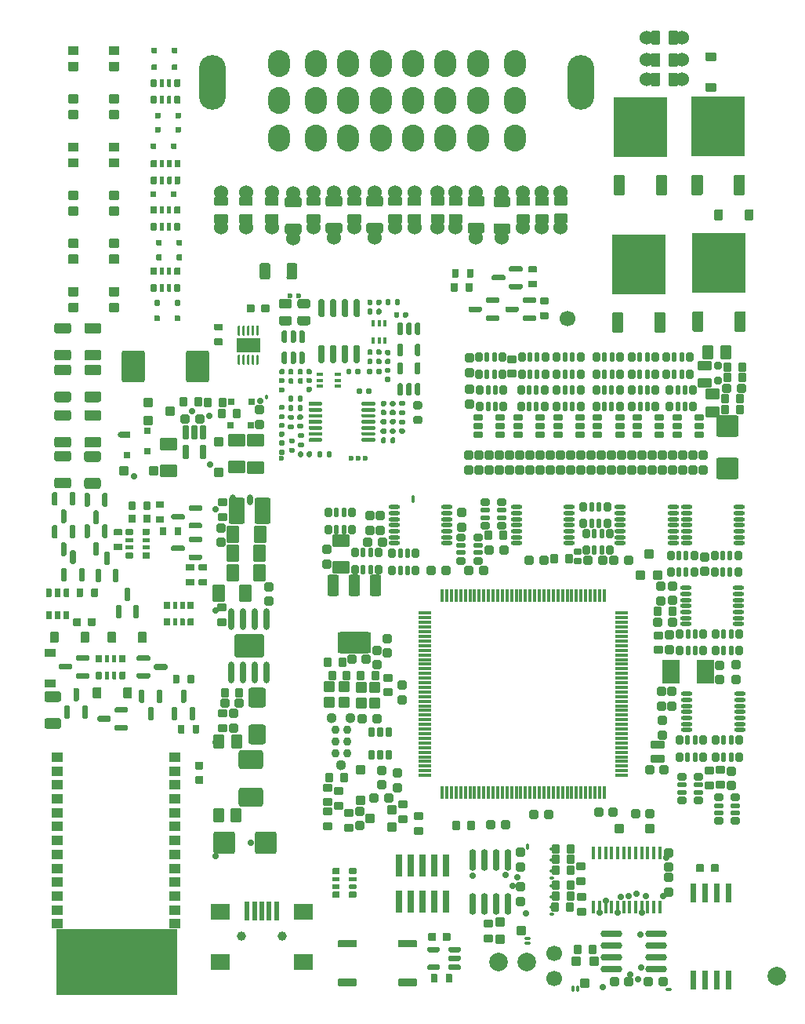
<source format=gts>
G75*
G70*
%OFA0B0*%
%FSLAX25Y25*%
%IPPOS*%
%LPD*%
%AMOC8*
5,1,8,0,0,1.08239X$1,22.5*
%
%AMM101*
21,1,0.040950,0.030320,0.000000,0.000000,180.000000*
21,1,0.028350,0.042910,0.000000,0.000000,180.000000*
1,1,0.012600,-0.014170,0.015160*
1,1,0.012600,0.014170,0.015160*
1,1,0.012600,0.014170,-0.015160*
1,1,0.012600,-0.014170,-0.015160*
%
%AMM122*
21,1,0.038980,0.026770,-0.000000,0.000000,270.000000*
21,1,0.026770,0.038980,-0.000000,0.000000,270.000000*
1,1,0.012210,-0.013390,-0.013390*
1,1,0.012210,-0.013390,0.013390*
1,1,0.012210,0.013390,0.013390*
1,1,0.012210,0.013390,-0.013390*
%
%AMM144*
21,1,0.076380,0.036220,-0.000000,-0.000000,180.000000*
21,1,0.061810,0.050790,-0.000000,-0.000000,180.000000*
1,1,0.014570,-0.030910,0.018110*
1,1,0.014570,0.030910,0.018110*
1,1,0.014570,0.030910,-0.018110*
1,1,0.014570,-0.030910,-0.018110*
%
%AMM145*
21,1,0.038980,0.026770,-0.000000,-0.000000,0.000000*
21,1,0.026770,0.038980,-0.000000,-0.000000,0.000000*
1,1,0.012210,0.013390,-0.013390*
1,1,0.012210,-0.013390,-0.013390*
1,1,0.012210,-0.013390,0.013390*
1,1,0.012210,0.013390,0.013390*
%
%AMM146*
21,1,0.040950,0.030320,-0.000000,-0.000000,270.000000*
21,1,0.028350,0.042910,-0.000000,-0.000000,270.000000*
1,1,0.012600,-0.015160,-0.014170*
1,1,0.012600,-0.015160,0.014170*
1,1,0.012600,0.015160,0.014170*
1,1,0.012600,0.015160,-0.014170*
%
%AMM147*
21,1,0.027170,0.052760,-0.000000,-0.000000,180.000000*
21,1,0.017320,0.062600,-0.000000,-0.000000,180.000000*
1,1,0.009840,-0.008660,0.026380*
1,1,0.009840,0.008660,0.026380*
1,1,0.009840,0.008660,-0.026380*
1,1,0.009840,-0.008660,-0.026380*
%
%AMM148*
21,1,0.100000,0.111020,-0.000000,-0.000000,0.000000*
21,1,0.075590,0.135430,-0.000000,-0.000000,0.000000*
1,1,0.024410,0.037800,-0.055510*
1,1,0.024410,-0.037800,-0.055510*
1,1,0.024410,-0.037800,0.055510*
1,1,0.024410,0.037800,0.055510*
%
%AMM149*
21,1,0.029130,0.018900,-0.000000,-0.000000,90.000000*
21,1,0.018900,0.029130,-0.000000,-0.000000,90.000000*
1,1,0.010240,0.009450,0.009450*
1,1,0.010240,0.009450,-0.009450*
1,1,0.010240,-0.009450,-0.009450*
1,1,0.010240,-0.009450,0.009450*
%
%AMM150*
21,1,0.041340,0.026770,-0.000000,-0.000000,180.000000*
21,1,0.029130,0.038980,-0.000000,-0.000000,180.000000*
1,1,0.012210,-0.014570,0.013390*
1,1,0.012210,0.014570,0.013390*
1,1,0.012210,0.014570,-0.013390*
1,1,0.012210,-0.014570,-0.013390*
%
%AMM151*
21,1,0.029130,0.018900,-0.000000,-0.000000,0.000000*
21,1,0.018900,0.029130,-0.000000,-0.000000,0.000000*
1,1,0.010240,0.009450,-0.009450*
1,1,0.010240,-0.009450,-0.009450*
1,1,0.010240,-0.009450,0.009450*
1,1,0.010240,0.009450,0.009450*
%
%AMM152*
21,1,0.033070,0.030710,-0.000000,-0.000000,180.000000*
21,1,0.022050,0.041730,-0.000000,-0.000000,180.000000*
1,1,0.011020,-0.011020,0.015350*
1,1,0.011020,0.011020,0.015350*
1,1,0.011020,0.011020,-0.015350*
1,1,0.011020,-0.011020,-0.015350*
%
%AMM153*
21,1,0.038980,0.026770,-0.000000,-0.000000,270.000000*
21,1,0.026770,0.038980,-0.000000,-0.000000,270.000000*
1,1,0.012210,-0.013390,-0.013390*
1,1,0.012210,-0.013390,0.013390*
1,1,0.012210,0.013390,0.013390*
1,1,0.012210,0.013390,-0.013390*
%
%AMM154*
21,1,0.041340,0.026770,-0.000000,-0.000000,270.000000*
21,1,0.029130,0.038980,-0.000000,-0.000000,270.000000*
1,1,0.012210,-0.013390,-0.014570*
1,1,0.012210,-0.013390,0.014570*
1,1,0.012210,0.013390,0.014570*
1,1,0.012210,0.013390,-0.014570*
%
%AMM165*
21,1,0.044880,0.049210,-0.000000,0.000000,180.000000*
21,1,0.031500,0.062600,-0.000000,0.000000,180.000000*
1,1,0.013390,-0.015750,0.024610*
1,1,0.013390,0.015750,0.024610*
1,1,0.013390,0.015750,-0.024610*
1,1,0.013390,-0.015750,-0.024610*
%
%AMM166*
21,1,0.111810,0.050390,-0.000000,0.000000,90.000000*
21,1,0.093700,0.068500,-0.000000,0.000000,90.000000*
1,1,0.018110,0.025200,0.046850*
1,1,0.018110,0.025200,-0.046850*
1,1,0.018110,-0.025200,-0.046850*
1,1,0.018110,-0.025200,0.046850*
%
%AMM167*
21,1,0.080320,0.083460,-0.000000,0.000000,270.000000*
21,1,0.059840,0.103940,-0.000000,0.000000,270.000000*
1,1,0.020470,-0.041730,-0.029920*
1,1,0.020470,-0.041730,0.029920*
1,1,0.020470,0.041730,0.029920*
1,1,0.020470,0.041730,-0.029920*
%
%AMM168*
21,1,0.033070,0.030710,-0.000000,0.000000,270.000000*
21,1,0.022050,0.041730,-0.000000,0.000000,270.000000*
1,1,0.011020,-0.015350,-0.011020*
1,1,0.011020,-0.015350,0.011020*
1,1,0.011020,0.015350,0.011020*
1,1,0.011020,0.015350,-0.011020*
%
%AMM169*
21,1,0.038980,0.026770,-0.000000,0.000000,0.000000*
21,1,0.026770,0.038980,-0.000000,0.000000,0.000000*
1,1,0.012210,0.013390,-0.013390*
1,1,0.012210,-0.013390,-0.013390*
1,1,0.012210,-0.013390,0.013390*
1,1,0.012210,0.013390,0.013390*
%
%AMM170*
21,1,0.127560,0.075590,-0.000000,0.000000,0.000000*
21,1,0.103150,0.100000,-0.000000,0.000000,0.000000*
1,1,0.024410,0.051580,-0.037800*
1,1,0.024410,-0.051580,-0.037800*
1,1,0.024410,-0.051580,0.037800*
1,1,0.024410,0.051580,0.037800*
%
%AMM171*
21,1,0.084250,0.053540,-0.000000,0.000000,270.000000*
21,1,0.065350,0.072440,-0.000000,0.000000,270.000000*
1,1,0.018900,-0.026770,-0.032680*
1,1,0.018900,-0.026770,0.032680*
1,1,0.018900,0.026770,0.032680*
1,1,0.018900,0.026770,-0.032680*
%
%AMM172*
21,1,0.076380,0.036220,-0.000000,0.000000,270.000000*
21,1,0.061810,0.050790,-0.000000,0.000000,270.000000*
1,1,0.014570,-0.018110,-0.030910*
1,1,0.014570,-0.018110,0.030910*
1,1,0.014570,0.018110,0.030910*
1,1,0.014570,0.018110,-0.030910*
%
%AMM173*
21,1,0.092130,0.073230,-0.000000,0.000000,180.000000*
21,1,0.069290,0.096060,-0.000000,0.000000,180.000000*
1,1,0.022840,-0.034650,0.036610*
1,1,0.022840,0.034650,0.036610*
1,1,0.022840,0.034650,-0.036610*
1,1,0.022840,-0.034650,-0.036610*
%
%AMM174*
21,1,0.033070,0.030710,-0.000000,0.000000,180.000000*
21,1,0.022050,0.041730,-0.000000,0.000000,180.000000*
1,1,0.011020,-0.011020,0.015350*
1,1,0.011020,0.011020,0.015350*
1,1,0.011020,0.011020,-0.015350*
1,1,0.011020,-0.011020,-0.015350*
%
%AMM178*
21,1,0.038980,0.026770,-0.000000,0.000000,90.000000*
21,1,0.026770,0.038980,-0.000000,0.000000,90.000000*
1,1,0.012210,0.013390,0.013390*
1,1,0.012210,0.013390,-0.013390*
1,1,0.012210,-0.013390,-0.013390*
1,1,0.012210,-0.013390,0.013390*
%
%AMM184*
21,1,0.033070,0.030710,-0.000000,-0.000000,90.000000*
21,1,0.022050,0.041730,-0.000000,-0.000000,90.000000*
1,1,0.011020,0.015350,0.011020*
1,1,0.011020,0.015350,-0.011020*
1,1,0.011020,-0.015350,-0.011020*
1,1,0.011020,-0.015350,0.011020*
%
%AMM189*
21,1,0.038980,0.026770,0.000000,-0.000000,270.000000*
21,1,0.026770,0.038980,0.000000,-0.000000,270.000000*
1,1,0.012210,-0.013390,-0.013390*
1,1,0.012210,-0.013390,0.013390*
1,1,0.012210,0.013390,0.013390*
1,1,0.012210,0.013390,-0.013390*
%
%AMM190*
21,1,0.033070,0.030710,0.000000,-0.000000,270.000000*
21,1,0.022050,0.041730,0.000000,-0.000000,270.000000*
1,1,0.011020,-0.015350,-0.011020*
1,1,0.011020,-0.015350,0.011020*
1,1,0.011020,0.015350,0.011020*
1,1,0.011020,0.015350,-0.011020*
%
%AMM191*
21,1,0.033070,0.030710,0.000000,-0.000000,180.000000*
21,1,0.022050,0.041730,0.000000,-0.000000,180.000000*
1,1,0.011020,-0.011020,0.015350*
1,1,0.011020,0.011020,0.015350*
1,1,0.011020,0.011020,-0.015350*
1,1,0.011020,-0.011020,-0.015350*
%
%AMM223*
21,1,0.040950,0.050000,-0.000000,-0.000000,90.000000*
21,1,0.028350,0.062600,-0.000000,-0.000000,90.000000*
1,1,0.012600,0.025000,0.014170*
1,1,0.012600,0.025000,-0.014170*
1,1,0.012600,-0.025000,-0.014170*
1,1,0.012600,-0.025000,0.014170*
%
%AMM224*
21,1,0.092130,0.073230,-0.000000,-0.000000,90.000000*
21,1,0.069290,0.096060,-0.000000,-0.000000,90.000000*
1,1,0.022840,0.036610,0.034650*
1,1,0.022840,0.036610,-0.034650*
1,1,0.022840,-0.036610,-0.034650*
1,1,0.022840,-0.036610,0.034650*
%
%AMM225*
21,1,0.033070,0.030710,-0.000000,-0.000000,270.000000*
21,1,0.022050,0.041730,-0.000000,-0.000000,270.000000*
1,1,0.011020,-0.015350,-0.011020*
1,1,0.011020,-0.015350,0.011020*
1,1,0.011020,0.015350,0.011020*
1,1,0.011020,0.015350,-0.011020*
%
%AMM226*
21,1,0.044880,0.049210,-0.000000,-0.000000,0.000000*
21,1,0.031500,0.062600,-0.000000,-0.000000,0.000000*
1,1,0.013390,0.015750,-0.024610*
1,1,0.013390,-0.015750,-0.024610*
1,1,0.013390,-0.015750,0.024610*
1,1,0.013390,0.015750,0.024610*
%
%AMM227*
21,1,0.029130,0.030710,-0.000000,-0.000000,270.000000*
21,1,0.018900,0.040950,-0.000000,-0.000000,270.000000*
1,1,0.010240,-0.015350,-0.009450*
1,1,0.010240,-0.015350,0.009450*
1,1,0.010240,0.015350,0.009450*
1,1,0.010240,0.015350,-0.009450*
%
%AMM228*
21,1,0.031100,0.026380,-0.000000,-0.000000,180.000000*
21,1,0.020470,0.037010,-0.000000,-0.000000,180.000000*
1,1,0.010630,-0.010240,0.013190*
1,1,0.010630,0.010240,0.013190*
1,1,0.010630,0.010240,-0.013190*
1,1,0.010630,-0.010240,-0.013190*
%
%AMM229*
21,1,0.023230,0.027950,-0.000000,-0.000000,180.000000*
21,1,0.014170,0.037010,-0.000000,-0.000000,180.000000*
1,1,0.009060,-0.007090,0.013980*
1,1,0.009060,0.007090,0.013980*
1,1,0.009060,0.007090,-0.013980*
1,1,0.009060,-0.007090,-0.013980*
%
%AMM230*
21,1,0.038980,0.026770,-0.000000,-0.000000,90.000000*
21,1,0.026770,0.038980,-0.000000,-0.000000,90.000000*
1,1,0.012210,0.013390,0.013390*
1,1,0.012210,0.013390,-0.013390*
1,1,0.012210,-0.013390,-0.013390*
1,1,0.012210,-0.013390,0.013390*
%
%AMM231*
21,1,0.044880,0.049210,-0.000000,-0.000000,270.000000*
21,1,0.031500,0.062600,-0.000000,-0.000000,270.000000*
1,1,0.013390,-0.024610,-0.015750*
1,1,0.013390,-0.024610,0.015750*
1,1,0.013390,0.024610,0.015750*
1,1,0.013390,0.024610,-0.015750*
%
%AMM269*
21,1,0.040950,0.030320,-0.000000,0.000000,270.000000*
21,1,0.028350,0.042910,-0.000000,0.000000,270.000000*
1,1,0.012600,-0.015160,-0.014170*
1,1,0.012600,-0.015160,0.014170*
1,1,0.012600,0.015160,0.014170*
1,1,0.012600,0.015160,-0.014170*
%
%AMM302*
21,1,0.033070,0.030710,-0.000000,-0.000000,0.000000*
21,1,0.022050,0.041730,-0.000000,-0.000000,0.000000*
1,1,0.011020,0.011020,-0.015350*
1,1,0.011020,-0.011020,-0.015350*
1,1,0.011020,-0.011020,0.015350*
1,1,0.011020,0.011020,0.015350*
%
%AMM303*
21,1,0.015350,0.017720,-0.000000,-0.000000,0.000000*
21,1,0.000000,0.033070,-0.000000,-0.000000,0.000000*
1,1,0.015350,-0.000000,-0.008860*
1,1,0.015350,-0.000000,-0.008860*
1,1,0.015350,-0.000000,0.008860*
1,1,0.015350,-0.000000,0.008860*
%
%AMM304*
21,1,0.029130,0.030710,-0.000000,-0.000000,0.000000*
21,1,0.018900,0.040950,-0.000000,-0.000000,0.000000*
1,1,0.010240,0.009450,-0.015350*
1,1,0.010240,-0.009450,-0.015350*
1,1,0.010240,-0.009450,0.015350*
1,1,0.010240,0.009450,0.015350*
%
%AMM305*
21,1,0.033070,0.018900,-0.000000,-0.000000,0.000000*
21,1,0.022840,0.029130,-0.000000,-0.000000,0.000000*
1,1,0.010240,0.011420,-0.009450*
1,1,0.010240,-0.011420,-0.009450*
1,1,0.010240,-0.011420,0.009450*
1,1,0.010240,0.011420,0.009450*
%
%AMM306*
21,1,0.143310,0.067720,-0.000000,-0.000000,180.000000*
21,1,0.120870,0.090160,-0.000000,-0.000000,180.000000*
1,1,0.022440,-0.060430,0.033860*
1,1,0.022440,0.060430,0.033860*
1,1,0.022440,0.060430,-0.033860*
1,1,0.022440,-0.060430,-0.033860*
%
%AMM307*
21,1,0.048820,0.075980,-0.000000,-0.000000,180.000000*
21,1,0.034650,0.090160,-0.000000,-0.000000,180.000000*
1,1,0.014170,-0.017320,0.037990*
1,1,0.014170,0.017320,0.037990*
1,1,0.014170,0.017320,-0.037990*
1,1,0.014170,-0.017320,-0.037990*
%
%AMM308*
21,1,0.048820,0.075990,-0.000000,-0.000000,180.000000*
21,1,0.034650,0.090160,-0.000000,-0.000000,180.000000*
1,1,0.014170,-0.017320,0.037990*
1,1,0.014170,0.017320,0.037990*
1,1,0.014170,0.017320,-0.037990*
1,1,0.014170,-0.017320,-0.037990*
%
%AMM309*
21,1,0.044880,0.035430,-0.000000,-0.000000,90.000000*
21,1,0.031500,0.048820,-0.000000,-0.000000,90.000000*
1,1,0.013390,0.017720,0.015750*
1,1,0.013390,0.017720,-0.015750*
1,1,0.013390,-0.017720,-0.015750*
1,1,0.013390,-0.017720,0.015750*
%
%AMM310*
21,1,0.040950,0.030320,-0.000000,-0.000000,90.000000*
21,1,0.028350,0.042910,-0.000000,-0.000000,90.000000*
1,1,0.012600,0.015160,0.014170*
1,1,0.012600,0.015160,-0.014170*
1,1,0.012600,-0.015160,-0.014170*
1,1,0.012600,-0.015160,0.014170*
%
%AMM311*
21,1,0.041340,0.026770,-0.000000,-0.000000,90.000000*
21,1,0.029130,0.038980,-0.000000,-0.000000,90.000000*
1,1,0.012210,0.013390,0.014570*
1,1,0.012210,0.013390,-0.014570*
1,1,0.012210,-0.013390,-0.014570*
1,1,0.012210,-0.013390,0.014570*
%
%AMM312*
21,1,0.040950,0.030320,-0.000000,-0.000000,0.000000*
21,1,0.028350,0.042910,-0.000000,-0.000000,0.000000*
1,1,0.012600,0.014170,-0.015160*
1,1,0.012600,-0.014170,-0.015160*
1,1,0.012600,-0.014170,0.015160*
1,1,0.012600,0.014170,0.015160*
%
%AMM313*
21,1,0.031100,0.026380,-0.000000,-0.000000,90.000000*
21,1,0.020470,0.037010,-0.000000,-0.000000,90.000000*
1,1,0.010630,0.013190,0.010240*
1,1,0.010630,0.013190,-0.010240*
1,1,0.010630,-0.013190,-0.010240*
1,1,0.010630,-0.013190,0.010240*
%
%AMM314*
21,1,0.023230,0.027950,-0.000000,-0.000000,90.000000*
21,1,0.014170,0.037010,-0.000000,-0.000000,90.000000*
1,1,0.009060,0.013980,0.007090*
1,1,0.009060,0.013980,-0.007090*
1,1,0.009060,-0.013980,-0.007090*
1,1,0.009060,-0.013980,0.007090*
%
%AMM315*
21,1,0.033070,0.049610,-0.000000,-0.000000,90.000000*
21,1,0.022050,0.060630,-0.000000,-0.000000,90.000000*
1,1,0.011020,0.024800,0.011020*
1,1,0.011020,0.024800,-0.011020*
1,1,0.011020,-0.024800,-0.011020*
1,1,0.011020,-0.024800,0.011020*
%
%AMM316*
21,1,0.041340,0.026770,-0.000000,-0.000000,0.000000*
21,1,0.029130,0.038980,-0.000000,-0.000000,0.000000*
1,1,0.012210,0.014570,-0.013390*
1,1,0.012210,-0.014570,-0.013390*
1,1,0.012210,-0.014570,0.013390*
1,1,0.012210,0.014570,0.013390*
%
%AMM37*
21,1,0.033070,0.030710,0.000000,0.000000,180.000000*
21,1,0.022050,0.041730,0.000000,0.000000,180.000000*
1,1,0.011020,-0.011020,0.015350*
1,1,0.011020,0.011020,0.015350*
1,1,0.011020,0.011020,-0.015350*
1,1,0.011020,-0.011020,-0.015350*
%
%AMM47*
21,1,0.038980,0.026770,0.000000,0.000000,0.000000*
21,1,0.026770,0.038980,0.000000,0.000000,0.000000*
1,1,0.012210,0.013390,-0.013390*
1,1,0.012210,-0.013390,-0.013390*
1,1,0.012210,-0.013390,0.013390*
1,1,0.012210,0.013390,0.013390*
%
%ADD10C,0.02362*%
%ADD101O,0.04488X0.02520*%
%ADD102O,0.01339X0.02520*%
%ADD11R,0.10236X0.05906*%
%ADD110C,0.02913*%
%ADD133M37*%
%ADD14O,0.01575X0.00787*%
%ADD141O,0.02520X0.04488*%
%ADD142R,0.02559X0.01575*%
%ADD149R,0.01575X0.02559*%
%ADD15C,0.06000*%
%ADD16C,0.07874*%
%ADD160M47*%
%ADD17C,0.06693*%
%ADD174C,0.03701*%
%ADD18R,0.01969X0.07874*%
%ADD19R,0.07874X0.06693*%
%ADD20R,0.22835X0.25197*%
%ADD215O,0.05669X0.01417*%
%ADD216O,0.01417X0.05669*%
%ADD221O,0.04882X0.01732*%
%ADD224R,0.07244X0.10000*%
%ADD226M101*%
%ADD229C,0.03651*%
%ADD23O,0.01969X0.00984*%
%ADD232C,0.04451*%
%ADD240O,0.02520X0.01535*%
%ADD241O,0.01535X0.02520*%
%ADD242O,0.09213X0.02913*%
%ADD26O,0.00984X0.01969*%
%ADD263M122*%
%ADD286M144*%
%ADD287M145*%
%ADD288M146*%
%ADD289M147*%
%ADD290M148*%
%ADD291M149*%
%ADD292M150*%
%ADD293M151*%
%ADD294M152*%
%ADD295M153*%
%ADD296M154*%
%ADD31O,0.03937X0.01969*%
%ADD310M165*%
%ADD311M166*%
%ADD312M167*%
%ADD313M168*%
%ADD314M169*%
%ADD315O,0.02520X0.09213*%
%ADD316M170*%
%ADD317M171*%
%ADD318M172*%
%ADD319M173*%
%ADD320M174*%
%ADD326O,0.02126X0.01339*%
%ADD327O,0.01535X0.05512*%
%ADD328M178*%
%ADD334M184*%
%ADD339M189*%
%ADD340M190*%
%ADD341M191*%
%ADD37O,0.00787X0.01969*%
%ADD373M223*%
%ADD374M224*%
%ADD375M225*%
%ADD376M226*%
%ADD377M227*%
%ADD378M228*%
%ADD379M229*%
%ADD380M230*%
%ADD381M231*%
%ADD423M269*%
%ADD45R,0.05118X0.03937*%
%ADD456M302*%
%ADD457M303*%
%ADD458M304*%
%ADD459M305*%
%ADD460M306*%
%ADD461M307*%
%ADD462M308*%
%ADD463M309*%
%ADD464M310*%
%ADD465M311*%
%ADD466M312*%
%ADD467M313*%
%ADD468M314*%
%ADD469M315*%
%ADD470M316*%
%ADD475O,0.02913X0.09213*%
%ADD51O,0.01969X0.03937*%
%ADD55R,0.02913X0.09449*%
%ADD56C,0.03937*%
%ADD63C,0.00472*%
%ADD64O,0.11417X0.23228*%
%ADD65O,0.09449X0.11417*%
X0000000Y0000000D02*
%LPD*%
G01*
D63*
X0026378Y0000787D02*
X0026378Y0028346D01*
X0026378Y0028346D02*
X0077559Y0028346D01*
X0077559Y0028346D02*
X0077559Y0000787D01*
X0077559Y0000787D02*
X0026378Y0000787D01*
G36*
X0077559Y0000787D02*
G01*
X0026378Y0000787D01*
X0026378Y0028346D01*
X0077559Y0028346D01*
X0077559Y0000787D01*
G37*
X0077559Y0000787D02*
X0026378Y0000787D01*
X0026378Y0028346D01*
X0077559Y0028346D01*
X0077559Y0000787D01*
G36*
G01*
X0111722Y0284724D02*
X0112215Y0284724D01*
G75*
G02*
X0112461Y0284478I0000000J-000246D01*
G01*
X0112461Y0280837D01*
G75*
G02*
X0112215Y0280591I-000246J0000000D01*
G01*
X0111722Y0280591D01*
G75*
G02*
X0111476Y0280837I0000000J0000246D01*
G01*
X0111476Y0284478D01*
G75*
G02*
X0111722Y0284724I0000246J0000000D01*
G01*
G37*
G36*
G01*
X0109754Y0284724D02*
X0110246Y0284724D01*
G75*
G02*
X0110492Y0284478I0000000J-000246D01*
G01*
X0110492Y0280837D01*
G75*
G02*
X0110246Y0280591I-000246J0000000D01*
G01*
X0109754Y0280591D01*
G75*
G02*
X0109508Y0280837I0000000J0000246D01*
G01*
X0109508Y0284478D01*
G75*
G02*
X0109754Y0284724I0000246J0000000D01*
G01*
G37*
G36*
G01*
X0107785Y0284724D02*
X0108278Y0284724D01*
G75*
G02*
X0108524Y0284478I0000000J-000246D01*
G01*
X0108524Y0280837D01*
G75*
G02*
X0108278Y0280591I-000246J0000000D01*
G01*
X0107785Y0280591D01*
G75*
G02*
X0107539Y0280837I0000000J0000246D01*
G01*
X0107539Y0284478D01*
G75*
G02*
X0107785Y0284724I0000246J0000000D01*
G01*
G37*
G36*
G01*
X0105817Y0284724D02*
X0106309Y0284724D01*
G75*
G02*
X0106555Y0284478I0000000J-000246D01*
G01*
X0106555Y0280837D01*
G75*
G02*
X0106309Y0280591I-000246J0000000D01*
G01*
X0105817Y0280591D01*
G75*
G02*
X0105571Y0280837I0000000J0000246D01*
G01*
X0105571Y0284478D01*
G75*
G02*
X0105817Y0284724I0000246J0000000D01*
G01*
G37*
G36*
G01*
X0103848Y0284724D02*
X0104341Y0284724D01*
G75*
G02*
X0104587Y0284478I0000000J-000246D01*
G01*
X0104587Y0280837D01*
G75*
G02*
X0104341Y0280591I-000246J0000000D01*
G01*
X0103848Y0280591D01*
G75*
G02*
X0103602Y0280837I0000000J0000246D01*
G01*
X0103602Y0284478D01*
G75*
G02*
X0103848Y0284724I0000246J0000000D01*
G01*
G37*
G36*
G01*
X0103848Y0272323D02*
X0104341Y0272323D01*
G75*
G02*
X0104587Y0272077I0000000J-000246D01*
G01*
X0104587Y0268435D01*
G75*
G02*
X0104341Y0268189I-000246J0000000D01*
G01*
X0103848Y0268189D01*
G75*
G02*
X0103602Y0268435I0000000J0000246D01*
G01*
X0103602Y0272077D01*
G75*
G02*
X0103848Y0272323I0000246J0000000D01*
G01*
G37*
G36*
G01*
X0105817Y0272323D02*
X0106309Y0272323D01*
G75*
G02*
X0106555Y0272077I0000000J-000246D01*
G01*
X0106555Y0268435D01*
G75*
G02*
X0106309Y0268189I-000246J0000000D01*
G01*
X0105817Y0268189D01*
G75*
G02*
X0105571Y0268435I0000000J0000246D01*
G01*
X0105571Y0272077D01*
G75*
G02*
X0105817Y0272323I0000246J0000000D01*
G01*
G37*
G36*
G01*
X0107785Y0272323D02*
X0108278Y0272323D01*
G75*
G02*
X0108524Y0272077I0000000J-000246D01*
G01*
X0108524Y0268435D01*
G75*
G02*
X0108278Y0268189I-000246J0000000D01*
G01*
X0107785Y0268189D01*
G75*
G02*
X0107539Y0268435I0000000J0000246D01*
G01*
X0107539Y0272077D01*
G75*
G02*
X0107785Y0272323I0000246J0000000D01*
G01*
G37*
G36*
G01*
X0109754Y0272323D02*
X0110246Y0272323D01*
G75*
G02*
X0110492Y0272077I0000000J-000246D01*
G01*
X0110492Y0268435D01*
G75*
G02*
X0110246Y0268189I-000246J0000000D01*
G01*
X0109754Y0268189D01*
G75*
G02*
X0109508Y0268435I0000000J0000246D01*
G01*
X0109508Y0272077D01*
G75*
G02*
X0109754Y0272323I0000246J0000000D01*
G01*
G37*
G36*
G01*
X0111722Y0272323D02*
X0112215Y0272323D01*
G75*
G02*
X0112461Y0272077I0000000J-000246D01*
G01*
X0112461Y0268435D01*
G75*
G02*
X0112215Y0268189I-000246J0000000D01*
G01*
X0111722Y0268189D01*
G75*
G02*
X0111476Y0268435I0000000J0000246D01*
G01*
X0111476Y0272077D01*
G75*
G02*
X0111722Y0272323I0000246J0000000D01*
G01*
G37*
D11*
X0108031Y0276457D03*
D14*
X0237258Y0034627D03*
X0237258Y0037619D03*
X0237258Y0042245D03*
X0237258Y0046871D03*
X0237258Y0050177D03*
X0237258Y0053130D03*
X0237258Y0057756D03*
X0237258Y0062382D03*
D10*
X0277020Y0042540D03*
X0275347Y0035315D03*
X0273182Y0043386D03*
X0269737Y0042540D03*
X0266390Y0042245D03*
X0265111Y0035315D03*
X0259993Y0040473D03*
X0257434Y0035315D03*
X0285682Y0058642D03*
X0284501Y0042599D03*
G36*
G01*
X0198667Y0328156D02*
X0193746Y0328156D01*
G75*
G02*
X0193352Y0328550I0000000J0000394D01*
G01*
X0193352Y0331699D01*
G75*
G02*
X0193746Y0332093I0000394J0000000D01*
G01*
X0198667Y0332093D01*
G75*
G02*
X0199061Y0331699I0000000J-000394D01*
G01*
X0199061Y0328550D01*
G75*
G02*
X0198667Y0328156I-000394J0000000D01*
G01*
G37*
D15*
X0196206Y0326364D03*
G36*
G01*
X0198667Y0335636D02*
X0193746Y0335636D01*
G75*
G02*
X0193352Y0336030I0000000J0000394D01*
G01*
X0193352Y0339180D01*
G75*
G02*
X0193746Y0339573I0000394J0000000D01*
G01*
X0198667Y0339573D01*
G75*
G02*
X0199061Y0339180I0000000J-000394D01*
G01*
X0199061Y0336030D01*
G75*
G02*
X0198667Y0335636I-000394J0000000D01*
G01*
G37*
X0196206Y0341364D03*
G36*
G01*
X0068937Y0210039D02*
X0072008Y0210039D01*
G75*
G02*
X0072283Y0209764I0000000J-000276D01*
G01*
X0072283Y0207559D01*
G75*
G02*
X0072008Y0207283I-000276J0000000D01*
G01*
X0068937Y0207283D01*
G75*
G02*
X0068661Y0207559I0000000J0000276D01*
G01*
X0068661Y0209764D01*
G75*
G02*
X0068937Y0210039I0000276J0000000D01*
G01*
G37*
G36*
G01*
X0068937Y0203740D02*
X0072008Y0203740D01*
G75*
G02*
X0072283Y0203465I0000000J-000276D01*
G01*
X0072283Y0201260D01*
G75*
G02*
X0072008Y0200984I-000276J0000000D01*
G01*
X0068937Y0200984D01*
G75*
G02*
X0068661Y0201260I0000000J0000276D01*
G01*
X0068661Y0203465D01*
G75*
G02*
X0068937Y0203740I0000276J0000000D01*
G01*
G37*
G36*
G01*
X0066535Y0299469D02*
X0066535Y0302106D01*
G75*
G02*
X0066791Y0302362I0000256J0000000D01*
G01*
X0068839Y0302362D01*
G75*
G02*
X0069094Y0302106I0000000J-000256D01*
G01*
X0069094Y0299469D01*
G75*
G02*
X0068839Y0299213I-000256J0000000D01*
G01*
X0066791Y0299213D01*
G75*
G02*
X0066535Y0299469I0000000J0000256D01*
G01*
G37*
G36*
G01*
X0070374Y0299390D02*
X0070374Y0302185D01*
G75*
G02*
X0070551Y0302362I0000177J0000000D01*
G01*
X0071969Y0302362D01*
G75*
G02*
X0072146Y0302185I0000000J-000177D01*
G01*
X0072146Y0299390D01*
G75*
G02*
X0071969Y0299213I-000177J0000000D01*
G01*
X0070551Y0299213D01*
G75*
G02*
X0070374Y0299390I0000000J0000177D01*
G01*
G37*
G36*
G01*
X0073524Y0299390D02*
X0073524Y0302185D01*
G75*
G02*
X0073701Y0302362I0000177J0000000D01*
G01*
X0075118Y0302362D01*
G75*
G02*
X0075295Y0302185I0000000J-000177D01*
G01*
X0075295Y0299390D01*
G75*
G02*
X0075118Y0299213I-000177J0000000D01*
G01*
X0073701Y0299213D01*
G75*
G02*
X0073524Y0299390I0000000J0000177D01*
G01*
G37*
G36*
G01*
X0076575Y0299469D02*
X0076575Y0302106D01*
G75*
G02*
X0076831Y0302362I0000256J0000000D01*
G01*
X0078878Y0302362D01*
G75*
G02*
X0079134Y0302106I0000000J-000256D01*
G01*
X0079134Y0299469D01*
G75*
G02*
X0078878Y0299213I-000256J0000000D01*
G01*
X0076831Y0299213D01*
G75*
G02*
X0076575Y0299469I0000000J0000256D01*
G01*
G37*
G36*
G01*
X0076575Y0306555D02*
X0076575Y0309193D01*
G75*
G02*
X0076831Y0309449I0000256J0000000D01*
G01*
X0078878Y0309449D01*
G75*
G02*
X0079134Y0309193I0000000J-000256D01*
G01*
X0079134Y0306555D01*
G75*
G02*
X0078878Y0306299I-000256J0000000D01*
G01*
X0076831Y0306299D01*
G75*
G02*
X0076575Y0306555I0000000J0000256D01*
G01*
G37*
G36*
G01*
X0073524Y0306476D02*
X0073524Y0309272D01*
G75*
G02*
X0073701Y0309449I0000177J0000000D01*
G01*
X0075118Y0309449D01*
G75*
G02*
X0075295Y0309272I0000000J-000177D01*
G01*
X0075295Y0306476D01*
G75*
G02*
X0075118Y0306299I-000177J0000000D01*
G01*
X0073701Y0306299D01*
G75*
G02*
X0073524Y0306476I0000000J0000177D01*
G01*
G37*
G36*
G01*
X0070374Y0306476D02*
X0070374Y0309272D01*
G75*
G02*
X0070551Y0309449I0000177J0000000D01*
G01*
X0071969Y0309449D01*
G75*
G02*
X0072146Y0309272I0000000J-000177D01*
G01*
X0072146Y0306476D01*
G75*
G02*
X0071969Y0306299I-000177J0000000D01*
G01*
X0070551Y0306299D01*
G75*
G02*
X0070374Y0306476I0000000J0000177D01*
G01*
G37*
G36*
G01*
X0066535Y0306555D02*
X0066535Y0309193D01*
G75*
G02*
X0066791Y0309449I0000256J0000000D01*
G01*
X0068839Y0309449D01*
G75*
G02*
X0069094Y0309193I0000000J-000256D01*
G01*
X0069094Y0306555D01*
G75*
G02*
X0068839Y0306299I-000256J0000000D01*
G01*
X0066791Y0306299D01*
G75*
G02*
X0066535Y0306555I0000000J0000256D01*
G01*
G37*
G36*
G01*
X0079228Y0354909D02*
X0079228Y0352272D01*
G75*
G02*
X0078972Y0352016I-000256J0000000D01*
G01*
X0076925Y0352016D01*
G75*
G02*
X0076669Y0352272I0000000J0000256D01*
G01*
X0076669Y0354909D01*
G75*
G02*
X0076925Y0355165I0000256J0000000D01*
G01*
X0078972Y0355165D01*
G75*
G02*
X0079228Y0354909I0000000J-000256D01*
G01*
G37*
G36*
G01*
X0075390Y0354988D02*
X0075390Y0352193D01*
G75*
G02*
X0075213Y0352016I-000177J0000000D01*
G01*
X0073795Y0352016D01*
G75*
G02*
X0073618Y0352193I0000000J0000177D01*
G01*
X0073618Y0354988D01*
G75*
G02*
X0073795Y0355165I0000177J0000000D01*
G01*
X0075213Y0355165D01*
G75*
G02*
X0075390Y0354988I0000000J-000177D01*
G01*
G37*
G36*
G01*
X0072240Y0354988D02*
X0072240Y0352193D01*
G75*
G02*
X0072063Y0352016I-000177J0000000D01*
G01*
X0070646Y0352016D01*
G75*
G02*
X0070469Y0352193I0000000J0000177D01*
G01*
X0070469Y0354988D01*
G75*
G02*
X0070646Y0355165I0000177J0000000D01*
G01*
X0072063Y0355165D01*
G75*
G02*
X0072240Y0354988I0000000J-000177D01*
G01*
G37*
G36*
G01*
X0069189Y0354909D02*
X0069189Y0352272D01*
G75*
G02*
X0068933Y0352016I-000256J0000000D01*
G01*
X0066886Y0352016D01*
G75*
G02*
X0066630Y0352272I0000000J0000256D01*
G01*
X0066630Y0354909D01*
G75*
G02*
X0066886Y0355165I0000256J0000000D01*
G01*
X0068933Y0355165D01*
G75*
G02*
X0069189Y0354909I0000000J-000256D01*
G01*
G37*
G36*
G01*
X0069189Y0347823D02*
X0069189Y0345185D01*
G75*
G02*
X0068933Y0344929I-000256J0000000D01*
G01*
X0066886Y0344929D01*
G75*
G02*
X0066630Y0345185I0000000J0000256D01*
G01*
X0066630Y0347823D01*
G75*
G02*
X0066886Y0348079I0000256J0000000D01*
G01*
X0068933Y0348079D01*
G75*
G02*
X0069189Y0347823I0000000J-000256D01*
G01*
G37*
G36*
G01*
X0072240Y0347902D02*
X0072240Y0345106D01*
G75*
G02*
X0072063Y0344929I-000177J0000000D01*
G01*
X0070646Y0344929D01*
G75*
G02*
X0070469Y0345106I0000000J0000177D01*
G01*
X0070469Y0347902D01*
G75*
G02*
X0070646Y0348079I0000177J0000000D01*
G01*
X0072063Y0348079D01*
G75*
G02*
X0072240Y0347902I0000000J-000177D01*
G01*
G37*
G36*
G01*
X0075390Y0347902D02*
X0075390Y0345106D01*
G75*
G02*
X0075213Y0344929I-000177J0000000D01*
G01*
X0073795Y0344929D01*
G75*
G02*
X0073618Y0345106I0000000J0000177D01*
G01*
X0073618Y0347902D01*
G75*
G02*
X0073795Y0348079I0000177J0000000D01*
G01*
X0075213Y0348079D01*
G75*
G02*
X0075390Y0347902I0000000J-000177D01*
G01*
G37*
G36*
G01*
X0079228Y0347823D02*
X0079228Y0345185D01*
G75*
G02*
X0078972Y0344929I-000256J0000000D01*
G01*
X0076925Y0344929D01*
G75*
G02*
X0076669Y0345185I0000000J0000256D01*
G01*
X0076669Y0347823D01*
G75*
G02*
X0076925Y0348079I0000256J0000000D01*
G01*
X0078972Y0348079D01*
G75*
G02*
X0079228Y0347823I0000000J-000256D01*
G01*
G37*
G36*
G01*
X0088583Y0090020D02*
X0085906Y0090020D01*
G75*
G02*
X0085571Y0090354I0000000J0000335D01*
G01*
X0085571Y0093031D01*
G75*
G02*
X0085906Y0093366I0000335J0000000D01*
G01*
X0088583Y0093366D01*
G75*
G02*
X0088917Y0093031I0000000J-000335D01*
G01*
X0088917Y0090354D01*
G75*
G02*
X0088583Y0090020I-000335J0000000D01*
G01*
G37*
G36*
G01*
X0088583Y0096240D02*
X0085906Y0096240D01*
G75*
G02*
X0085571Y0096575I0000000J0000335D01*
G01*
X0085571Y0099252D01*
G75*
G02*
X0085906Y0099587I0000335J0000000D01*
G01*
X0088583Y0099587D01*
G75*
G02*
X0088917Y0099252I0000000J-000335D01*
G01*
X0088917Y0096575D01*
G75*
G02*
X0088583Y0096240I-000335J0000000D01*
G01*
G37*
G36*
G01*
X0190975Y0328240D02*
X0186053Y0328240D01*
G75*
G02*
X0185660Y0328634I0000000J0000394D01*
G01*
X0185660Y0331784D01*
G75*
G02*
X0186053Y0332177I0000394J0000000D01*
G01*
X0190975Y0332177D01*
G75*
G02*
X0191368Y0331784I0000000J-000394D01*
G01*
X0191368Y0328634D01*
G75*
G02*
X0190975Y0328240I-000394J0000000D01*
G01*
G37*
X0188514Y0326449D03*
G36*
G01*
X0190975Y0335721D02*
X0186053Y0335721D01*
G75*
G02*
X0185660Y0336114I0000000J0000394D01*
G01*
X0185660Y0339264D01*
G75*
G02*
X0186053Y0339658I0000394J0000000D01*
G01*
X0190975Y0339658D01*
G75*
G02*
X0191368Y0339264I0000000J-000394D01*
G01*
X0191368Y0336114D01*
G75*
G02*
X0190975Y0335721I-000394J0000000D01*
G01*
G37*
X0188514Y0341449D03*
G36*
G01*
X0032677Y0236594D02*
X0032677Y0233878D01*
G75*
G02*
X0031772Y0232972I-000906J0000000D01*
G01*
X0026496Y0232972D01*
G75*
G02*
X0025591Y0233878I0000000J0000906D01*
G01*
X0025591Y0236594D01*
G75*
G02*
X0026496Y0237500I0000906J0000000D01*
G01*
X0031772Y0237500D01*
G75*
G02*
X0032677Y0236594I0000000J-000906D01*
G01*
G37*
G36*
G01*
X0032677Y0248012D02*
X0032677Y0245295D01*
G75*
G02*
X0031772Y0244390I-000906J0000000D01*
G01*
X0026496Y0244390D01*
G75*
G02*
X0025591Y0245295I0000000J0000906D01*
G01*
X0025591Y0248012D01*
G75*
G02*
X0026496Y0248917I0000906J0000000D01*
G01*
X0031772Y0248917D01*
G75*
G02*
X0032677Y0248012I0000000J-000906D01*
G01*
G37*
D16*
X0214567Y0014370D03*
D15*
X0144488Y0341535D03*
G36*
G01*
X0140945Y0336240D02*
X0140945Y0338957D01*
G75*
G02*
X0141850Y0339862I0000906J0000000D01*
G01*
X0147126Y0339862D01*
G75*
G02*
X0148031Y0338957I0000000J-000906D01*
G01*
X0148031Y0336240D01*
G75*
G02*
X0147126Y0335335I-000906J0000000D01*
G01*
X0141850Y0335335D01*
G75*
G02*
X0140945Y0336240I0000000J0000906D01*
G01*
G37*
X0144488Y0322244D03*
G36*
G01*
X0140945Y0324823D02*
X0140945Y0327539D01*
G75*
G02*
X0141850Y0328445I0000906J0000000D01*
G01*
X0147126Y0328445D01*
G75*
G02*
X0148031Y0327539I0000000J-000906D01*
G01*
X0148031Y0324823D01*
G75*
G02*
X0147126Y0323917I-000906J0000000D01*
G01*
X0141850Y0323917D01*
G75*
G02*
X0140945Y0324823I0000000J0000906D01*
G01*
G37*
G36*
G01*
X0224705Y0301969D02*
X0224705Y0300787D01*
G75*
G02*
X0224114Y0300197I-000591J0000000D01*
G01*
X0219488Y0300197D01*
G75*
G02*
X0218898Y0300787I0000000J0000591D01*
G01*
X0218898Y0301969D01*
G75*
G02*
X0219488Y0302559I0000591J0000000D01*
G01*
X0224114Y0302559D01*
G75*
G02*
X0224705Y0301969I0000000J-000591D01*
G01*
G37*
G36*
G01*
X0217323Y0305709D02*
X0217323Y0304528D01*
G75*
G02*
X0216732Y0303937I-000591J0000000D01*
G01*
X0212106Y0303937D01*
G75*
G02*
X0211516Y0304528I0000000J0000591D01*
G01*
X0211516Y0305709D01*
G75*
G02*
X0212106Y0306299I0000591J0000000D01*
G01*
X0216732Y0306299D01*
G75*
G02*
X0217323Y0305709I0000000J-000591D01*
G01*
G37*
G36*
G01*
X0224705Y0309449D02*
X0224705Y0308268D01*
G75*
G02*
X0224114Y0307677I-000591J0000000D01*
G01*
X0219488Y0307677D01*
G75*
G02*
X0218898Y0308268I0000000J0000591D01*
G01*
X0218898Y0309449D01*
G75*
G02*
X0219488Y0310039I0000591J0000000D01*
G01*
X0224114Y0310039D01*
G75*
G02*
X0224705Y0309449I0000000J-000591D01*
G01*
G37*
G36*
G01*
X0069140Y0314961D02*
X0071030Y0314961D01*
G75*
G02*
X0071266Y0314724I0000000J-000236D01*
G01*
X0071266Y0312835D01*
G75*
G02*
X0071030Y0312598I-000236J0000000D01*
G01*
X0069140Y0312598D01*
G75*
G02*
X0068904Y0312835I0000000J0000236D01*
G01*
X0068904Y0314724D01*
G75*
G02*
X0069140Y0314961I0000236J0000000D01*
G01*
G37*
G36*
G01*
X0077801Y0314961D02*
X0079691Y0314961D01*
G75*
G02*
X0079927Y0314724I0000000J-000236D01*
G01*
X0079927Y0312835D01*
G75*
G02*
X0079691Y0312598I-000236J0000000D01*
G01*
X0077801Y0312598D01*
G75*
G02*
X0077565Y0312835I0000000J0000236D01*
G01*
X0077565Y0314724D01*
G75*
G02*
X0077801Y0314961I0000236J0000000D01*
G01*
G37*
G36*
G01*
X0052756Y0331496D02*
X0049213Y0331496D01*
G75*
G02*
X0048819Y0331890I0000000J0000394D01*
G01*
X0048819Y0335039D01*
G75*
G02*
X0049213Y0335433I0000394J0000000D01*
G01*
X0052756Y0335433D01*
G75*
G02*
X0053150Y0335039I0000000J-000394D01*
G01*
X0053150Y0331890D01*
G75*
G02*
X0052756Y0331496I-000394J0000000D01*
G01*
G37*
G36*
G01*
X0052756Y0338189D02*
X0049213Y0338189D01*
G75*
G02*
X0048819Y0338583I0000000J0000394D01*
G01*
X0048819Y0341732D01*
G75*
G02*
X0049213Y0342126I0000394J0000000D01*
G01*
X0052756Y0342126D01*
G75*
G02*
X0053150Y0341732I0000000J-000394D01*
G01*
X0053150Y0338583D01*
G75*
G02*
X0052756Y0338189I-000394J0000000D01*
G01*
G37*
G36*
G01*
X0107421Y0290787D02*
X0107421Y0293465D01*
G75*
G02*
X0107756Y0293799I0000335J0000000D01*
G01*
X0110433Y0293799D01*
G75*
G02*
X0110768Y0293465I0000000J-000335D01*
G01*
X0110768Y0290787D01*
G75*
G02*
X0110433Y0290453I-000335J0000000D01*
G01*
X0107756Y0290453D01*
G75*
G02*
X0107421Y0290787I0000000J0000335D01*
G01*
G37*
G36*
G01*
X0113642Y0290787D02*
X0113642Y0293465D01*
G75*
G02*
X0113976Y0293799I0000335J0000000D01*
G01*
X0116654Y0293799D01*
G75*
G02*
X0116988Y0293465I0000000J-000335D01*
G01*
X0116988Y0290787D01*
G75*
G02*
X0116654Y0290453I-000335J0000000D01*
G01*
X0113976Y0290453D01*
G75*
G02*
X0113642Y0290787I0000000J0000335D01*
G01*
G37*
G36*
G01*
X0172165Y0023819D02*
X0179409Y0023819D01*
G75*
G02*
X0179724Y0023504I0000000J-000315D01*
G01*
X0179724Y0020984D01*
G75*
G02*
X0179409Y0020669I-000315J0000000D01*
G01*
X0172165Y0020669D01*
G75*
G02*
X0171850Y0020984I0000000J0000315D01*
G01*
X0171850Y0023504D01*
G75*
G02*
X0172165Y0023819I0000315J0000000D01*
G01*
G37*
G36*
G01*
X0172165Y0007283D02*
X0179409Y0007283D01*
G75*
G02*
X0179724Y0006969I0000000J-000315D01*
G01*
X0179724Y0004449D01*
G75*
G02*
X0179409Y0004134I-000315J0000000D01*
G01*
X0172165Y0004134D01*
G75*
G02*
X0171850Y0004449I0000000J0000315D01*
G01*
X0171850Y0006969D01*
G75*
G02*
X0172165Y0007283I0000315J0000000D01*
G01*
G37*
G36*
G01*
X0067159Y0402805D02*
X0069049Y0402805D01*
G75*
G02*
X0069285Y0402569I0000000J-000236D01*
G01*
X0069285Y0400679D01*
G75*
G02*
X0069049Y0400443I-000236J0000000D01*
G01*
X0067159Y0400443D01*
G75*
G02*
X0066923Y0400679I0000000J0000236D01*
G01*
X0066923Y0402569D01*
G75*
G02*
X0067159Y0402805I0000236J0000000D01*
G01*
G37*
G36*
G01*
X0075821Y0402805D02*
X0077711Y0402805D01*
G75*
G02*
X0077947Y0402569I0000000J-000236D01*
G01*
X0077947Y0400679D01*
G75*
G02*
X0077711Y0400443I-000236J0000000D01*
G01*
X0075821Y0400443D01*
G75*
G02*
X0075585Y0400679I0000000J0000236D01*
G01*
X0075585Y0402569D01*
G75*
G02*
X0075821Y0402805I0000236J0000000D01*
G01*
G37*
G36*
G01*
X0194114Y0026457D02*
X0194114Y0023780D01*
G75*
G02*
X0193780Y0023445I-000335J0000000D01*
G01*
X0191102Y0023445D01*
G75*
G02*
X0190768Y0023780I0000000J0000335D01*
G01*
X0190768Y0026457D01*
G75*
G02*
X0191102Y0026791I0000335J0000000D01*
G01*
X0193780Y0026791D01*
G75*
G02*
X0194114Y0026457I0000000J-000335D01*
G01*
G37*
G36*
G01*
X0187894Y0026457D02*
X0187894Y0023780D01*
G75*
G02*
X0187559Y0023445I-000335J0000000D01*
G01*
X0184882Y0023445D01*
G75*
G02*
X0184547Y0023780I0000000J0000335D01*
G01*
X0184547Y0026457D01*
G75*
G02*
X0184882Y0026791I0000335J0000000D01*
G01*
X0187559Y0026791D01*
G75*
G02*
X0187894Y0026457I0000000J-000335D01*
G01*
G37*
G36*
G01*
X0056949Y0114606D02*
X0056949Y0113425D01*
G75*
G02*
X0056358Y0112835I-000591J0000000D01*
G01*
X0051732Y0112835D01*
G75*
G02*
X0051142Y0113425I0000000J0000591D01*
G01*
X0051142Y0114606D01*
G75*
G02*
X0051732Y0115197I0000591J0000000D01*
G01*
X0056358Y0115197D01*
G75*
G02*
X0056949Y0114606I0000000J-000591D01*
G01*
G37*
G36*
G01*
X0049567Y0118346D02*
X0049567Y0117165D01*
G75*
G02*
X0048976Y0116575I-000591J0000000D01*
G01*
X0044350Y0116575D01*
G75*
G02*
X0043760Y0117165I0000000J0000591D01*
G01*
X0043760Y0118346D01*
G75*
G02*
X0044350Y0118937I0000591J0000000D01*
G01*
X0048976Y0118937D01*
G75*
G02*
X0049567Y0118346I0000000J-000591D01*
G01*
G37*
G36*
G01*
X0056949Y0122087D02*
X0056949Y0120906D01*
G75*
G02*
X0056358Y0120315I-000591J0000000D01*
G01*
X0051732Y0120315D01*
G75*
G02*
X0051142Y0120906I0000000J0000591D01*
G01*
X0051142Y0122087D01*
G75*
G02*
X0051732Y0122677I0000591J0000000D01*
G01*
X0056358Y0122677D01*
G75*
G02*
X0056949Y0122087I0000000J-000591D01*
G01*
G37*
G36*
G01*
X0032677Y0255886D02*
X0032677Y0253169D01*
G75*
G02*
X0031772Y0252264I-000906J0000000D01*
G01*
X0026496Y0252264D01*
G75*
G02*
X0025591Y0253169I0000000J0000906D01*
G01*
X0025591Y0255886D01*
G75*
G02*
X0026496Y0256791I0000906J0000000D01*
G01*
X0031772Y0256791D01*
G75*
G02*
X0032677Y0255886I0000000J-000906D01*
G01*
G37*
G36*
G01*
X0032677Y0267303D02*
X0032677Y0264587D01*
G75*
G02*
X0031772Y0263681I-000906J0000000D01*
G01*
X0026496Y0263681D01*
G75*
G02*
X0025591Y0264587I0000000J0000906D01*
G01*
X0025591Y0267303D01*
G75*
G02*
X0026496Y0268209I0000906J0000000D01*
G01*
X0031772Y0268209D01*
G75*
G02*
X0032677Y0267303I0000000J-000906D01*
G01*
G37*
G36*
G01*
X0040354Y0154370D02*
X0040354Y0150354D01*
G75*
G02*
X0040000Y0150000I-000354J0000000D01*
G01*
X0037165Y0150000D01*
G75*
G02*
X0036811Y0150354I0000000J0000354D01*
G01*
X0036811Y0154370D01*
G75*
G02*
X0037165Y0154724I0000354J0000000D01*
G01*
X0040000Y0154724D01*
G75*
G02*
X0040354Y0154370I0000000J-000354D01*
G01*
G37*
G36*
G01*
X0027362Y0154370D02*
X0027362Y0150354D01*
G75*
G02*
X0027008Y0150000I-000354J0000000D01*
G01*
X0024173Y0150000D01*
G75*
G02*
X0023819Y0150354I0000000J0000354D01*
G01*
X0023819Y0154370D01*
G75*
G02*
X0024173Y0154724I0000354J0000000D01*
G01*
X0027008Y0154724D01*
G75*
G02*
X0027362Y0154370I0000000J-000354D01*
G01*
G37*
G36*
G01*
X0052756Y0311024D02*
X0049213Y0311024D01*
G75*
G02*
X0048819Y0311417I0000000J0000394D01*
G01*
X0048819Y0314567D01*
G75*
G02*
X0049213Y0314961I0000394J0000000D01*
G01*
X0052756Y0314961D01*
G75*
G02*
X0053150Y0314567I0000000J-000394D01*
G01*
X0053150Y0311417D01*
G75*
G02*
X0052756Y0311024I-000394J0000000D01*
G01*
G37*
G36*
G01*
X0052756Y0317717D02*
X0049213Y0317717D01*
G75*
G02*
X0048819Y0318110I0000000J0000394D01*
G01*
X0048819Y0321260D01*
G75*
G02*
X0049213Y0321654I0000394J0000000D01*
G01*
X0052756Y0321654D01*
G75*
G02*
X0053150Y0321260I0000000J-000394D01*
G01*
X0053150Y0318110D01*
G75*
G02*
X0052756Y0317717I-000394J0000000D01*
G01*
G37*
D17*
X0243929Y0287795D03*
G36*
G01*
X0078150Y0111850D02*
X0078150Y0114921D01*
G75*
G02*
X0078425Y0115197I0000276J0000000D01*
G01*
X0080630Y0115197D01*
G75*
G02*
X0080906Y0114921I0000000J-000276D01*
G01*
X0080906Y0111850D01*
G75*
G02*
X0080630Y0111575I-000276J0000000D01*
G01*
X0078425Y0111575D01*
G75*
G02*
X0078150Y0111850I0000000J0000276D01*
G01*
G37*
G36*
G01*
X0084449Y0111850D02*
X0084449Y0114921D01*
G75*
G02*
X0084724Y0115197I0000276J0000000D01*
G01*
X0086929Y0115197D01*
G75*
G02*
X0087205Y0114921I0000000J-000276D01*
G01*
X0087205Y0111850D01*
G75*
G02*
X0086929Y0111575I-000276J0000000D01*
G01*
X0084724Y0111575D01*
G75*
G02*
X0084449Y0111850I0000000J0000276D01*
G01*
G37*
G36*
G01*
X0067165Y0395669D02*
X0069055Y0395669D01*
G75*
G02*
X0069291Y0395433I0000000J-000236D01*
G01*
X0069291Y0393543D01*
G75*
G02*
X0069055Y0393307I-000236J0000000D01*
G01*
X0067165Y0393307D01*
G75*
G02*
X0066929Y0393543I0000000J0000236D01*
G01*
X0066929Y0395433D01*
G75*
G02*
X0067165Y0395669I0000236J0000000D01*
G01*
G37*
G36*
G01*
X0075827Y0395669D02*
X0077717Y0395669D01*
G75*
G02*
X0077953Y0395433I0000000J-000236D01*
G01*
X0077953Y0393543D01*
G75*
G02*
X0077717Y0393307I-000236J0000000D01*
G01*
X0075827Y0393307D01*
G75*
G02*
X0075591Y0393543I0000000J0000236D01*
G01*
X0075591Y0395433D01*
G75*
G02*
X0075827Y0395669I0000236J0000000D01*
G01*
G37*
G36*
G01*
X0203346Y0302583D02*
X0203346Y0299512D01*
G75*
G02*
X0203071Y0299236I-000276J0000000D01*
G01*
X0200866Y0299236D01*
G75*
G02*
X0200591Y0299512I0000000J0000276D01*
G01*
X0200591Y0302583D01*
G75*
G02*
X0200866Y0302858I0000276J0000000D01*
G01*
X0203071Y0302858D01*
G75*
G02*
X0203346Y0302583I0000000J-000276D01*
G01*
G37*
G36*
G01*
X0197047Y0302583D02*
X0197047Y0299512D01*
G75*
G02*
X0196772Y0299236I-000276J0000000D01*
G01*
X0194567Y0299236D01*
G75*
G02*
X0194291Y0299512I0000000J0000276D01*
G01*
X0194291Y0302583D01*
G75*
G02*
X0194567Y0302858I0000276J0000000D01*
G01*
X0196772Y0302858D01*
G75*
G02*
X0197047Y0302583I0000000J-000276D01*
G01*
G37*
G36*
G01*
X0052756Y0372441D02*
X0049213Y0372441D01*
G75*
G02*
X0048819Y0372835I0000000J0000394D01*
G01*
X0048819Y0375984D01*
G75*
G02*
X0049213Y0376378I0000394J0000000D01*
G01*
X0052756Y0376378D01*
G75*
G02*
X0053150Y0375984I0000000J-000394D01*
G01*
X0053150Y0372835D01*
G75*
G02*
X0052756Y0372441I-000394J0000000D01*
G01*
G37*
G36*
G01*
X0052756Y0379134D02*
X0049213Y0379134D01*
G75*
G02*
X0048819Y0379528I0000000J0000394D01*
G01*
X0048819Y0382677D01*
G75*
G02*
X0049213Y0383071I0000394J0000000D01*
G01*
X0052756Y0383071D01*
G75*
G02*
X0053150Y0382677I0000000J-000394D01*
G01*
X0053150Y0379528D01*
G75*
G02*
X0052756Y0379134I-000394J0000000D01*
G01*
G37*
G36*
G01*
X0098917Y0328150D02*
X0093996Y0328150D01*
G75*
G02*
X0093602Y0328543I0000000J0000394D01*
G01*
X0093602Y0331693D01*
G75*
G02*
X0093996Y0332087I0000394J0000000D01*
G01*
X0098917Y0332087D01*
G75*
G02*
X0099311Y0331693I0000000J-000394D01*
G01*
X0099311Y0328543D01*
G75*
G02*
X0098917Y0328150I-000394J0000000D01*
G01*
G37*
D15*
X0096457Y0326358D03*
X0096457Y0341358D03*
G36*
G01*
X0098917Y0335630D02*
X0093996Y0335630D01*
G75*
G02*
X0093602Y0336024I0000000J0000394D01*
G01*
X0093602Y0339173D01*
G75*
G02*
X0093996Y0339567I0000394J0000000D01*
G01*
X0098917Y0339567D01*
G75*
G02*
X0099311Y0339173I0000000J-000394D01*
G01*
X0099311Y0336024D01*
G75*
G02*
X0098917Y0335630I-000394J0000000D01*
G01*
G37*
G36*
G01*
X0290748Y0409547D02*
X0290748Y0404626D01*
G75*
G02*
X0290354Y0404232I-000394J0000000D01*
G01*
X0287205Y0404232D01*
G75*
G02*
X0286811Y0404626I0000000J0000394D01*
G01*
X0286811Y0409547D01*
G75*
G02*
X0287205Y0409941I0000394J0000000D01*
G01*
X0290354Y0409941D01*
G75*
G02*
X0290748Y0409547I0000000J-000394D01*
G01*
G37*
X0292539Y0407087D03*
G36*
G01*
X0283268Y0409547D02*
X0283268Y0404626D01*
G75*
G02*
X0282874Y0404232I-000394J0000000D01*
G01*
X0279724Y0404232D01*
G75*
G02*
X0279331Y0404626I0000000J0000394D01*
G01*
X0279331Y0409547D01*
G75*
G02*
X0279724Y0409941I0000394J0000000D01*
G01*
X0282874Y0409941D01*
G75*
G02*
X0283268Y0409547I0000000J-000394D01*
G01*
G37*
X0277539Y0407087D03*
D56*
X0105157Y0025492D03*
X0122480Y0025492D03*
D18*
X0107520Y0036122D03*
X0110669Y0036122D03*
X0113819Y0036122D03*
X0116969Y0036122D03*
X0120118Y0036122D03*
D19*
X0131339Y0014272D03*
X0096299Y0014272D03*
X0131339Y0035728D03*
X0096299Y0035728D03*
G36*
G01*
X0045362Y0219114D02*
X0045362Y0216398D01*
G75*
G02*
X0044457Y0215492I-000906J0000000D01*
G01*
X0039181Y0215492D01*
G75*
G02*
X0038276Y0216398I0000000J0000906D01*
G01*
X0038276Y0219114D01*
G75*
G02*
X0039181Y0220020I0000906J0000000D01*
G01*
X0044457Y0220020D01*
G75*
G02*
X0045362Y0219114I0000000J-000906D01*
G01*
G37*
G36*
G01*
X0045362Y0230531D02*
X0045362Y0227815D01*
G75*
G02*
X0044457Y0226909I-000906J0000000D01*
G01*
X0039181Y0226909D01*
G75*
G02*
X0038276Y0227815I0000000J0000906D01*
G01*
X0038276Y0230531D01*
G75*
G02*
X0039181Y0231437I0000906J0000000D01*
G01*
X0044457Y0231437D01*
G75*
G02*
X0045362Y0230531I0000000J-000906D01*
G01*
G37*
G36*
G01*
X0300866Y0340157D02*
X0297087Y0340157D01*
G75*
G02*
X0296614Y0340630I0000000J0000472D01*
G01*
X0296614Y0348346D01*
G75*
G02*
X0297087Y0348819I0000472J0000000D01*
G01*
X0300866Y0348819D01*
G75*
G02*
X0301339Y0348346I0000000J-000472D01*
G01*
X0301339Y0340630D01*
G75*
G02*
X0300866Y0340157I-000472J0000000D01*
G01*
G37*
D20*
X0307953Y0369291D03*
G36*
G01*
X0318819Y0340157D02*
X0315039Y0340157D01*
G75*
G02*
X0314567Y0340630I0000000J0000472D01*
G01*
X0314567Y0348346D01*
G75*
G02*
X0315039Y0348819I0000472J0000000D01*
G01*
X0318819Y0348819D01*
G75*
G02*
X0319291Y0348346I0000000J-000472D01*
G01*
X0319291Y0340630D01*
G75*
G02*
X0318819Y0340157I-000472J0000000D01*
G01*
G37*
G36*
G01*
X0032677Y0200098D02*
X0033858Y0200098D01*
G75*
G02*
X0034449Y0199508I0000000J-000591D01*
G01*
X0034449Y0194882D01*
G75*
G02*
X0033858Y0194291I-000591J0000000D01*
G01*
X0032677Y0194291D01*
G75*
G02*
X0032087Y0194882I0000000J0000591D01*
G01*
X0032087Y0199508D01*
G75*
G02*
X0032677Y0200098I0000591J0000000D01*
G01*
G37*
G36*
G01*
X0028937Y0192717D02*
X0030118Y0192717D01*
G75*
G02*
X0030709Y0192126I0000000J-000591D01*
G01*
X0030709Y0187500D01*
G75*
G02*
X0030118Y0186909I-000591J0000000D01*
G01*
X0028937Y0186909D01*
G75*
G02*
X0028346Y0187500I0000000J0000591D01*
G01*
X0028346Y0192126D01*
G75*
G02*
X0028937Y0192717I0000591J0000000D01*
G01*
G37*
G36*
G01*
X0025197Y0200098D02*
X0026378Y0200098D01*
G75*
G02*
X0026969Y0199508I0000000J-000591D01*
G01*
X0026969Y0194882D01*
G75*
G02*
X0026378Y0194291I-000591J0000000D01*
G01*
X0025197Y0194291D01*
G75*
G02*
X0024606Y0194882I0000000J0000591D01*
G01*
X0024606Y0199508D01*
G75*
G02*
X0025197Y0200098I0000591J0000000D01*
G01*
G37*
G36*
G01*
X0235465Y0287598D02*
X0232394Y0287598D01*
G75*
G02*
X0232118Y0287874I0000000J0000276D01*
G01*
X0232118Y0290079D01*
G75*
G02*
X0232394Y0290354I0000276J0000000D01*
G01*
X0235465Y0290354D01*
G75*
G02*
X0235740Y0290079I0000000J-000276D01*
G01*
X0235740Y0287874D01*
G75*
G02*
X0235465Y0287598I-000276J0000000D01*
G01*
G37*
G36*
G01*
X0235465Y0293898D02*
X0232394Y0293898D01*
G75*
G02*
X0232118Y0294173I0000000J0000276D01*
G01*
X0232118Y0296378D01*
G75*
G02*
X0232394Y0296654I0000276J0000000D01*
G01*
X0235465Y0296654D01*
G75*
G02*
X0235740Y0296378I0000000J-000276D01*
G01*
X0235740Y0294173D01*
G75*
G02*
X0235465Y0293898I-000276J0000000D01*
G01*
G37*
G36*
G01*
X0081732Y0183465D02*
X0084803Y0183465D01*
G75*
G02*
X0085079Y0183189I0000000J-000276D01*
G01*
X0085079Y0180984D01*
G75*
G02*
X0084803Y0180709I-000276J0000000D01*
G01*
X0081732Y0180709D01*
G75*
G02*
X0081457Y0180984I0000000J0000276D01*
G01*
X0081457Y0183189D01*
G75*
G02*
X0081732Y0183465I0000276J0000000D01*
G01*
G37*
G36*
G01*
X0081732Y0177165D02*
X0084803Y0177165D01*
G75*
G02*
X0085079Y0176890I0000000J-000276D01*
G01*
X0085079Y0174685D01*
G75*
G02*
X0084803Y0174409I-000276J0000000D01*
G01*
X0081732Y0174409D01*
G75*
G02*
X0081457Y0174685I0000000J0000276D01*
G01*
X0081457Y0176890D01*
G75*
G02*
X0081732Y0177165I0000276J0000000D01*
G01*
G37*
G36*
G01*
X0031890Y0172795D02*
X0031890Y0169724D01*
G75*
G02*
X0031654Y0169488I-000236J0000000D01*
G01*
X0029764Y0169488D01*
G75*
G02*
X0029528Y0169724I0000000J0000236D01*
G01*
X0029528Y0172795D01*
G75*
G02*
X0029764Y0173031I0000236J0000000D01*
G01*
X0031654Y0173031D01*
G75*
G02*
X0031890Y0172795I0000000J-000236D01*
G01*
G37*
G36*
G01*
X0028150Y0172795D02*
X0028150Y0169724D01*
G75*
G02*
X0027913Y0169488I-000236J0000000D01*
G01*
X0026024Y0169488D01*
G75*
G02*
X0025787Y0169724I0000000J0000236D01*
G01*
X0025787Y0172795D01*
G75*
G02*
X0026024Y0173031I0000236J0000000D01*
G01*
X0027913Y0173031D01*
G75*
G02*
X0028150Y0172795I0000000J-000236D01*
G01*
G37*
G36*
G01*
X0024409Y0172795D02*
X0024409Y0169724D01*
G75*
G02*
X0024173Y0169488I-000236J0000000D01*
G01*
X0022283Y0169488D01*
G75*
G02*
X0022047Y0169724I0000000J0000236D01*
G01*
X0022047Y0172795D01*
G75*
G02*
X0022283Y0173031I0000236J0000000D01*
G01*
X0024173Y0173031D01*
G75*
G02*
X0024409Y0172795I0000000J-000236D01*
G01*
G37*
G36*
G01*
X0024409Y0163346D02*
X0024409Y0160276D01*
G75*
G02*
X0024173Y0160039I-000236J0000000D01*
G01*
X0022283Y0160039D01*
G75*
G02*
X0022047Y0160276I0000000J0000236D01*
G01*
X0022047Y0163346D01*
G75*
G02*
X0022283Y0163583I0000236J0000000D01*
G01*
X0024173Y0163583D01*
G75*
G02*
X0024409Y0163346I0000000J-000236D01*
G01*
G37*
G36*
G01*
X0028150Y0163346D02*
X0028150Y0160276D01*
G75*
G02*
X0027913Y0160039I-000236J0000000D01*
G01*
X0026024Y0160039D01*
G75*
G02*
X0025787Y0160276I0000000J0000236D01*
G01*
X0025787Y0163346D01*
G75*
G02*
X0026024Y0163583I0000236J0000000D01*
G01*
X0027913Y0163583D01*
G75*
G02*
X0028150Y0163346I0000000J-000236D01*
G01*
G37*
G36*
G01*
X0031890Y0163346D02*
X0031890Y0160276D01*
G75*
G02*
X0031654Y0160039I-000236J0000000D01*
G01*
X0029764Y0160039D01*
G75*
G02*
X0029528Y0160276I0000000J0000236D01*
G01*
X0029528Y0163346D01*
G75*
G02*
X0029764Y0163583I0000236J0000000D01*
G01*
X0031654Y0163583D01*
G75*
G02*
X0031890Y0163346I0000000J-000236D01*
G01*
G37*
G36*
G01*
X0198386Y0012835D02*
X0198386Y0011654D01*
G75*
G02*
X0197795Y0011063I-000591J0000000D01*
G01*
X0193760Y0011063D01*
G75*
G02*
X0193169Y0011654I0000000J0000591D01*
G01*
X0193169Y0012835D01*
G75*
G02*
X0193760Y0013425I0000591J0000000D01*
G01*
X0197795Y0013425D01*
G75*
G02*
X0198386Y0012835I0000000J-000591D01*
G01*
G37*
G36*
G01*
X0198386Y0016575D02*
X0198386Y0015394D01*
G75*
G02*
X0197795Y0014803I-000591J0000000D01*
G01*
X0193760Y0014803D01*
G75*
G02*
X0193169Y0015394I0000000J0000591D01*
G01*
X0193169Y0016575D01*
G75*
G02*
X0193760Y0017165I0000591J0000000D01*
G01*
X0197795Y0017165D01*
G75*
G02*
X0198386Y0016575I0000000J-000591D01*
G01*
G37*
G36*
G01*
X0198386Y0020315D02*
X0198386Y0019134D01*
G75*
G02*
X0197795Y0018543I-000591J0000000D01*
G01*
X0193760Y0018543D01*
G75*
G02*
X0193169Y0019134I0000000J0000591D01*
G01*
X0193169Y0020315D01*
G75*
G02*
X0193760Y0020906I0000591J0000000D01*
G01*
X0197795Y0020906D01*
G75*
G02*
X0198386Y0020315I0000000J-000591D01*
G01*
G37*
G36*
G01*
X0189429Y0020315D02*
X0189429Y0019134D01*
G75*
G02*
X0188839Y0018543I-000591J0000000D01*
G01*
X0184803Y0018543D01*
G75*
G02*
X0184213Y0019134I0000000J0000591D01*
G01*
X0184213Y0020315D01*
G75*
G02*
X0184803Y0020906I0000591J0000000D01*
G01*
X0188839Y0020906D01*
G75*
G02*
X0189429Y0020315I0000000J-000591D01*
G01*
G37*
G36*
G01*
X0189429Y0012835D02*
X0189429Y0011654D01*
G75*
G02*
X0188839Y0011063I-000591J0000000D01*
G01*
X0184803Y0011063D01*
G75*
G02*
X0184213Y0011654I0000000J0000591D01*
G01*
X0184213Y0012835D01*
G75*
G02*
X0184803Y0013425I0000591J0000000D01*
G01*
X0188839Y0013425D01*
G75*
G02*
X0189429Y0012835I0000000J-000591D01*
G01*
G37*
G36*
G01*
X0044882Y0175689D02*
X0043701Y0175689D01*
G75*
G02*
X0043110Y0176280I0000000J0000591D01*
G01*
X0043110Y0180906D01*
G75*
G02*
X0043701Y0181496I0000591J0000000D01*
G01*
X0044882Y0181496D01*
G75*
G02*
X0045472Y0180906I0000000J-000591D01*
G01*
X0045472Y0176280D01*
G75*
G02*
X0044882Y0175689I-000591J0000000D01*
G01*
G37*
G36*
G01*
X0048622Y0183071D02*
X0047441Y0183071D01*
G75*
G02*
X0046850Y0183661I0000000J0000591D01*
G01*
X0046850Y0188287D01*
G75*
G02*
X0047441Y0188878I0000591J0000000D01*
G01*
X0048622Y0188878D01*
G75*
G02*
X0049213Y0188287I0000000J-000591D01*
G01*
X0049213Y0183661D01*
G75*
G02*
X0048622Y0183071I-000591J0000000D01*
G01*
G37*
G36*
G01*
X0052362Y0175689D02*
X0051181Y0175689D01*
G75*
G02*
X0050591Y0176280I0000000J0000591D01*
G01*
X0050591Y0180906D01*
G75*
G02*
X0051181Y0181496I0000591J0000000D01*
G01*
X0052362Y0181496D01*
G75*
G02*
X0052953Y0180906I0000000J-000591D01*
G01*
X0052953Y0176280D01*
G75*
G02*
X0052362Y0175689I-000591J0000000D01*
G01*
G37*
G36*
G01*
X0155610Y0328150D02*
X0150689Y0328150D01*
G75*
G02*
X0150295Y0328543I0000000J0000394D01*
G01*
X0150295Y0331693D01*
G75*
G02*
X0150689Y0332087I0000394J0000000D01*
G01*
X0155610Y0332087D01*
G75*
G02*
X0156004Y0331693I0000000J-000394D01*
G01*
X0156004Y0328543D01*
G75*
G02*
X0155610Y0328150I-000394J0000000D01*
G01*
G37*
D15*
X0153150Y0326358D03*
G36*
G01*
X0155610Y0335630D02*
X0150689Y0335630D01*
G75*
G02*
X0150295Y0336024I0000000J0000394D01*
G01*
X0150295Y0339173D01*
G75*
G02*
X0150689Y0339567I0000394J0000000D01*
G01*
X0155610Y0339567D01*
G75*
G02*
X0156004Y0339173I0000000J-000394D01*
G01*
X0156004Y0336024D01*
G75*
G02*
X0155610Y0335630I-000394J0000000D01*
G01*
G37*
X0153150Y0341358D03*
G36*
G01*
X0203740Y0308583D02*
X0203740Y0305512D01*
G75*
G02*
X0203465Y0305236I-000276J0000000D01*
G01*
X0201260Y0305236D01*
G75*
G02*
X0200984Y0305512I0000000J0000276D01*
G01*
X0200984Y0308583D01*
G75*
G02*
X0201260Y0308858I0000276J0000000D01*
G01*
X0203465Y0308858D01*
G75*
G02*
X0203740Y0308583I0000000J-000276D01*
G01*
G37*
G36*
G01*
X0197441Y0308583D02*
X0197441Y0305512D01*
G75*
G02*
X0197165Y0305236I-000276J0000000D01*
G01*
X0194961Y0305236D01*
G75*
G02*
X0194685Y0305512I0000000J0000276D01*
G01*
X0194685Y0308583D01*
G75*
G02*
X0194961Y0308858I0000276J0000000D01*
G01*
X0197165Y0308858D01*
G75*
G02*
X0197441Y0308583I0000000J-000276D01*
G01*
G37*
D23*
X0286919Y0002861D03*
D26*
X0246171Y0003058D03*
X0248140Y0003058D03*
D10*
X0273927Y0007192D03*
X0270482Y0009259D03*
X0275108Y0012211D03*
X0274813Y0026188D03*
G36*
G01*
X0077370Y0117020D02*
X0076189Y0117020D01*
G75*
G02*
X0075598Y0117610I0000000J0000591D01*
G01*
X0075598Y0122236D01*
G75*
G02*
X0076189Y0122827I0000591J0000000D01*
G01*
X0077370Y0122827D01*
G75*
G02*
X0077961Y0122236I0000000J-000591D01*
G01*
X0077961Y0117610D01*
G75*
G02*
X0077370Y0117020I-000591J0000000D01*
G01*
G37*
G36*
G01*
X0081110Y0124402D02*
X0079929Y0124402D01*
G75*
G02*
X0079339Y0124992I0000000J0000591D01*
G01*
X0079339Y0129618D01*
G75*
G02*
X0079929Y0130209I0000591J0000000D01*
G01*
X0081110Y0130209D01*
G75*
G02*
X0081701Y0129618I0000000J-000591D01*
G01*
X0081701Y0124992D01*
G75*
G02*
X0081110Y0124402I-000591J0000000D01*
G01*
G37*
G36*
G01*
X0084850Y0117020D02*
X0083669Y0117020D01*
G75*
G02*
X0083079Y0117610I0000000J0000591D01*
G01*
X0083079Y0122236D01*
G75*
G02*
X0083669Y0122827I0000591J0000000D01*
G01*
X0084850Y0122827D01*
G75*
G02*
X0085441Y0122236I0000000J-000591D01*
G01*
X0085441Y0117610D01*
G75*
G02*
X0084850Y0117020I-000591J0000000D01*
G01*
G37*
G36*
G01*
X0146575Y0023819D02*
X0153819Y0023819D01*
G75*
G02*
X0154134Y0023504I0000000J-000315D01*
G01*
X0154134Y0020984D01*
G75*
G02*
X0153819Y0020669I-000315J0000000D01*
G01*
X0146575Y0020669D01*
G75*
G02*
X0146260Y0020984I0000000J0000315D01*
G01*
X0146260Y0023504D01*
G75*
G02*
X0146575Y0023819I0000315J0000000D01*
G01*
G37*
G36*
G01*
X0146575Y0007283D02*
X0153819Y0007283D01*
G75*
G02*
X0154134Y0006969I0000000J-000315D01*
G01*
X0154134Y0004449D01*
G75*
G02*
X0153819Y0004134I-000315J0000000D01*
G01*
X0146575Y0004134D01*
G75*
G02*
X0146260Y0004449I0000000J0000315D01*
G01*
X0146260Y0006969D01*
G75*
G02*
X0146575Y0007283I0000315J0000000D01*
G01*
G37*
G36*
G01*
X0069669Y0130209D02*
X0070850Y0130209D01*
G75*
G02*
X0071441Y0129618I0000000J-000591D01*
G01*
X0071441Y0124992D01*
G75*
G02*
X0070850Y0124402I-000591J0000000D01*
G01*
X0069669Y0124402D01*
G75*
G02*
X0069079Y0124992I0000000J0000591D01*
G01*
X0069079Y0129618D01*
G75*
G02*
X0069669Y0130209I0000591J0000000D01*
G01*
G37*
G36*
G01*
X0065929Y0122827D02*
X0067110Y0122827D01*
G75*
G02*
X0067701Y0122236I0000000J-000591D01*
G01*
X0067701Y0117610D01*
G75*
G02*
X0067110Y0117020I-000591J0000000D01*
G01*
X0065929Y0117020D01*
G75*
G02*
X0065339Y0117610I0000000J0000591D01*
G01*
X0065339Y0122236D01*
G75*
G02*
X0065929Y0122827I0000591J0000000D01*
G01*
G37*
G36*
G01*
X0062189Y0130209D02*
X0063370Y0130209D01*
G75*
G02*
X0063961Y0129618I0000000J-000591D01*
G01*
X0063961Y0124992D01*
G75*
G02*
X0063370Y0124402I-000591J0000000D01*
G01*
X0062189Y0124402D01*
G75*
G02*
X0061598Y0124992I0000000J0000591D01*
G01*
X0061598Y0129618D01*
G75*
G02*
X0062189Y0130209I0000591J0000000D01*
G01*
G37*
G36*
G01*
X0045472Y0236594D02*
X0045472Y0233878D01*
G75*
G02*
X0044567Y0232972I-000906J0000000D01*
G01*
X0039291Y0232972D01*
G75*
G02*
X0038386Y0233878I0000000J0000906D01*
G01*
X0038386Y0236594D01*
G75*
G02*
X0039291Y0237500I0000906J0000000D01*
G01*
X0044567Y0237500D01*
G75*
G02*
X0045472Y0236594I0000000J-000906D01*
G01*
G37*
G36*
G01*
X0045472Y0248012D02*
X0045472Y0245295D01*
G75*
G02*
X0044567Y0244390I-000906J0000000D01*
G01*
X0039291Y0244390D01*
G75*
G02*
X0038386Y0245295I0000000J0000906D01*
G01*
X0038386Y0248012D01*
G75*
G02*
X0039291Y0248917I0000906J0000000D01*
G01*
X0044567Y0248917D01*
G75*
G02*
X0045472Y0248012I0000000J-000906D01*
G01*
G37*
G36*
G01*
X0306299Y0329882D02*
X0306299Y0333898D01*
G75*
G02*
X0306654Y0334252I0000354J0000000D01*
G01*
X0309488Y0334252D01*
G75*
G02*
X0309843Y0333898I0000000J-000354D01*
G01*
X0309843Y0329882D01*
G75*
G02*
X0309488Y0329528I-000354J0000000D01*
G01*
X0306654Y0329528D01*
G75*
G02*
X0306299Y0329882I0000000J0000354D01*
G01*
G37*
G36*
G01*
X0319291Y0329882D02*
X0319291Y0333898D01*
G75*
G02*
X0319646Y0334252I0000354J0000000D01*
G01*
X0322480Y0334252D01*
G75*
G02*
X0322835Y0333898I0000000J-000354D01*
G01*
X0322835Y0329882D01*
G75*
G02*
X0322480Y0329528I-000354J0000000D01*
G01*
X0319646Y0329528D01*
G75*
G02*
X0319291Y0329882I0000000J0000354D01*
G01*
G37*
G36*
G01*
X0040571Y0136654D02*
X0040571Y0135472D01*
G75*
G02*
X0039980Y0134882I-000591J0000000D01*
G01*
X0035354Y0134882D01*
G75*
G02*
X0034764Y0135472I0000000J0000591D01*
G01*
X0034764Y0136654D01*
G75*
G02*
X0035354Y0137244I0000591J0000000D01*
G01*
X0039980Y0137244D01*
G75*
G02*
X0040571Y0136654I0000000J-000591D01*
G01*
G37*
G36*
G01*
X0033189Y0140394D02*
X0033189Y0139213D01*
G75*
G02*
X0032598Y0138622I-000591J0000000D01*
G01*
X0027972Y0138622D01*
G75*
G02*
X0027382Y0139213I0000000J0000591D01*
G01*
X0027382Y0140394D01*
G75*
G02*
X0027972Y0140984I0000591J0000000D01*
G01*
X0032598Y0140984D01*
G75*
G02*
X0033189Y0140394I0000000J-000591D01*
G01*
G37*
G36*
G01*
X0040571Y0144134D02*
X0040571Y0142953D01*
G75*
G02*
X0039980Y0142362I-000591J0000000D01*
G01*
X0035354Y0142362D01*
G75*
G02*
X0034764Y0142953I0000000J0000591D01*
G01*
X0034764Y0144134D01*
G75*
G02*
X0035354Y0144724I0000591J0000000D01*
G01*
X0039980Y0144724D01*
G75*
G02*
X0040571Y0144134I0000000J-000591D01*
G01*
G37*
D15*
X0178740Y0326358D03*
G36*
G01*
X0181201Y0328150D02*
X0176280Y0328150D01*
G75*
G02*
X0175886Y0328543I0000000J0000394D01*
G01*
X0175886Y0331693D01*
G75*
G02*
X0176280Y0332087I0000394J0000000D01*
G01*
X0181201Y0332087D01*
G75*
G02*
X0181594Y0331693I0000000J-000394D01*
G01*
X0181594Y0328543D01*
G75*
G02*
X0181201Y0328150I-000394J0000000D01*
G01*
G37*
G36*
G01*
X0181201Y0335630D02*
X0176280Y0335630D01*
G75*
G02*
X0175886Y0336024I0000000J0000394D01*
G01*
X0175886Y0339173D01*
G75*
G02*
X0176280Y0339567I0000394J0000000D01*
G01*
X0181201Y0339567D01*
G75*
G02*
X0181594Y0339173I0000000J-000394D01*
G01*
X0181594Y0336024D01*
G75*
G02*
X0181201Y0335630I-000394J0000000D01*
G01*
G37*
X0178740Y0341358D03*
D26*
X0226942Y0063337D03*
D23*
X0226745Y0022589D03*
X0226745Y0024557D03*
D10*
X0222612Y0050344D03*
X0220545Y0046900D03*
X0217592Y0051526D03*
X0203616Y0051230D03*
G36*
G01*
X0035433Y0311024D02*
X0031890Y0311024D01*
G75*
G02*
X0031496Y0311417I0000000J0000394D01*
G01*
X0031496Y0314567D01*
G75*
G02*
X0031890Y0314961I0000394J0000000D01*
G01*
X0035433Y0314961D01*
G75*
G02*
X0035827Y0314567I0000000J-000394D01*
G01*
X0035827Y0311417D01*
G75*
G02*
X0035433Y0311024I-000394J0000000D01*
G01*
G37*
G36*
G01*
X0035433Y0317717D02*
X0031890Y0317717D01*
G75*
G02*
X0031496Y0318110I0000000J0000394D01*
G01*
X0031496Y0321260D01*
G75*
G02*
X0031890Y0321654I0000394J0000000D01*
G01*
X0035433Y0321654D01*
G75*
G02*
X0035827Y0321260I0000000J-000394D01*
G01*
X0035827Y0318110D01*
G75*
G02*
X0035433Y0317717I-000394J0000000D01*
G01*
G37*
D17*
X0238228Y0007480D03*
G36*
G01*
X0077323Y0359866D02*
X0075433Y0359866D01*
G75*
G02*
X0075197Y0360102I0000000J0000236D01*
G01*
X0075197Y0361992D01*
G75*
G02*
X0075433Y0362228I0000236J0000000D01*
G01*
X0077323Y0362228D01*
G75*
G02*
X0077559Y0361992I0000000J-000236D01*
G01*
X0077559Y0360102D01*
G75*
G02*
X0077323Y0359866I-000236J0000000D01*
G01*
G37*
G36*
G01*
X0068661Y0359866D02*
X0066772Y0359866D01*
G75*
G02*
X0066535Y0360102I0000000J0000236D01*
G01*
X0066535Y0361992D01*
G75*
G02*
X0066772Y0362228I0000236J0000000D01*
G01*
X0068661Y0362228D01*
G75*
G02*
X0068898Y0361992I0000000J-000236D01*
G01*
X0068898Y0360102D01*
G75*
G02*
X0068661Y0359866I-000236J0000000D01*
G01*
G37*
D16*
X0226575Y0014370D03*
G36*
G01*
X0035433Y0392913D02*
X0031890Y0392913D01*
G75*
G02*
X0031496Y0393307I0000000J0000394D01*
G01*
X0031496Y0396457D01*
G75*
G02*
X0031890Y0396850I0000394J0000000D01*
G01*
X0035433Y0396850D01*
G75*
G02*
X0035827Y0396457I0000000J-000394D01*
G01*
X0035827Y0393307D01*
G75*
G02*
X0035433Y0392913I-000394J0000000D01*
G01*
G37*
G36*
G01*
X0035433Y0399606D02*
X0031890Y0399606D01*
G75*
G02*
X0031496Y0400000I0000000J0000394D01*
G01*
X0031496Y0403150D01*
G75*
G02*
X0031890Y0403543I0000394J0000000D01*
G01*
X0035433Y0403543D01*
G75*
G02*
X0035827Y0403150I0000000J-000394D01*
G01*
X0035827Y0400000D01*
G75*
G02*
X0035433Y0399606I-000394J0000000D01*
G01*
G37*
D31*
X0054689Y0238338D03*
D37*
X0115811Y0254283D03*
D10*
X0059315Y0220622D03*
X0091697Y0225838D03*
X0091628Y0246439D03*
X0084217Y0248378D03*
X0113154Y0252807D03*
G36*
G01*
X0021378Y0125807D02*
X0021378Y0128524D01*
G75*
G02*
X0022283Y0129429I0000906J0000000D01*
G01*
X0027559Y0129429D01*
G75*
G02*
X0028465Y0128524I0000000J-000906D01*
G01*
X0028465Y0125807D01*
G75*
G02*
X0027559Y0124902I-000906J0000000D01*
G01*
X0022283Y0124902D01*
G75*
G02*
X0021378Y0125807I0000000J0000906D01*
G01*
G37*
G36*
G01*
X0021378Y0114390D02*
X0021378Y0117106D01*
G75*
G02*
X0022283Y0118012I0000906J0000000D01*
G01*
X0027559Y0118012D01*
G75*
G02*
X0028465Y0117106I0000000J-000906D01*
G01*
X0028465Y0114390D01*
G75*
G02*
X0027559Y0113484I-000906J0000000D01*
G01*
X0022283Y0113484D01*
G75*
G02*
X0021378Y0114390I0000000J0000906D01*
G01*
G37*
G36*
G01*
X0045472Y0273602D02*
X0045472Y0270886D01*
G75*
G02*
X0044567Y0269980I-000906J0000000D01*
G01*
X0039291Y0269980D01*
G75*
G02*
X0038386Y0270886I0000000J0000906D01*
G01*
X0038386Y0273602D01*
G75*
G02*
X0039291Y0274508I0000906J0000000D01*
G01*
X0044567Y0274508D01*
G75*
G02*
X0045472Y0273602I0000000J-000906D01*
G01*
G37*
G36*
G01*
X0045472Y0285020D02*
X0045472Y0282303D01*
G75*
G02*
X0044567Y0281398I-000906J0000000D01*
G01*
X0039291Y0281398D01*
G75*
G02*
X0038386Y0282303I0000000J0000906D01*
G01*
X0038386Y0285020D01*
G75*
G02*
X0039291Y0285925I0000906J0000000D01*
G01*
X0044567Y0285925D01*
G75*
G02*
X0045472Y0285020I0000000J-000906D01*
G01*
G37*
G36*
G01*
X0214862Y0288583D02*
X0214862Y0287402D01*
G75*
G02*
X0214272Y0286811I-000591J0000000D01*
G01*
X0209646Y0286811D01*
G75*
G02*
X0209055Y0287402I0000000J0000591D01*
G01*
X0209055Y0288583D01*
G75*
G02*
X0209646Y0289173I0000591J0000000D01*
G01*
X0214272Y0289173D01*
G75*
G02*
X0214862Y0288583I0000000J-000591D01*
G01*
G37*
G36*
G01*
X0207480Y0292323D02*
X0207480Y0291142D01*
G75*
G02*
X0206890Y0290551I-000591J0000000D01*
G01*
X0202264Y0290551D01*
G75*
G02*
X0201673Y0291142I0000000J0000591D01*
G01*
X0201673Y0292323D01*
G75*
G02*
X0202264Y0292913I0000591J0000000D01*
G01*
X0206890Y0292913D01*
G75*
G02*
X0207480Y0292323I0000000J-000591D01*
G01*
G37*
G36*
G01*
X0214862Y0296063D02*
X0214862Y0294882D01*
G75*
G02*
X0214272Y0294291I-000591J0000000D01*
G01*
X0209646Y0294291D01*
G75*
G02*
X0209055Y0294882I0000000J0000591D01*
G01*
X0209055Y0296063D01*
G75*
G02*
X0209646Y0296654I0000591J0000000D01*
G01*
X0214272Y0296654D01*
G75*
G02*
X0214862Y0296063I0000000J-000591D01*
G01*
G37*
G36*
G01*
X0041969Y0126732D02*
X0041969Y0130748D01*
G75*
G02*
X0042323Y0131102I0000354J0000000D01*
G01*
X0045157Y0131102D01*
G75*
G02*
X0045512Y0130748I0000000J-000354D01*
G01*
X0045512Y0126732D01*
G75*
G02*
X0045157Y0126378I-000354J0000000D01*
G01*
X0042323Y0126378D01*
G75*
G02*
X0041969Y0126732I0000000J0000354D01*
G01*
G37*
G36*
G01*
X0054961Y0126732D02*
X0054961Y0130748D01*
G75*
G02*
X0055315Y0131102I0000354J0000000D01*
G01*
X0058150Y0131102D01*
G75*
G02*
X0058504Y0130748I0000000J-000354D01*
G01*
X0058504Y0126732D01*
G75*
G02*
X0058150Y0126378I-000354J0000000D01*
G01*
X0055315Y0126378D01*
G75*
G02*
X0054961Y0126732I0000000J0000354D01*
G01*
G37*
G36*
G01*
X0043169Y0160197D02*
X0043169Y0157520D01*
G75*
G02*
X0042835Y0157185I-000335J0000000D01*
G01*
X0040157Y0157185D01*
G75*
G02*
X0039823Y0157520I0000000J0000335D01*
G01*
X0039823Y0160197D01*
G75*
G02*
X0040157Y0160531I0000335J0000000D01*
G01*
X0042835Y0160531D01*
G75*
G02*
X0043169Y0160197I0000000J-000335D01*
G01*
G37*
G36*
G01*
X0036949Y0160197D02*
X0036949Y0157520D01*
G75*
G02*
X0036614Y0157185I-000335J0000000D01*
G01*
X0033937Y0157185D01*
G75*
G02*
X0033602Y0157520I0000000J0000335D01*
G01*
X0033602Y0160197D01*
G75*
G02*
X0033937Y0160531I0000335J0000000D01*
G01*
X0036614Y0160531D01*
G75*
G02*
X0036949Y0160197I0000000J-000335D01*
G01*
G37*
G36*
G01*
X0052756Y0351969D02*
X0049213Y0351969D01*
G75*
G02*
X0048819Y0352362I0000000J0000394D01*
G01*
X0048819Y0355512D01*
G75*
G02*
X0049213Y0355906I0000394J0000000D01*
G01*
X0052756Y0355906D01*
G75*
G02*
X0053150Y0355512I0000000J-000394D01*
G01*
X0053150Y0352362D01*
G75*
G02*
X0052756Y0351969I-000394J0000000D01*
G01*
G37*
G36*
G01*
X0052756Y0358661D02*
X0049213Y0358661D01*
G75*
G02*
X0048819Y0359055I0000000J0000394D01*
G01*
X0048819Y0362205D01*
G75*
G02*
X0049213Y0362598I0000394J0000000D01*
G01*
X0052756Y0362598D01*
G75*
G02*
X0053150Y0362205I0000000J-000394D01*
G01*
X0053150Y0359055D01*
G75*
G02*
X0052756Y0358661I-000394J0000000D01*
G01*
G37*
X0122146Y0228346D03*
X0151673Y0228346D03*
X0154823Y0228346D03*
X0157972Y0228346D03*
X0129626Y0297343D03*
X0125689Y0297343D03*
G36*
G01*
X0096957Y0276520D02*
X0093886Y0276520D01*
G75*
G02*
X0093611Y0276795I0000000J0000276D01*
G01*
X0093611Y0279000D01*
G75*
G02*
X0093886Y0279276I0000276J0000000D01*
G01*
X0096957Y0279276D01*
G75*
G02*
X0097233Y0279000I0000000J-000276D01*
G01*
X0097233Y0276795D01*
G75*
G02*
X0096957Y0276520I-000276J0000000D01*
G01*
G37*
G36*
G01*
X0096957Y0282819D02*
X0093886Y0282819D01*
G75*
G02*
X0093611Y0283094I0000000J0000276D01*
G01*
X0093611Y0285299D01*
G75*
G02*
X0093886Y0285575I0000276J0000000D01*
G01*
X0096957Y0285575D01*
G75*
G02*
X0097233Y0285299I0000000J-000276D01*
G01*
X0097233Y0283094D01*
G75*
G02*
X0096957Y0282819I-000276J0000000D01*
G01*
G37*
G36*
G01*
X0032677Y0219272D02*
X0032677Y0216555D01*
G75*
G02*
X0031772Y0215650I-000906J0000000D01*
G01*
X0026496Y0215650D01*
G75*
G02*
X0025591Y0216555I0000000J0000906D01*
G01*
X0025591Y0219272D01*
G75*
G02*
X0026496Y0220177I0000906J0000000D01*
G01*
X0031772Y0220177D01*
G75*
G02*
X0032677Y0219272I0000000J-000906D01*
G01*
G37*
G36*
G01*
X0032677Y0230689D02*
X0032677Y0227972D01*
G75*
G02*
X0031772Y0227067I-000906J0000000D01*
G01*
X0026496Y0227067D01*
G75*
G02*
X0025591Y0227972I0000000J0000906D01*
G01*
X0025591Y0230689D01*
G75*
G02*
X0026496Y0231595I0000906J0000000D01*
G01*
X0031772Y0231595D01*
G75*
G02*
X0032677Y0230689I0000000J-000906D01*
G01*
G37*
D15*
X0170472Y0326358D03*
G36*
G01*
X0172933Y0328150D02*
X0168012Y0328150D01*
G75*
G02*
X0167618Y0328543I0000000J0000394D01*
G01*
X0167618Y0331693D01*
G75*
G02*
X0168012Y0332087I0000394J0000000D01*
G01*
X0172933Y0332087D01*
G75*
G02*
X0173327Y0331693I0000000J-000394D01*
G01*
X0173327Y0328543D01*
G75*
G02*
X0172933Y0328150I-000394J0000000D01*
G01*
G37*
X0170472Y0341358D03*
G36*
G01*
X0172933Y0335630D02*
X0168012Y0335630D01*
G75*
G02*
X0167618Y0336024I0000000J0000394D01*
G01*
X0167618Y0339173D01*
G75*
G02*
X0168012Y0339567I0000394J0000000D01*
G01*
X0172933Y0339567D01*
G75*
G02*
X0173327Y0339173I0000000J-000394D01*
G01*
X0173327Y0336024D01*
G75*
G02*
X0172933Y0335630I-000394J0000000D01*
G01*
G37*
G36*
G01*
X0035433Y0331496D02*
X0031890Y0331496D01*
G75*
G02*
X0031496Y0331890I0000000J0000394D01*
G01*
X0031496Y0335039D01*
G75*
G02*
X0031890Y0335433I0000394J0000000D01*
G01*
X0035433Y0335433D01*
G75*
G02*
X0035827Y0335039I0000000J-000394D01*
G01*
X0035827Y0331890D01*
G75*
G02*
X0035433Y0331496I-000394J0000000D01*
G01*
G37*
G36*
G01*
X0035433Y0338189D02*
X0031890Y0338189D01*
G75*
G02*
X0031496Y0338583I0000000J0000394D01*
G01*
X0031496Y0341732D01*
G75*
G02*
X0031890Y0342126I0000394J0000000D01*
G01*
X0035433Y0342126D01*
G75*
G02*
X0035827Y0341732I0000000J-000394D01*
G01*
X0035827Y0338583D01*
G75*
G02*
X0035433Y0338189I-000394J0000000D01*
G01*
G37*
G36*
G01*
X0068654Y0369228D02*
X0070543Y0369228D01*
G75*
G02*
X0070780Y0368992I0000000J-000236D01*
G01*
X0070780Y0367102D01*
G75*
G02*
X0070543Y0366866I-000236J0000000D01*
G01*
X0068654Y0366866D01*
G75*
G02*
X0068417Y0367102I0000000J0000236D01*
G01*
X0068417Y0368992D01*
G75*
G02*
X0068654Y0369228I0000236J0000000D01*
G01*
G37*
G36*
G01*
X0077315Y0369228D02*
X0079205Y0369228D01*
G75*
G02*
X0079441Y0368992I0000000J-000236D01*
G01*
X0079441Y0367102D01*
G75*
G02*
X0079205Y0366866I-000236J0000000D01*
G01*
X0077315Y0366866D01*
G75*
G02*
X0077079Y0367102I0000000J0000236D01*
G01*
X0077079Y0368992D01*
G75*
G02*
X0077315Y0369228I0000236J0000000D01*
G01*
G37*
G36*
G01*
X0230512Y0300984D02*
X0227441Y0300984D01*
G75*
G02*
X0227165Y0301260I0000000J0000276D01*
G01*
X0227165Y0303465D01*
G75*
G02*
X0227441Y0303740I0000276J0000000D01*
G01*
X0230512Y0303740D01*
G75*
G02*
X0230787Y0303465I0000000J-000276D01*
G01*
X0230787Y0301260D01*
G75*
G02*
X0230512Y0300984I-000276J0000000D01*
G01*
G37*
G36*
G01*
X0230512Y0307283D02*
X0227441Y0307283D01*
G75*
G02*
X0227165Y0307559I0000000J0000276D01*
G01*
X0227165Y0309764D01*
G75*
G02*
X0227441Y0310039I0000276J0000000D01*
G01*
X0230512Y0310039D01*
G75*
G02*
X0230787Y0309764I0000000J-000276D01*
G01*
X0230787Y0307559D01*
G75*
G02*
X0230512Y0307283I-000276J0000000D01*
G01*
G37*
G36*
G01*
X0046457Y0213681D02*
X0047638Y0213681D01*
G75*
G02*
X0048228Y0213091I0000000J-000591D01*
G01*
X0048228Y0208465D01*
G75*
G02*
X0047638Y0207874I-000591J0000000D01*
G01*
X0046457Y0207874D01*
G75*
G02*
X0045866Y0208465I0000000J0000591D01*
G01*
X0045866Y0213091D01*
G75*
G02*
X0046457Y0213681I0000591J0000000D01*
G01*
G37*
G36*
G01*
X0042717Y0206299D02*
X0043898Y0206299D01*
G75*
G02*
X0044488Y0205709I0000000J-000591D01*
G01*
X0044488Y0201083D01*
G75*
G02*
X0043898Y0200492I-000591J0000000D01*
G01*
X0042717Y0200492D01*
G75*
G02*
X0042126Y0201083I0000000J0000591D01*
G01*
X0042126Y0205709D01*
G75*
G02*
X0042717Y0206299I0000591J0000000D01*
G01*
G37*
G36*
G01*
X0038976Y0213681D02*
X0040157Y0213681D01*
G75*
G02*
X0040748Y0213091I0000000J-000591D01*
G01*
X0040748Y0208465D01*
G75*
G02*
X0040157Y0207874I-000591J0000000D01*
G01*
X0038976Y0207874D01*
G75*
G02*
X0038386Y0208465I0000000J0000591D01*
G01*
X0038386Y0213091D01*
G75*
G02*
X0038976Y0213681I0000591J0000000D01*
G01*
G37*
G36*
G01*
X0066535Y0379390D02*
X0066535Y0382028D01*
G75*
G02*
X0066791Y0382283I0000256J0000000D01*
G01*
X0068839Y0382283D01*
G75*
G02*
X0069094Y0382028I0000000J-000256D01*
G01*
X0069094Y0379390D01*
G75*
G02*
X0068839Y0379134I-000256J0000000D01*
G01*
X0066791Y0379134D01*
G75*
G02*
X0066535Y0379390I0000000J0000256D01*
G01*
G37*
G36*
G01*
X0070374Y0379311D02*
X0070374Y0382106D01*
G75*
G02*
X0070551Y0382283I0000177J0000000D01*
G01*
X0071969Y0382283D01*
G75*
G02*
X0072146Y0382106I0000000J-000177D01*
G01*
X0072146Y0379311D01*
G75*
G02*
X0071969Y0379134I-000177J0000000D01*
G01*
X0070551Y0379134D01*
G75*
G02*
X0070374Y0379311I0000000J0000177D01*
G01*
G37*
G36*
G01*
X0073524Y0379311D02*
X0073524Y0382106D01*
G75*
G02*
X0073701Y0382283I0000177J0000000D01*
G01*
X0075118Y0382283D01*
G75*
G02*
X0075295Y0382106I0000000J-000177D01*
G01*
X0075295Y0379311D01*
G75*
G02*
X0075118Y0379134I-000177J0000000D01*
G01*
X0073701Y0379134D01*
G75*
G02*
X0073524Y0379311I0000000J0000177D01*
G01*
G37*
G36*
G01*
X0076575Y0379390D02*
X0076575Y0382028D01*
G75*
G02*
X0076831Y0382283I0000256J0000000D01*
G01*
X0078878Y0382283D01*
G75*
G02*
X0079134Y0382028I0000000J-000256D01*
G01*
X0079134Y0379390D01*
G75*
G02*
X0078878Y0379134I-000256J0000000D01*
G01*
X0076831Y0379134D01*
G75*
G02*
X0076575Y0379390I0000000J0000256D01*
G01*
G37*
G36*
G01*
X0076575Y0386476D02*
X0076575Y0389114D01*
G75*
G02*
X0076831Y0389370I0000256J0000000D01*
G01*
X0078878Y0389370D01*
G75*
G02*
X0079134Y0389114I0000000J-000256D01*
G01*
X0079134Y0386476D01*
G75*
G02*
X0078878Y0386220I-000256J0000000D01*
G01*
X0076831Y0386220D01*
G75*
G02*
X0076575Y0386476I0000000J0000256D01*
G01*
G37*
G36*
G01*
X0073524Y0386398D02*
X0073524Y0389193D01*
G75*
G02*
X0073701Y0389370I0000177J0000000D01*
G01*
X0075118Y0389370D01*
G75*
G02*
X0075295Y0389193I0000000J-000177D01*
G01*
X0075295Y0386398D01*
G75*
G02*
X0075118Y0386220I-000177J0000000D01*
G01*
X0073701Y0386220D01*
G75*
G02*
X0073524Y0386398I0000000J0000177D01*
G01*
G37*
G36*
G01*
X0070374Y0386398D02*
X0070374Y0389193D01*
G75*
G02*
X0070551Y0389370I0000177J0000000D01*
G01*
X0071969Y0389370D01*
G75*
G02*
X0072146Y0389193I0000000J-000177D01*
G01*
X0072146Y0386398D01*
G75*
G02*
X0071969Y0386220I-000177J0000000D01*
G01*
X0070551Y0386220D01*
G75*
G02*
X0070374Y0386398I0000000J0000177D01*
G01*
G37*
G36*
G01*
X0066535Y0386476D02*
X0066535Y0389114D01*
G75*
G02*
X0066791Y0389370I0000256J0000000D01*
G01*
X0068839Y0389370D01*
G75*
G02*
X0069094Y0389114I0000000J-000256D01*
G01*
X0069094Y0386476D01*
G75*
G02*
X0068839Y0386220I-000256J0000000D01*
G01*
X0066791Y0386220D01*
G75*
G02*
X0066535Y0386476I0000000J0000256D01*
G01*
G37*
G36*
G01*
X0068352Y0295620D02*
X0070242Y0295620D01*
G75*
G02*
X0070478Y0295384I0000000J-000236D01*
G01*
X0070478Y0293494D01*
G75*
G02*
X0070242Y0293258I-000236J0000000D01*
G01*
X0068352Y0293258D01*
G75*
G02*
X0068116Y0293494I0000000J0000236D01*
G01*
X0068116Y0295384D01*
G75*
G02*
X0068352Y0295620I0000236J0000000D01*
G01*
G37*
G36*
G01*
X0077014Y0295620D02*
X0078904Y0295620D01*
G75*
G02*
X0079140Y0295384I0000000J-000236D01*
G01*
X0079140Y0293494D01*
G75*
G02*
X0078904Y0293258I-000236J0000000D01*
G01*
X0077014Y0293258D01*
G75*
G02*
X0076778Y0293494I0000000J0000236D01*
G01*
X0076778Y0295384D01*
G75*
G02*
X0077014Y0295620I0000236J0000000D01*
G01*
G37*
G36*
G01*
X0087244Y0183465D02*
X0090315Y0183465D01*
G75*
G02*
X0090591Y0183189I0000000J-000276D01*
G01*
X0090591Y0180984D01*
G75*
G02*
X0090315Y0180709I-000276J0000000D01*
G01*
X0087244Y0180709D01*
G75*
G02*
X0086969Y0180984I0000000J0000276D01*
G01*
X0086969Y0183189D01*
G75*
G02*
X0087244Y0183465I0000276J0000000D01*
G01*
G37*
G36*
G01*
X0087244Y0177165D02*
X0090315Y0177165D01*
G75*
G02*
X0090591Y0176890I0000000J-000276D01*
G01*
X0090591Y0174685D01*
G75*
G02*
X0090315Y0174409I-000276J0000000D01*
G01*
X0087244Y0174409D01*
G75*
G02*
X0086969Y0174685I0000000J0000276D01*
G01*
X0086969Y0176890D01*
G75*
G02*
X0087244Y0177165I0000276J0000000D01*
G01*
G37*
G36*
G01*
X0052756Y0290551D02*
X0049213Y0290551D01*
G75*
G02*
X0048819Y0290945I0000000J0000394D01*
G01*
X0048819Y0294094D01*
G75*
G02*
X0049213Y0294488I0000394J0000000D01*
G01*
X0052756Y0294488D01*
G75*
G02*
X0053150Y0294094I0000000J-000394D01*
G01*
X0053150Y0290945D01*
G75*
G02*
X0052756Y0290551I-000394J0000000D01*
G01*
G37*
G36*
G01*
X0052756Y0297244D02*
X0049213Y0297244D01*
G75*
G02*
X0048819Y0297638I0000000J0000394D01*
G01*
X0048819Y0300787D01*
G75*
G02*
X0049213Y0301181I0000394J0000000D01*
G01*
X0052756Y0301181D01*
G75*
G02*
X0053150Y0300787I0000000J-000394D01*
G01*
X0053150Y0297638D01*
G75*
G02*
X0052756Y0297244I-000394J0000000D01*
G01*
G37*
G36*
G01*
X0088484Y0200394D02*
X0088484Y0199213D01*
G75*
G02*
X0087894Y0198622I-000591J0000000D01*
G01*
X0083268Y0198622D01*
G75*
G02*
X0082677Y0199213I0000000J0000591D01*
G01*
X0082677Y0200394D01*
G75*
G02*
X0083268Y0200984I0000591J0000000D01*
G01*
X0087894Y0200984D01*
G75*
G02*
X0088484Y0200394I0000000J-000591D01*
G01*
G37*
G36*
G01*
X0081102Y0204134D02*
X0081102Y0202953D01*
G75*
G02*
X0080512Y0202362I-000591J0000000D01*
G01*
X0075886Y0202362D01*
G75*
G02*
X0075295Y0202953I0000000J0000591D01*
G01*
X0075295Y0204134D01*
G75*
G02*
X0075886Y0204724I0000591J0000000D01*
G01*
X0080512Y0204724D01*
G75*
G02*
X0081102Y0204134I0000000J-000591D01*
G01*
G37*
G36*
G01*
X0088484Y0207874D02*
X0088484Y0206693D01*
G75*
G02*
X0087894Y0206102I-000591J0000000D01*
G01*
X0083268Y0206102D01*
G75*
G02*
X0082677Y0206693I0000000J0000591D01*
G01*
X0082677Y0207874D01*
G75*
G02*
X0083268Y0208465I0000591J0000000D01*
G01*
X0087894Y0208465D01*
G75*
G02*
X0088484Y0207874I0000000J-000591D01*
G01*
G37*
G36*
G01*
X0031693Y0117697D02*
X0030512Y0117697D01*
G75*
G02*
X0029921Y0118287I0000000J0000591D01*
G01*
X0029921Y0122913D01*
G75*
G02*
X0030512Y0123504I0000591J0000000D01*
G01*
X0031693Y0123504D01*
G75*
G02*
X0032283Y0122913I0000000J-000591D01*
G01*
X0032283Y0118287D01*
G75*
G02*
X0031693Y0117697I-000591J0000000D01*
G01*
G37*
G36*
G01*
X0035433Y0125079D02*
X0034252Y0125079D01*
G75*
G02*
X0033661Y0125669I0000000J0000591D01*
G01*
X0033661Y0130295D01*
G75*
G02*
X0034252Y0130886I0000591J0000000D01*
G01*
X0035433Y0130886D01*
G75*
G02*
X0036024Y0130295I0000000J-000591D01*
G01*
X0036024Y0125669D01*
G75*
G02*
X0035433Y0125079I-000591J0000000D01*
G01*
G37*
G36*
G01*
X0039173Y0117697D02*
X0037992Y0117697D01*
G75*
G02*
X0037402Y0118287I0000000J0000591D01*
G01*
X0037402Y0122913D01*
G75*
G02*
X0037992Y0123504I0000591J0000000D01*
G01*
X0039173Y0123504D01*
G75*
G02*
X0039764Y0122913I0000000J-000591D01*
G01*
X0039764Y0118287D01*
G75*
G02*
X0039173Y0117697I-000591J0000000D01*
G01*
G37*
G36*
G01*
X0035433Y0372441D02*
X0031890Y0372441D01*
G75*
G02*
X0031496Y0372835I0000000J0000394D01*
G01*
X0031496Y0375984D01*
G75*
G02*
X0031890Y0376378I0000394J0000000D01*
G01*
X0035433Y0376378D01*
G75*
G02*
X0035827Y0375984I0000000J-000394D01*
G01*
X0035827Y0372835D01*
G75*
G02*
X0035433Y0372441I-000394J0000000D01*
G01*
G37*
G36*
G01*
X0035433Y0379134D02*
X0031890Y0379134D01*
G75*
G02*
X0031496Y0379528I0000000J0000394D01*
G01*
X0031496Y0382677D01*
G75*
G02*
X0031890Y0383071I0000394J0000000D01*
G01*
X0035433Y0383071D01*
G75*
G02*
X0035827Y0382677I0000000J-000394D01*
G01*
X0035827Y0379528D01*
G75*
G02*
X0035433Y0379134I-000394J0000000D01*
G01*
G37*
X0118110Y0326358D03*
G36*
G01*
X0120571Y0328150D02*
X0115650Y0328150D01*
G75*
G02*
X0115256Y0328543I0000000J0000394D01*
G01*
X0115256Y0331693D01*
G75*
G02*
X0115650Y0332087I0000394J0000000D01*
G01*
X0120571Y0332087D01*
G75*
G02*
X0120965Y0331693I0000000J-000394D01*
G01*
X0120965Y0328543D01*
G75*
G02*
X0120571Y0328150I-000394J0000000D01*
G01*
G37*
X0118110Y0341358D03*
G36*
G01*
X0120571Y0335630D02*
X0115650Y0335630D01*
G75*
G02*
X0115256Y0336024I0000000J0000394D01*
G01*
X0115256Y0339173D01*
G75*
G02*
X0115650Y0339567I0000394J0000000D01*
G01*
X0120571Y0339567D01*
G75*
G02*
X0120965Y0339173I0000000J-000394D01*
G01*
X0120965Y0336024D01*
G75*
G02*
X0120571Y0335630I-000394J0000000D01*
G01*
G37*
G36*
G01*
X0032677Y0214075D02*
X0033858Y0214075D01*
G75*
G02*
X0034449Y0213484I0000000J-000591D01*
G01*
X0034449Y0208858D01*
G75*
G02*
X0033858Y0208268I-000591J0000000D01*
G01*
X0032677Y0208268D01*
G75*
G02*
X0032087Y0208858I0000000J0000591D01*
G01*
X0032087Y0213484D01*
G75*
G02*
X0032677Y0214075I0000591J0000000D01*
G01*
G37*
G36*
G01*
X0028937Y0206693D02*
X0030118Y0206693D01*
G75*
G02*
X0030709Y0206102I0000000J-000591D01*
G01*
X0030709Y0201476D01*
G75*
G02*
X0030118Y0200886I-000591J0000000D01*
G01*
X0028937Y0200886D01*
G75*
G02*
X0028346Y0201476I0000000J0000591D01*
G01*
X0028346Y0206102D01*
G75*
G02*
X0028937Y0206693I0000591J0000000D01*
G01*
G37*
G36*
G01*
X0025197Y0214075D02*
X0026378Y0214075D01*
G75*
G02*
X0026969Y0213484I0000000J-000591D01*
G01*
X0026969Y0208858D01*
G75*
G02*
X0026378Y0208268I-000591J0000000D01*
G01*
X0025197Y0208268D01*
G75*
G02*
X0024606Y0208858I0000000J0000591D01*
G01*
X0024606Y0213484D01*
G75*
G02*
X0025197Y0214075I0000591J0000000D01*
G01*
G37*
G36*
G01*
X0230524Y0288583D02*
X0230524Y0287402D01*
G75*
G02*
X0229933Y0286811I-000591J0000000D01*
G01*
X0225307Y0286811D01*
G75*
G02*
X0224717Y0287402I0000000J0000591D01*
G01*
X0224717Y0288583D01*
G75*
G02*
X0225307Y0289173I0000591J0000000D01*
G01*
X0229933Y0289173D01*
G75*
G02*
X0230524Y0288583I0000000J-000591D01*
G01*
G37*
G36*
G01*
X0223142Y0292323D02*
X0223142Y0291142D01*
G75*
G02*
X0222551Y0290551I-000591J0000000D01*
G01*
X0217925Y0290551D01*
G75*
G02*
X0217335Y0291142I0000000J0000591D01*
G01*
X0217335Y0292323D01*
G75*
G02*
X0217925Y0292913I0000591J0000000D01*
G01*
X0222551Y0292913D01*
G75*
G02*
X0223142Y0292323I0000000J-000591D01*
G01*
G37*
G36*
G01*
X0230524Y0296063D02*
X0230524Y0294882D01*
G75*
G02*
X0229933Y0294291I-000591J0000000D01*
G01*
X0225307Y0294291D01*
G75*
G02*
X0224717Y0294882I0000000J0000591D01*
G01*
X0224717Y0296063D01*
G75*
G02*
X0225307Y0296654I0000591J0000000D01*
G01*
X0229933Y0296654D01*
G75*
G02*
X0230524Y0296063I0000000J-000591D01*
G01*
G37*
G36*
G01*
X0030315Y0176083D02*
X0029134Y0176083D01*
G75*
G02*
X0028543Y0176673I0000000J0000591D01*
G01*
X0028543Y0181299D01*
G75*
G02*
X0029134Y0181890I0000591J0000000D01*
G01*
X0030315Y0181890D01*
G75*
G02*
X0030906Y0181299I0000000J-000591D01*
G01*
X0030906Y0176673D01*
G75*
G02*
X0030315Y0176083I-000591J0000000D01*
G01*
G37*
G36*
G01*
X0034055Y0183465D02*
X0032874Y0183465D01*
G75*
G02*
X0032283Y0184055I0000000J0000591D01*
G01*
X0032283Y0188681D01*
G75*
G02*
X0032874Y0189272I0000591J0000000D01*
G01*
X0034055Y0189272D01*
G75*
G02*
X0034646Y0188681I0000000J-000591D01*
G01*
X0034646Y0184055D01*
G75*
G02*
X0034055Y0183465I-000591J0000000D01*
G01*
G37*
G36*
G01*
X0037795Y0176083D02*
X0036614Y0176083D01*
G75*
G02*
X0036024Y0176673I0000000J0000591D01*
G01*
X0036024Y0181299D01*
G75*
G02*
X0036614Y0181890I0000591J0000000D01*
G01*
X0037795Y0181890D01*
G75*
G02*
X0038386Y0181299I0000000J-000591D01*
G01*
X0038386Y0176673D01*
G75*
G02*
X0037795Y0176083I-000591J0000000D01*
G01*
G37*
G36*
G01*
X0035000Y0169803D02*
X0035000Y0172874D01*
G75*
G02*
X0035276Y0173150I0000276J0000000D01*
G01*
X0037480Y0173150D01*
G75*
G02*
X0037756Y0172874I0000000J-000276D01*
G01*
X0037756Y0169803D01*
G75*
G02*
X0037480Y0169528I-000276J0000000D01*
G01*
X0035276Y0169528D01*
G75*
G02*
X0035000Y0169803I0000000J0000276D01*
G01*
G37*
G36*
G01*
X0041299Y0169803D02*
X0041299Y0172874D01*
G75*
G02*
X0041575Y0173150I0000276J0000000D01*
G01*
X0043780Y0173150D01*
G75*
G02*
X0044055Y0172874I0000000J-000276D01*
G01*
X0044055Y0169803D01*
G75*
G02*
X0043780Y0169528I-000276J0000000D01*
G01*
X0041575Y0169528D01*
G75*
G02*
X0041299Y0169803I0000000J0000276D01*
G01*
G37*
G36*
G01*
X0068654Y0375228D02*
X0070543Y0375228D01*
G75*
G02*
X0070780Y0374992I0000000J-000236D01*
G01*
X0070780Y0373102D01*
G75*
G02*
X0070543Y0372866I-000236J0000000D01*
G01*
X0068654Y0372866D01*
G75*
G02*
X0068417Y0373102I0000000J0000236D01*
G01*
X0068417Y0374992D01*
G75*
G02*
X0068654Y0375228I0000236J0000000D01*
G01*
G37*
G36*
G01*
X0077315Y0375228D02*
X0079205Y0375228D01*
G75*
G02*
X0079441Y0374992I0000000J-000236D01*
G01*
X0079441Y0373102D01*
G75*
G02*
X0079205Y0372866I-000236J0000000D01*
G01*
X0077315Y0372866D01*
G75*
G02*
X0077079Y0373102I0000000J0000236D01*
G01*
X0077079Y0374992D01*
G75*
G02*
X0077315Y0375228I0000236J0000000D01*
G01*
G37*
G36*
G01*
X0311304Y0047638D02*
X0313302Y0047638D01*
G75*
G02*
X0313465Y0047475I0000000J-000163D01*
G01*
X0313465Y0039848D01*
G75*
G02*
X0313302Y0039685I-000163J0000000D01*
G01*
X0311304Y0039685D01*
G75*
G02*
X0311142Y0039848I0000000J0000163D01*
G01*
X0311142Y0047475D01*
G75*
G02*
X0311304Y0047638I0000163J0000000D01*
G01*
G37*
G36*
G01*
X0306304Y0047638D02*
X0308302Y0047638D01*
G75*
G02*
X0308465Y0047475I0000000J-000163D01*
G01*
X0308465Y0039848D01*
G75*
G02*
X0308302Y0039685I-000163J0000000D01*
G01*
X0306304Y0039685D01*
G75*
G02*
X0306142Y0039848I0000000J0000163D01*
G01*
X0306142Y0047475D01*
G75*
G02*
X0306304Y0047638I0000163J0000000D01*
G01*
G37*
G36*
G01*
X0301304Y0047638D02*
X0303302Y0047638D01*
G75*
G02*
X0303465Y0047475I0000000J-000163D01*
G01*
X0303465Y0039848D01*
G75*
G02*
X0303302Y0039685I-000163J0000000D01*
G01*
X0301304Y0039685D01*
G75*
G02*
X0301142Y0039848I0000000J0000163D01*
G01*
X0301142Y0047475D01*
G75*
G02*
X0301304Y0047638I0000163J0000000D01*
G01*
G37*
G36*
G01*
X0296304Y0047638D02*
X0298302Y0047638D01*
G75*
G02*
X0298465Y0047475I0000000J-000163D01*
G01*
X0298465Y0039848D01*
G75*
G02*
X0298302Y0039685I-000163J0000000D01*
G01*
X0296304Y0039685D01*
G75*
G02*
X0296142Y0039848I0000000J0000163D01*
G01*
X0296142Y0047475D01*
G75*
G02*
X0296304Y0047638I0000163J0000000D01*
G01*
G37*
G36*
G01*
X0296304Y0010787D02*
X0298302Y0010787D01*
G75*
G02*
X0298465Y0010625I0000000J-000163D01*
G01*
X0298465Y0002997D01*
G75*
G02*
X0298302Y0002835I-000163J0000000D01*
G01*
X0296304Y0002835D01*
G75*
G02*
X0296142Y0002997I0000000J0000163D01*
G01*
X0296142Y0010625D01*
G75*
G02*
X0296304Y0010787I0000163J0000000D01*
G01*
G37*
G36*
G01*
X0301304Y0010787D02*
X0303302Y0010787D01*
G75*
G02*
X0303465Y0010625I0000000J-000163D01*
G01*
X0303465Y0002997D01*
G75*
G02*
X0303302Y0002835I-000163J0000000D01*
G01*
X0301304Y0002835D01*
G75*
G02*
X0301142Y0002997I0000000J0000163D01*
G01*
X0301142Y0010625D01*
G75*
G02*
X0301304Y0010787I0000163J0000000D01*
G01*
G37*
G36*
G01*
X0306304Y0010787D02*
X0308302Y0010787D01*
G75*
G02*
X0308465Y0010625I0000000J-000163D01*
G01*
X0308465Y0002997D01*
G75*
G02*
X0308302Y0002835I-000163J0000000D01*
G01*
X0306304Y0002835D01*
G75*
G02*
X0306142Y0002997I0000000J0000163D01*
G01*
X0306142Y0010625D01*
G75*
G02*
X0306304Y0010787I0000163J0000000D01*
G01*
G37*
G36*
G01*
X0311304Y0010787D02*
X0313302Y0010787D01*
G75*
G02*
X0313465Y0010625I0000000J-000163D01*
G01*
X0313465Y0002997D01*
G75*
G02*
X0313302Y0002835I-000163J0000000D01*
G01*
X0311304Y0002835D01*
G75*
G02*
X0311142Y0002997I0000000J0000163D01*
G01*
X0311142Y0010625D01*
G75*
G02*
X0311304Y0010787I0000163J0000000D01*
G01*
G37*
G36*
G01*
X0046457Y0200295D02*
X0047638Y0200295D01*
G75*
G02*
X0048228Y0199705I0000000J-000591D01*
G01*
X0048228Y0195079D01*
G75*
G02*
X0047638Y0194488I-000591J0000000D01*
G01*
X0046457Y0194488D01*
G75*
G02*
X0045866Y0195079I0000000J0000591D01*
G01*
X0045866Y0199705D01*
G75*
G02*
X0046457Y0200295I0000591J0000000D01*
G01*
G37*
G36*
G01*
X0042717Y0192913D02*
X0043898Y0192913D01*
G75*
G02*
X0044488Y0192323I0000000J-000591D01*
G01*
X0044488Y0187697D01*
G75*
G02*
X0043898Y0187106I-000591J0000000D01*
G01*
X0042717Y0187106D01*
G75*
G02*
X0042126Y0187697I0000000J0000591D01*
G01*
X0042126Y0192323D01*
G75*
G02*
X0042717Y0192913I0000591J0000000D01*
G01*
G37*
G36*
G01*
X0038976Y0200295D02*
X0040157Y0200295D01*
G75*
G02*
X0040748Y0199705I0000000J-000591D01*
G01*
X0040748Y0195079D01*
G75*
G02*
X0040157Y0194488I-000591J0000000D01*
G01*
X0038976Y0194488D01*
G75*
G02*
X0038386Y0195079I0000000J0000591D01*
G01*
X0038386Y0199705D01*
G75*
G02*
X0038976Y0200295I0000591J0000000D01*
G01*
G37*
D45*
X0076969Y0030610D03*
X0076969Y0036516D03*
X0076969Y0042421D03*
X0076969Y0048327D03*
X0076969Y0054232D03*
X0076969Y0060138D03*
X0076969Y0066043D03*
X0076969Y0071949D03*
X0076969Y0077854D03*
X0076969Y0083760D03*
X0076969Y0089665D03*
X0076969Y0095571D03*
X0076969Y0101476D03*
X0026969Y0101476D03*
X0026969Y0095571D03*
X0026969Y0089665D03*
X0026969Y0083760D03*
X0026969Y0077854D03*
X0026969Y0071949D03*
X0026969Y0066043D03*
X0026969Y0060138D03*
X0026969Y0054232D03*
X0026969Y0048327D03*
X0026969Y0042421D03*
X0026969Y0036516D03*
X0026969Y0030610D03*
D15*
X0215929Y0341339D03*
G36*
G01*
X0212386Y0336043D02*
X0212386Y0338760D01*
G75*
G02*
X0213291Y0339665I0000906J0000000D01*
G01*
X0218567Y0339665D01*
G75*
G02*
X0219472Y0338760I0000000J-000906D01*
G01*
X0219472Y0336043D01*
G75*
G02*
X0218567Y0335138I-000906J0000000D01*
G01*
X0213291Y0335138D01*
G75*
G02*
X0212386Y0336043I0000000J0000906D01*
G01*
G37*
X0215929Y0322047D03*
G36*
G01*
X0212386Y0324626D02*
X0212386Y0327342D01*
G75*
G02*
X0213291Y0328248I0000906J0000000D01*
G01*
X0218567Y0328248D01*
G75*
G02*
X0219472Y0327342I0000000J-000906D01*
G01*
X0219472Y0324626D01*
G75*
G02*
X0218567Y0323720I-000906J0000000D01*
G01*
X0213291Y0323720D01*
G75*
G02*
X0212386Y0324626I0000000J0000906D01*
G01*
G37*
G36*
G01*
X0279331Y0386909D02*
X0279331Y0391831D01*
G75*
G02*
X0279724Y0392224I0000394J0000000D01*
G01*
X0282874Y0392224D01*
G75*
G02*
X0283268Y0391831I0000000J-000394D01*
G01*
X0283268Y0386909D01*
G75*
G02*
X0282874Y0386516I-000394J0000000D01*
G01*
X0279724Y0386516D01*
G75*
G02*
X0279331Y0386909I0000000J0000394D01*
G01*
G37*
X0277539Y0389370D03*
G36*
G01*
X0286811Y0386909D02*
X0286811Y0391831D01*
G75*
G02*
X0287205Y0392224I0000394J0000000D01*
G01*
X0290354Y0392224D01*
G75*
G02*
X0290748Y0391831I0000000J-000394D01*
G01*
X0290748Y0386909D01*
G75*
G02*
X0290354Y0386516I-000394J0000000D01*
G01*
X0287205Y0386516D01*
G75*
G02*
X0286811Y0386909I0000000J0000394D01*
G01*
G37*
X0292539Y0389370D03*
G36*
G01*
X0068346Y0288976D02*
X0070236Y0288976D01*
G75*
G02*
X0070472Y0288740I0000000J-000236D01*
G01*
X0070472Y0286850D01*
G75*
G02*
X0070236Y0286614I-000236J0000000D01*
G01*
X0068346Y0286614D01*
G75*
G02*
X0068110Y0286850I0000000J0000236D01*
G01*
X0068110Y0288740D01*
G75*
G02*
X0068346Y0288976I0000236J0000000D01*
G01*
G37*
G36*
G01*
X0077008Y0288976D02*
X0078898Y0288976D01*
G75*
G02*
X0079134Y0288740I0000000J-000236D01*
G01*
X0079134Y0286850D01*
G75*
G02*
X0078898Y0286614I-000236J0000000D01*
G01*
X0077008Y0286614D01*
G75*
G02*
X0076772Y0286850I0000000J0000236D01*
G01*
X0076772Y0288740D01*
G75*
G02*
X0077008Y0288976I0000236J0000000D01*
G01*
G37*
X0161811Y0341535D03*
G36*
G01*
X0158268Y0336240D02*
X0158268Y0338957D01*
G75*
G02*
X0159173Y0339862I0000906J0000000D01*
G01*
X0164449Y0339862D01*
G75*
G02*
X0165354Y0338957I0000000J-000906D01*
G01*
X0165354Y0336240D01*
G75*
G02*
X0164449Y0335335I-000906J0000000D01*
G01*
X0159173Y0335335D01*
G75*
G02*
X0158268Y0336240I0000000J0000906D01*
G01*
G37*
X0161811Y0322244D03*
G36*
G01*
X0158268Y0324823D02*
X0158268Y0327539D01*
G75*
G02*
X0159173Y0328445I0000906J0000000D01*
G01*
X0164449Y0328445D01*
G75*
G02*
X0165354Y0327539I0000000J-000906D01*
G01*
X0165354Y0324823D01*
G75*
G02*
X0164449Y0323917I-000906J0000000D01*
G01*
X0159173Y0323917D01*
G75*
G02*
X0158268Y0324823I0000000J0000906D01*
G01*
G37*
G36*
G01*
X0125217Y0311417D02*
X0127933Y0311417D01*
G75*
G02*
X0128839Y0310512I0000000J-000906D01*
G01*
X0128839Y0305236D01*
G75*
G02*
X0127933Y0304331I-000906J0000000D01*
G01*
X0125217Y0304331D01*
G75*
G02*
X0124311Y0305236I0000000J0000906D01*
G01*
X0124311Y0310512D01*
G75*
G02*
X0125217Y0311417I0000906J0000000D01*
G01*
G37*
G36*
G01*
X0113799Y0311417D02*
X0116516Y0311417D01*
G75*
G02*
X0117421Y0310512I0000000J-000906D01*
G01*
X0117421Y0305236D01*
G75*
G02*
X0116516Y0304331I-000906J0000000D01*
G01*
X0113799Y0304331D01*
G75*
G02*
X0112894Y0305236I0000000J0000906D01*
G01*
X0112894Y0310512D01*
G75*
G02*
X0113799Y0311417I0000906J0000000D01*
G01*
G37*
G36*
G01*
X0267677Y0340118D02*
X0263898Y0340118D01*
G75*
G02*
X0263425Y0340591I0000000J0000472D01*
G01*
X0263425Y0348307D01*
G75*
G02*
X0263898Y0348780I0000472J0000000D01*
G01*
X0267677Y0348780D01*
G75*
G02*
X0268150Y0348307I0000000J-000472D01*
G01*
X0268150Y0340591D01*
G75*
G02*
X0267677Y0340118I-000472J0000000D01*
G01*
G37*
D20*
X0274764Y0369252D03*
G36*
G01*
X0285630Y0340118D02*
X0281850Y0340118D01*
G75*
G02*
X0281378Y0340591I0000000J0000472D01*
G01*
X0281378Y0348307D01*
G75*
G02*
X0281850Y0348780I0000472J0000000D01*
G01*
X0285630Y0348780D01*
G75*
G02*
X0286102Y0348307I0000000J-000472D01*
G01*
X0286102Y0340591D01*
G75*
G02*
X0285630Y0340118I-000472J0000000D01*
G01*
G37*
G36*
G01*
X0266969Y0281772D02*
X0263189Y0281772D01*
G75*
G02*
X0262717Y0282244I0000000J0000472D01*
G01*
X0262717Y0289961D01*
G75*
G02*
X0263189Y0290433I0000472J0000000D01*
G01*
X0266969Y0290433D01*
G75*
G02*
X0267441Y0289961I0000000J-000472D01*
G01*
X0267441Y0282244D01*
G75*
G02*
X0266969Y0281772I-000472J0000000D01*
G01*
G37*
X0274055Y0310906D03*
G36*
G01*
X0284921Y0281772D02*
X0281142Y0281772D01*
G75*
G02*
X0280669Y0282244I0000000J0000472D01*
G01*
X0280669Y0289961D01*
G75*
G02*
X0281142Y0290433I0000472J0000000D01*
G01*
X0284921Y0290433D01*
G75*
G02*
X0285394Y0289961I0000000J-000472D01*
G01*
X0285394Y0282244D01*
G75*
G02*
X0284921Y0281772I-000472J0000000D01*
G01*
G37*
G36*
G01*
X0088484Y0187008D02*
X0088484Y0185827D01*
G75*
G02*
X0087894Y0185236I-000591J0000000D01*
G01*
X0083268Y0185236D01*
G75*
G02*
X0082677Y0185827I0000000J0000591D01*
G01*
X0082677Y0187008D01*
G75*
G02*
X0083268Y0187598I0000591J0000000D01*
G01*
X0087894Y0187598D01*
G75*
G02*
X0088484Y0187008I0000000J-000591D01*
G01*
G37*
G36*
G01*
X0081102Y0190748D02*
X0081102Y0189567D01*
G75*
G02*
X0080512Y0188976I-000591J0000000D01*
G01*
X0075886Y0188976D01*
G75*
G02*
X0075295Y0189567I0000000J0000591D01*
G01*
X0075295Y0190748D01*
G75*
G02*
X0075886Y0191339I0000591J0000000D01*
G01*
X0080512Y0191339D01*
G75*
G02*
X0081102Y0190748I0000000J-000591D01*
G01*
G37*
G36*
G01*
X0088484Y0194488D02*
X0088484Y0193307D01*
G75*
G02*
X0087894Y0192717I-000591J0000000D01*
G01*
X0083268Y0192717D01*
G75*
G02*
X0082677Y0193307I0000000J0000591D01*
G01*
X0082677Y0194488D01*
G75*
G02*
X0083268Y0195079I0000591J0000000D01*
G01*
X0087894Y0195079D01*
G75*
G02*
X0088484Y0194488I0000000J-000591D01*
G01*
G37*
D16*
X0332677Y0008268D03*
G36*
G01*
X0035433Y0351969D02*
X0031890Y0351969D01*
G75*
G02*
X0031496Y0352362I0000000J0000394D01*
G01*
X0031496Y0355512D01*
G75*
G02*
X0031890Y0355906I0000394J0000000D01*
G01*
X0035433Y0355906D01*
G75*
G02*
X0035827Y0355512I0000000J-000394D01*
G01*
X0035827Y0352362D01*
G75*
G02*
X0035433Y0351969I-000394J0000000D01*
G01*
G37*
G36*
G01*
X0035433Y0358661D02*
X0031890Y0358661D01*
G75*
G02*
X0031496Y0359055I0000000J0000394D01*
G01*
X0031496Y0362205D01*
G75*
G02*
X0031890Y0362598I0000394J0000000D01*
G01*
X0035433Y0362598D01*
G75*
G02*
X0035827Y0362205I0000000J-000394D01*
G01*
X0035827Y0359055D01*
G75*
G02*
X0035433Y0358661I-000394J0000000D01*
G01*
G37*
G36*
G01*
X0052756Y0392913D02*
X0049213Y0392913D01*
G75*
G02*
X0048819Y0393307I0000000J0000394D01*
G01*
X0048819Y0396457D01*
G75*
G02*
X0049213Y0396850I0000394J0000000D01*
G01*
X0052756Y0396850D01*
G75*
G02*
X0053150Y0396457I0000000J-000394D01*
G01*
X0053150Y0393307D01*
G75*
G02*
X0052756Y0392913I-000394J0000000D01*
G01*
G37*
G36*
G01*
X0052756Y0399606D02*
X0049213Y0399606D01*
G75*
G02*
X0048819Y0400000I0000000J0000394D01*
G01*
X0048819Y0403150D01*
G75*
G02*
X0049213Y0403543I0000394J0000000D01*
G01*
X0052756Y0403543D01*
G75*
G02*
X0053150Y0403150I0000000J-000394D01*
G01*
X0053150Y0400000D01*
G75*
G02*
X0052756Y0399606I-000394J0000000D01*
G01*
G37*
G36*
G01*
X0048228Y0150354D02*
X0048228Y0154370D01*
G75*
G02*
X0048583Y0154724I0000354J0000000D01*
G01*
X0051417Y0154724D01*
G75*
G02*
X0051772Y0154370I0000000J-000354D01*
G01*
X0051772Y0150354D01*
G75*
G02*
X0051417Y0150000I-000354J0000000D01*
G01*
X0048583Y0150000D01*
G75*
G02*
X0048228Y0150354I0000000J0000354D01*
G01*
G37*
G36*
G01*
X0061220Y0150354D02*
X0061220Y0154370D01*
G75*
G02*
X0061575Y0154724I0000354J0000000D01*
G01*
X0064409Y0154724D01*
G75*
G02*
X0064764Y0154370I0000000J-000354D01*
G01*
X0064764Y0150354D01*
G75*
G02*
X0064409Y0150000I-000354J0000000D01*
G01*
X0061575Y0150000D01*
G75*
G02*
X0061220Y0150354I0000000J0000354D01*
G01*
G37*
G36*
G01*
X0032677Y0273602D02*
X0032677Y0270886D01*
G75*
G02*
X0031772Y0269980I-000906J0000000D01*
G01*
X0026496Y0269980D01*
G75*
G02*
X0025591Y0270886I0000000J0000906D01*
G01*
X0025591Y0273602D01*
G75*
G02*
X0026496Y0274508I0000906J0000000D01*
G01*
X0031772Y0274508D01*
G75*
G02*
X0032677Y0273602I0000000J-000906D01*
G01*
G37*
G36*
G01*
X0032677Y0285020D02*
X0032677Y0282303D01*
G75*
G02*
X0031772Y0281398I-000906J0000000D01*
G01*
X0026496Y0281398D01*
G75*
G02*
X0025591Y0282303I0000000J0000906D01*
G01*
X0025591Y0285020D01*
G75*
G02*
X0026496Y0285925I0000906J0000000D01*
G01*
X0031772Y0285925D01*
G75*
G02*
X0032677Y0285020I0000000J-000906D01*
G01*
G37*
G36*
G01*
X0054173Y0189331D02*
X0051102Y0189331D01*
G75*
G02*
X0050827Y0189606I0000000J0000276D01*
G01*
X0050827Y0191811D01*
G75*
G02*
X0051102Y0192087I0000276J0000000D01*
G01*
X0054173Y0192087D01*
G75*
G02*
X0054449Y0191811I0000000J-000276D01*
G01*
X0054449Y0189606D01*
G75*
G02*
X0054173Y0189331I-000276J0000000D01*
G01*
G37*
G36*
G01*
X0054173Y0195630D02*
X0051102Y0195630D01*
G75*
G02*
X0050827Y0195906I0000000J0000276D01*
G01*
X0050827Y0198110D01*
G75*
G02*
X0051102Y0198386I0000276J0000000D01*
G01*
X0054173Y0198386D01*
G75*
G02*
X0054449Y0198110I0000000J-000276D01*
G01*
X0054449Y0195906D01*
G75*
G02*
X0054173Y0195630I-000276J0000000D01*
G01*
G37*
G36*
G01*
X0057283Y0201220D02*
X0057283Y0204291D01*
G75*
G02*
X0057559Y0204567I0000276J0000000D01*
G01*
X0059764Y0204567D01*
G75*
G02*
X0060039Y0204291I0000000J-000276D01*
G01*
X0060039Y0201220D01*
G75*
G02*
X0059764Y0200945I-000276J0000000D01*
G01*
X0057559Y0200945D01*
G75*
G02*
X0057283Y0201220I0000000J0000276D01*
G01*
G37*
G36*
G01*
X0063583Y0201220D02*
X0063583Y0204291D01*
G75*
G02*
X0063858Y0204567I0000276J0000000D01*
G01*
X0066063Y0204567D01*
G75*
G02*
X0066339Y0204291I0000000J-000276D01*
G01*
X0066339Y0201220D01*
G75*
G02*
X0066063Y0200945I-000276J0000000D01*
G01*
X0063858Y0200945D01*
G75*
G02*
X0063583Y0201220I0000000J0000276D01*
G01*
G37*
G36*
G01*
X0144067Y0054346D02*
X0146705Y0054346D01*
G75*
G02*
X0146961Y0054091I0000000J-000256D01*
G01*
X0146961Y0052043D01*
G75*
G02*
X0146705Y0051787I-000256J0000000D01*
G01*
X0144067Y0051787D01*
G75*
G02*
X0143811Y0052043I0000000J0000256D01*
G01*
X0143811Y0054091D01*
G75*
G02*
X0144067Y0054346I0000256J0000000D01*
G01*
G37*
G36*
G01*
X0143988Y0050508D02*
X0146783Y0050508D01*
G75*
G02*
X0146961Y0050331I0000000J-000177D01*
G01*
X0146961Y0048913D01*
G75*
G02*
X0146783Y0048736I-000177J0000000D01*
G01*
X0143988Y0048736D01*
G75*
G02*
X0143811Y0048913I0000000J0000177D01*
G01*
X0143811Y0050331D01*
G75*
G02*
X0143988Y0050508I0000177J0000000D01*
G01*
G37*
G36*
G01*
X0143988Y0047358D02*
X0146783Y0047358D01*
G75*
G02*
X0146961Y0047181I0000000J-000177D01*
G01*
X0146961Y0045764D01*
G75*
G02*
X0146783Y0045587I-000177J0000000D01*
G01*
X0143988Y0045587D01*
G75*
G02*
X0143811Y0045764I0000000J0000177D01*
G01*
X0143811Y0047181D01*
G75*
G02*
X0143988Y0047358I0000177J0000000D01*
G01*
G37*
G36*
G01*
X0144067Y0044307D02*
X0146705Y0044307D01*
G75*
G02*
X0146961Y0044051I0000000J-000256D01*
G01*
X0146961Y0042004D01*
G75*
G02*
X0146705Y0041748I-000256J0000000D01*
G01*
X0144067Y0041748D01*
G75*
G02*
X0143811Y0042004I0000000J0000256D01*
G01*
X0143811Y0044051D01*
G75*
G02*
X0144067Y0044307I0000256J0000000D01*
G01*
G37*
G36*
G01*
X0151154Y0044307D02*
X0153791Y0044307D01*
G75*
G02*
X0154047Y0044051I0000000J-000256D01*
G01*
X0154047Y0042004D01*
G75*
G02*
X0153791Y0041748I-000256J0000000D01*
G01*
X0151154Y0041748D01*
G75*
G02*
X0150898Y0042004I0000000J0000256D01*
G01*
X0150898Y0044051D01*
G75*
G02*
X0151154Y0044307I0000256J0000000D01*
G01*
G37*
G36*
G01*
X0151075Y0047358D02*
X0153870Y0047358D01*
G75*
G02*
X0154047Y0047181I0000000J-000177D01*
G01*
X0154047Y0045764D01*
G75*
G02*
X0153870Y0045587I-000177J0000000D01*
G01*
X0151075Y0045587D01*
G75*
G02*
X0150898Y0045764I0000000J0000177D01*
G01*
X0150898Y0047181D01*
G75*
G02*
X0151075Y0047358I0000177J0000000D01*
G01*
G37*
G36*
G01*
X0151075Y0050508D02*
X0153870Y0050508D01*
G75*
G02*
X0154047Y0050331I0000000J-000177D01*
G01*
X0154047Y0048913D01*
G75*
G02*
X0153870Y0048736I-000177J0000000D01*
G01*
X0151075Y0048736D01*
G75*
G02*
X0150898Y0048913I0000000J0000177D01*
G01*
X0150898Y0050331D01*
G75*
G02*
X0151075Y0050508I0000177J0000000D01*
G01*
G37*
G36*
G01*
X0151154Y0054346D02*
X0153791Y0054346D01*
G75*
G02*
X0154047Y0054091I0000000J-000256D01*
G01*
X0154047Y0052043D01*
G75*
G02*
X0153791Y0051787I-000256J0000000D01*
G01*
X0151154Y0051787D01*
G75*
G02*
X0150898Y0052043I0000000J0000256D01*
G01*
X0150898Y0054091D01*
G75*
G02*
X0151154Y0054346I0000256J0000000D01*
G01*
G37*
G36*
G01*
X0065886Y0185827D02*
X0063248Y0185827D01*
G75*
G02*
X0062992Y0186083I0000000J0000256D01*
G01*
X0062992Y0188130D01*
G75*
G02*
X0063248Y0188386I0000256J0000000D01*
G01*
X0065886Y0188386D01*
G75*
G02*
X0066142Y0188130I0000000J-000256D01*
G01*
X0066142Y0186083D01*
G75*
G02*
X0065886Y0185827I-000256J0000000D01*
G01*
G37*
G36*
G01*
X0065965Y0189665D02*
X0063169Y0189665D01*
G75*
G02*
X0062992Y0189843I0000000J0000177D01*
G01*
X0062992Y0191260D01*
G75*
G02*
X0063169Y0191437I0000177J0000000D01*
G01*
X0065965Y0191437D01*
G75*
G02*
X0066142Y0191260I0000000J-000177D01*
G01*
X0066142Y0189843D01*
G75*
G02*
X0065965Y0189665I-000177J0000000D01*
G01*
G37*
G36*
G01*
X0065965Y0192815D02*
X0063169Y0192815D01*
G75*
G02*
X0062992Y0192992I0000000J0000177D01*
G01*
X0062992Y0194409D01*
G75*
G02*
X0063169Y0194587I0000177J0000000D01*
G01*
X0065965Y0194587D01*
G75*
G02*
X0066142Y0194409I0000000J-000177D01*
G01*
X0066142Y0192992D01*
G75*
G02*
X0065965Y0192815I-000177J0000000D01*
G01*
G37*
G36*
G01*
X0065886Y0195866D02*
X0063248Y0195866D01*
G75*
G02*
X0062992Y0196122I0000000J0000256D01*
G01*
X0062992Y0198169D01*
G75*
G02*
X0063248Y0198425I0000256J0000000D01*
G01*
X0065886Y0198425D01*
G75*
G02*
X0066142Y0198169I0000000J-000256D01*
G01*
X0066142Y0196122D01*
G75*
G02*
X0065886Y0195866I-000256J0000000D01*
G01*
G37*
G36*
G01*
X0058799Y0195866D02*
X0056161Y0195866D01*
G75*
G02*
X0055906Y0196122I0000000J0000256D01*
G01*
X0055906Y0198169D01*
G75*
G02*
X0056161Y0198425I0000256J0000000D01*
G01*
X0058799Y0198425D01*
G75*
G02*
X0059055Y0198169I0000000J-000256D01*
G01*
X0059055Y0196122D01*
G75*
G02*
X0058799Y0195866I-000256J0000000D01*
G01*
G37*
G36*
G01*
X0058878Y0192815D02*
X0056083Y0192815D01*
G75*
G02*
X0055906Y0192992I0000000J0000177D01*
G01*
X0055906Y0194409D01*
G75*
G02*
X0056083Y0194587I0000177J0000000D01*
G01*
X0058878Y0194587D01*
G75*
G02*
X0059055Y0194409I0000000J-000177D01*
G01*
X0059055Y0192992D01*
G75*
G02*
X0058878Y0192815I-000177J0000000D01*
G01*
G37*
G36*
G01*
X0058878Y0189665D02*
X0056083Y0189665D01*
G75*
G02*
X0055906Y0189843I0000000J0000177D01*
G01*
X0055906Y0191260D01*
G75*
G02*
X0056083Y0191437I0000177J0000000D01*
G01*
X0058878Y0191437D01*
G75*
G02*
X0059055Y0191260I0000000J-000177D01*
G01*
X0059055Y0189843D01*
G75*
G02*
X0058878Y0189665I-000177J0000000D01*
G01*
G37*
G36*
G01*
X0058799Y0185827D02*
X0056161Y0185827D01*
G75*
G02*
X0055906Y0186083I0000000J0000256D01*
G01*
X0055906Y0188130D01*
G75*
G02*
X0056161Y0188386I0000256J0000000D01*
G01*
X0058799Y0188386D01*
G75*
G02*
X0059055Y0188130I0000000J-000256D01*
G01*
X0059055Y0186083D01*
G75*
G02*
X0058799Y0185827I-000256J0000000D01*
G01*
G37*
G36*
G01*
X0043189Y0134823D02*
X0043189Y0137461D01*
G75*
G02*
X0043445Y0137717I0000256J0000000D01*
G01*
X0045492Y0137717D01*
G75*
G02*
X0045748Y0137461I0000000J-000256D01*
G01*
X0045748Y0134823D01*
G75*
G02*
X0045492Y0134567I-000256J0000000D01*
G01*
X0043445Y0134567D01*
G75*
G02*
X0043189Y0134823I0000000J0000256D01*
G01*
G37*
G36*
G01*
X0047028Y0134744D02*
X0047028Y0137539D01*
G75*
G02*
X0047205Y0137717I0000177J0000000D01*
G01*
X0048622Y0137717D01*
G75*
G02*
X0048799Y0137539I0000000J-000177D01*
G01*
X0048799Y0134744D01*
G75*
G02*
X0048622Y0134567I-000177J0000000D01*
G01*
X0047205Y0134567D01*
G75*
G02*
X0047028Y0134744I0000000J0000177D01*
G01*
G37*
G36*
G01*
X0050177Y0134744D02*
X0050177Y0137539D01*
G75*
G02*
X0050354Y0137717I0000177J0000000D01*
G01*
X0051772Y0137717D01*
G75*
G02*
X0051949Y0137539I0000000J-000177D01*
G01*
X0051949Y0134744D01*
G75*
G02*
X0051772Y0134567I-000177J0000000D01*
G01*
X0050354Y0134567D01*
G75*
G02*
X0050177Y0134744I0000000J0000177D01*
G01*
G37*
G36*
G01*
X0053228Y0134823D02*
X0053228Y0137461D01*
G75*
G02*
X0053484Y0137717I0000256J0000000D01*
G01*
X0055531Y0137717D01*
G75*
G02*
X0055787Y0137461I0000000J-000256D01*
G01*
X0055787Y0134823D01*
G75*
G02*
X0055531Y0134567I-000256J0000000D01*
G01*
X0053484Y0134567D01*
G75*
G02*
X0053228Y0134823I0000000J0000256D01*
G01*
G37*
G36*
G01*
X0053228Y0141909D02*
X0053228Y0144547D01*
G75*
G02*
X0053484Y0144803I0000256J0000000D01*
G01*
X0055531Y0144803D01*
G75*
G02*
X0055787Y0144547I0000000J-000256D01*
G01*
X0055787Y0141909D01*
G75*
G02*
X0055531Y0141654I-000256J0000000D01*
G01*
X0053484Y0141654D01*
G75*
G02*
X0053228Y0141909I0000000J0000256D01*
G01*
G37*
G36*
G01*
X0050177Y0141831D02*
X0050177Y0144626D01*
G75*
G02*
X0050354Y0144803I0000177J0000000D01*
G01*
X0051772Y0144803D01*
G75*
G02*
X0051949Y0144626I0000000J-000177D01*
G01*
X0051949Y0141831D01*
G75*
G02*
X0051772Y0141654I-000177J0000000D01*
G01*
X0050354Y0141654D01*
G75*
G02*
X0050177Y0141831I0000000J0000177D01*
G01*
G37*
G36*
G01*
X0047028Y0141831D02*
X0047028Y0144626D01*
G75*
G02*
X0047205Y0144803I0000177J0000000D01*
G01*
X0048622Y0144803D01*
G75*
G02*
X0048799Y0144626I0000000J-000177D01*
G01*
X0048799Y0141831D01*
G75*
G02*
X0048622Y0141654I-000177J0000000D01*
G01*
X0047205Y0141654D01*
G75*
G02*
X0047028Y0141831I0000000J0000177D01*
G01*
G37*
G36*
G01*
X0043189Y0141909D02*
X0043189Y0144547D01*
G75*
G02*
X0043445Y0144803I0000256J0000000D01*
G01*
X0045492Y0144803D01*
G75*
G02*
X0045748Y0144547I0000000J-000256D01*
G01*
X0045748Y0141909D01*
G75*
G02*
X0045492Y0141654I-000256J0000000D01*
G01*
X0043445Y0141654D01*
G75*
G02*
X0043189Y0141909I0000000J0000256D01*
G01*
G37*
G36*
G01*
X0045472Y0255886D02*
X0045472Y0253169D01*
G75*
G02*
X0044567Y0252264I-000906J0000000D01*
G01*
X0039291Y0252264D01*
G75*
G02*
X0038386Y0253169I0000000J0000906D01*
G01*
X0038386Y0255886D01*
G75*
G02*
X0039291Y0256791I0000906J0000000D01*
G01*
X0044567Y0256791D01*
G75*
G02*
X0045472Y0255886I0000000J-000906D01*
G01*
G37*
G36*
G01*
X0045472Y0267303D02*
X0045472Y0264587D01*
G75*
G02*
X0044567Y0263681I-000906J0000000D01*
G01*
X0039291Y0263681D01*
G75*
G02*
X0038386Y0264587I0000000J0000906D01*
G01*
X0038386Y0267303D01*
G75*
G02*
X0039291Y0268209I0000906J0000000D01*
G01*
X0044567Y0268209D01*
G75*
G02*
X0045472Y0267303I0000000J-000906D01*
G01*
G37*
G36*
G01*
X0072220Y0157539D02*
X0072220Y0160177D01*
G75*
G02*
X0072476Y0160433I0000256J0000000D01*
G01*
X0074524Y0160433D01*
G75*
G02*
X0074780Y0160177I0000000J-000256D01*
G01*
X0074780Y0157539D01*
G75*
G02*
X0074524Y0157283I-000256J0000000D01*
G01*
X0072476Y0157283D01*
G75*
G02*
X0072220Y0157539I0000000J0000256D01*
G01*
G37*
G36*
G01*
X0076059Y0157461D02*
X0076059Y0160256D01*
G75*
G02*
X0076236Y0160433I0000177J0000000D01*
G01*
X0077654Y0160433D01*
G75*
G02*
X0077831Y0160256I0000000J-000177D01*
G01*
X0077831Y0157461D01*
G75*
G02*
X0077654Y0157283I-000177J0000000D01*
G01*
X0076236Y0157283D01*
G75*
G02*
X0076059Y0157461I0000000J0000177D01*
G01*
G37*
G36*
G01*
X0079209Y0157461D02*
X0079209Y0160256D01*
G75*
G02*
X0079386Y0160433I0000177J0000000D01*
G01*
X0080803Y0160433D01*
G75*
G02*
X0080980Y0160256I0000000J-000177D01*
G01*
X0080980Y0157461D01*
G75*
G02*
X0080803Y0157283I-000177J0000000D01*
G01*
X0079386Y0157283D01*
G75*
G02*
X0079209Y0157461I0000000J0000177D01*
G01*
G37*
G36*
G01*
X0082260Y0157539D02*
X0082260Y0160177D01*
G75*
G02*
X0082516Y0160433I0000256J0000000D01*
G01*
X0084563Y0160433D01*
G75*
G02*
X0084819Y0160177I0000000J-000256D01*
G01*
X0084819Y0157539D01*
G75*
G02*
X0084563Y0157283I-000256J0000000D01*
G01*
X0082516Y0157283D01*
G75*
G02*
X0082260Y0157539I0000000J0000256D01*
G01*
G37*
G36*
G01*
X0082260Y0164626D02*
X0082260Y0167264D01*
G75*
G02*
X0082516Y0167520I0000256J0000000D01*
G01*
X0084563Y0167520D01*
G75*
G02*
X0084819Y0167264I0000000J-000256D01*
G01*
X0084819Y0164626D01*
G75*
G02*
X0084563Y0164370I-000256J0000000D01*
G01*
X0082516Y0164370D01*
G75*
G02*
X0082260Y0164626I0000000J0000256D01*
G01*
G37*
G36*
G01*
X0079209Y0164547D02*
X0079209Y0167343D01*
G75*
G02*
X0079386Y0167520I0000177J0000000D01*
G01*
X0080803Y0167520D01*
G75*
G02*
X0080980Y0167343I0000000J-000177D01*
G01*
X0080980Y0164547D01*
G75*
G02*
X0080803Y0164370I-000177J0000000D01*
G01*
X0079386Y0164370D01*
G75*
G02*
X0079209Y0164547I0000000J0000177D01*
G01*
G37*
G36*
G01*
X0076059Y0164547D02*
X0076059Y0167343D01*
G75*
G02*
X0076236Y0167520I0000177J0000000D01*
G01*
X0077654Y0167520D01*
G75*
G02*
X0077831Y0167343I0000000J-000177D01*
G01*
X0077831Y0164547D01*
G75*
G02*
X0077654Y0164370I-000177J0000000D01*
G01*
X0076236Y0164370D01*
G75*
G02*
X0076059Y0164547I0000000J0000177D01*
G01*
G37*
G36*
G01*
X0072220Y0164626D02*
X0072220Y0167264D01*
G75*
G02*
X0072476Y0167520I0000256J0000000D01*
G01*
X0074524Y0167520D01*
G75*
G02*
X0074780Y0167264I0000000J-000256D01*
G01*
X0074780Y0164626D01*
G75*
G02*
X0074524Y0164370I-000256J0000000D01*
G01*
X0072476Y0164370D01*
G75*
G02*
X0072220Y0164626I0000000J0000256D01*
G01*
G37*
G36*
G01*
X0177589Y0210349D02*
X0177589Y0212121D01*
G75*
G02*
X0178081Y0212613I0000492J0000000D01*
G01*
X0178081Y0212613D01*
G75*
G02*
X0178573Y0212121I0000000J-000492D01*
G01*
X0178573Y0210349D01*
G75*
G02*
X0178081Y0209857I-000492J0000000D01*
G01*
X0178081Y0209857D01*
G75*
G02*
X0177589Y0210349I0000000J0000492D01*
G01*
G37*
G36*
G01*
X0185709Y0005984D02*
X0185709Y0009055D01*
G75*
G02*
X0185984Y0009331I0000276J0000000D01*
G01*
X0188189Y0009331D01*
G75*
G02*
X0188465Y0009055I0000000J-000276D01*
G01*
X0188465Y0005984D01*
G75*
G02*
X0188189Y0005709I-000276J0000000D01*
G01*
X0185984Y0005709D01*
G75*
G02*
X0185709Y0005984I0000000J0000276D01*
G01*
G37*
G36*
G01*
X0192008Y0005984D02*
X0192008Y0009055D01*
G75*
G02*
X0192283Y0009331I0000276J0000000D01*
G01*
X0194488Y0009331D01*
G75*
G02*
X0194764Y0009055I0000000J-000276D01*
G01*
X0194764Y0005984D01*
G75*
G02*
X0194488Y0005709I-000276J0000000D01*
G01*
X0192283Y0005709D01*
G75*
G02*
X0192008Y0005984I0000000J0000276D01*
G01*
G37*
G36*
G01*
X0053543Y0160335D02*
X0052362Y0160335D01*
G75*
G02*
X0051772Y0160925I0000000J0000591D01*
G01*
X0051772Y0165551D01*
G75*
G02*
X0052362Y0166142I0000591J0000000D01*
G01*
X0053543Y0166142D01*
G75*
G02*
X0054134Y0165551I0000000J-000591D01*
G01*
X0054134Y0160925D01*
G75*
G02*
X0053543Y0160335I-000591J0000000D01*
G01*
G37*
G36*
G01*
X0057283Y0167717D02*
X0056102Y0167717D01*
G75*
G02*
X0055512Y0168307I0000000J0000591D01*
G01*
X0055512Y0172933D01*
G75*
G02*
X0056102Y0173524I0000591J0000000D01*
G01*
X0057283Y0173524D01*
G75*
G02*
X0057874Y0172933I0000000J-000591D01*
G01*
X0057874Y0168307D01*
G75*
G02*
X0057283Y0167717I-000591J0000000D01*
G01*
G37*
G36*
G01*
X0061024Y0160335D02*
X0059843Y0160335D01*
G75*
G02*
X0059252Y0160925I0000000J0000591D01*
G01*
X0059252Y0165551D01*
G75*
G02*
X0059843Y0166142I0000591J0000000D01*
G01*
X0061024Y0166142D01*
G75*
G02*
X0061614Y0165551I0000000J-000591D01*
G01*
X0061614Y0160925D01*
G75*
G02*
X0061024Y0160335I-000591J0000000D01*
G01*
G37*
G36*
G01*
X0021850Y0147500D02*
X0025866Y0147500D01*
G75*
G02*
X0026220Y0147146I0000000J-000354D01*
G01*
X0026220Y0144311D01*
G75*
G02*
X0025866Y0143957I-000354J0000000D01*
G01*
X0021850Y0143957D01*
G75*
G02*
X0021496Y0144311I0000000J0000354D01*
G01*
X0021496Y0147146D01*
G75*
G02*
X0021850Y0147500I0000354J0000000D01*
G01*
G37*
G36*
G01*
X0021850Y0134508D02*
X0025866Y0134508D01*
G75*
G02*
X0026220Y0134154I0000000J-000354D01*
G01*
X0026220Y0131319D01*
G75*
G02*
X0025866Y0130965I-000354J0000000D01*
G01*
X0021850Y0130965D01*
G75*
G02*
X0021496Y0131319I0000000J0000354D01*
G01*
X0021496Y0134154D01*
G75*
G02*
X0021850Y0134508I0000354J0000000D01*
G01*
G37*
G36*
G01*
X0227390Y0328150D02*
X0222469Y0328150D01*
G75*
G02*
X0222075Y0328543I0000000J0000394D01*
G01*
X0222075Y0331693D01*
G75*
G02*
X0222469Y0332087I0000394J0000000D01*
G01*
X0227390Y0332087D01*
G75*
G02*
X0227783Y0331693I0000000J-000394D01*
G01*
X0227783Y0328543D01*
G75*
G02*
X0227390Y0328150I-000394J0000000D01*
G01*
G37*
D15*
X0224929Y0326358D03*
G36*
G01*
X0227390Y0335630D02*
X0222469Y0335630D01*
G75*
G02*
X0222075Y0336024I0000000J0000394D01*
G01*
X0222075Y0339173D01*
G75*
G02*
X0222469Y0339567I0000394J0000000D01*
G01*
X0227390Y0339567D01*
G75*
G02*
X0227783Y0339173I0000000J-000394D01*
G01*
X0227783Y0336024D01*
G75*
G02*
X0227390Y0335630I-000394J0000000D01*
G01*
G37*
X0224929Y0341358D03*
G36*
G01*
X0069140Y0321211D02*
X0071030Y0321211D01*
G75*
G02*
X0071266Y0320974I0000000J-000236D01*
G01*
X0071266Y0319085D01*
G75*
G02*
X0071030Y0318848I-000236J0000000D01*
G01*
X0069140Y0318848D01*
G75*
G02*
X0068904Y0319085I0000000J0000236D01*
G01*
X0068904Y0320974D01*
G75*
G02*
X0069140Y0321211I0000236J0000000D01*
G01*
G37*
G36*
G01*
X0077801Y0321211D02*
X0079691Y0321211D01*
G75*
G02*
X0079927Y0320974I0000000J-000236D01*
G01*
X0079927Y0319085D01*
G75*
G02*
X0079691Y0318848I-000236J0000000D01*
G01*
X0077801Y0318848D01*
G75*
G02*
X0077565Y0319085I0000000J0000236D01*
G01*
X0077565Y0320974D01*
G75*
G02*
X0077801Y0321211I0000236J0000000D01*
G01*
G37*
G36*
G01*
X0070472Y0195906D02*
X0070472Y0198976D01*
G75*
G02*
X0070748Y0199252I0000276J0000000D01*
G01*
X0072953Y0199252D01*
G75*
G02*
X0073228Y0198976I0000000J-000276D01*
G01*
X0073228Y0195906D01*
G75*
G02*
X0072953Y0195630I-000276J0000000D01*
G01*
X0070748Y0195630D01*
G75*
G02*
X0070472Y0195906I0000000J0000276D01*
G01*
G37*
G36*
G01*
X0076772Y0195906D02*
X0076772Y0198976D01*
G75*
G02*
X0077047Y0199252I0000276J0000000D01*
G01*
X0079252Y0199252D01*
G75*
G02*
X0079528Y0198976I0000000J-000276D01*
G01*
X0079528Y0195906D01*
G75*
G02*
X0079252Y0195630I-000276J0000000D01*
G01*
X0077047Y0195630D01*
G75*
G02*
X0076772Y0195906I0000000J0000276D01*
G01*
G37*
G36*
G01*
X0077317Y0339419D02*
X0075427Y0339419D01*
G75*
G02*
X0075191Y0339656I0000000J0000236D01*
G01*
X0075191Y0341545D01*
G75*
G02*
X0075427Y0341782I0000236J0000000D01*
G01*
X0077317Y0341782D01*
G75*
G02*
X0077553Y0341545I0000000J-000236D01*
G01*
X0077553Y0339656D01*
G75*
G02*
X0077317Y0339419I-000236J0000000D01*
G01*
G37*
G36*
G01*
X0068656Y0339419D02*
X0066766Y0339419D01*
G75*
G02*
X0066530Y0339656I0000000J0000236D01*
G01*
X0066530Y0341545D01*
G75*
G02*
X0066766Y0341782I0000236J0000000D01*
G01*
X0068656Y0341782D01*
G75*
G02*
X0068892Y0341545I0000000J-000236D01*
G01*
X0068892Y0339656D01*
G75*
G02*
X0068656Y0339419I-000236J0000000D01*
G01*
G37*
G36*
G01*
X0060531Y0142913D02*
X0060531Y0144094D01*
G75*
G02*
X0061122Y0144685I0000591J0000000D01*
G01*
X0065748Y0144685D01*
G75*
G02*
X0066339Y0144094I0000000J-000591D01*
G01*
X0066339Y0142913D01*
G75*
G02*
X0065748Y0142323I-000591J0000000D01*
G01*
X0061122Y0142323D01*
G75*
G02*
X0060531Y0142913I0000000J0000591D01*
G01*
G37*
G36*
G01*
X0067913Y0139173D02*
X0067913Y0140354D01*
G75*
G02*
X0068504Y0140945I0000591J0000000D01*
G01*
X0073130Y0140945D01*
G75*
G02*
X0073720Y0140354I0000000J-000591D01*
G01*
X0073720Y0139173D01*
G75*
G02*
X0073130Y0138583I-000591J0000000D01*
G01*
X0068504Y0138583D01*
G75*
G02*
X0067913Y0139173I0000000J0000591D01*
G01*
G37*
G36*
G01*
X0060531Y0135433D02*
X0060531Y0136614D01*
G75*
G02*
X0061122Y0137205I0000591J0000000D01*
G01*
X0065748Y0137205D01*
G75*
G02*
X0066339Y0136614I0000000J-000591D01*
G01*
X0066339Y0135433D01*
G75*
G02*
X0065748Y0134843I-000591J0000000D01*
G01*
X0061122Y0134843D01*
G75*
G02*
X0060531Y0135433I0000000J0000591D01*
G01*
G37*
G36*
G01*
X0075992Y0133079D02*
X0075992Y0136150D01*
G75*
G02*
X0076268Y0136425I0000276J0000000D01*
G01*
X0078472Y0136425D01*
G75*
G02*
X0078748Y0136150I0000000J-000276D01*
G01*
X0078748Y0133079D01*
G75*
G02*
X0078472Y0132803I-000276J0000000D01*
G01*
X0076268Y0132803D01*
G75*
G02*
X0075992Y0133079I0000000J0000276D01*
G01*
G37*
G36*
G01*
X0082291Y0133079D02*
X0082291Y0136150D01*
G75*
G02*
X0082567Y0136425I0000276J0000000D01*
G01*
X0084772Y0136425D01*
G75*
G02*
X0085047Y0136150I0000000J-000276D01*
G01*
X0085047Y0133079D01*
G75*
G02*
X0084772Y0132803I-000276J0000000D01*
G01*
X0082567Y0132803D01*
G75*
G02*
X0082291Y0133079I0000000J0000276D01*
G01*
G37*
G36*
G01*
X0079134Y0335177D02*
X0079134Y0332539D01*
G75*
G02*
X0078878Y0332283I-000256J0000000D01*
G01*
X0076831Y0332283D01*
G75*
G02*
X0076575Y0332539I0000000J0000256D01*
G01*
X0076575Y0335177D01*
G75*
G02*
X0076831Y0335433I0000256J0000000D01*
G01*
X0078878Y0335433D01*
G75*
G02*
X0079134Y0335177I0000000J-000256D01*
G01*
G37*
G36*
G01*
X0075295Y0335256D02*
X0075295Y0332461D01*
G75*
G02*
X0075118Y0332283I-000177J0000000D01*
G01*
X0073701Y0332283D01*
G75*
G02*
X0073524Y0332461I0000000J0000177D01*
G01*
X0073524Y0335256D01*
G75*
G02*
X0073701Y0335433I0000177J0000000D01*
G01*
X0075118Y0335433D01*
G75*
G02*
X0075295Y0335256I0000000J-000177D01*
G01*
G37*
G36*
G01*
X0072146Y0335256D02*
X0072146Y0332461D01*
G75*
G02*
X0071969Y0332283I-000177J0000000D01*
G01*
X0070551Y0332283D01*
G75*
G02*
X0070374Y0332461I0000000J0000177D01*
G01*
X0070374Y0335256D01*
G75*
G02*
X0070551Y0335433I0000177J0000000D01*
G01*
X0071969Y0335433D01*
G75*
G02*
X0072146Y0335256I0000000J-000177D01*
G01*
G37*
G36*
G01*
X0069094Y0335177D02*
X0069094Y0332539D01*
G75*
G02*
X0068839Y0332283I-000256J0000000D01*
G01*
X0066791Y0332283D01*
G75*
G02*
X0066535Y0332539I0000000J0000256D01*
G01*
X0066535Y0335177D01*
G75*
G02*
X0066791Y0335433I0000256J0000000D01*
G01*
X0068839Y0335433D01*
G75*
G02*
X0069094Y0335177I0000000J-000256D01*
G01*
G37*
G36*
G01*
X0069094Y0328091D02*
X0069094Y0325453D01*
G75*
G02*
X0068839Y0325197I-000256J0000000D01*
G01*
X0066791Y0325197D01*
G75*
G02*
X0066535Y0325453I0000000J0000256D01*
G01*
X0066535Y0328091D01*
G75*
G02*
X0066791Y0328346I0000256J0000000D01*
G01*
X0068839Y0328346D01*
G75*
G02*
X0069094Y0328091I0000000J-000256D01*
G01*
G37*
G36*
G01*
X0072146Y0328169D02*
X0072146Y0325374D01*
G75*
G02*
X0071969Y0325197I-000177J0000000D01*
G01*
X0070551Y0325197D01*
G75*
G02*
X0070374Y0325374I0000000J0000177D01*
G01*
X0070374Y0328169D01*
G75*
G02*
X0070551Y0328346I0000177J0000000D01*
G01*
X0071969Y0328346D01*
G75*
G02*
X0072146Y0328169I0000000J-000177D01*
G01*
G37*
G36*
G01*
X0075295Y0328169D02*
X0075295Y0325374D01*
G75*
G02*
X0075118Y0325197I-000177J0000000D01*
G01*
X0073701Y0325197D01*
G75*
G02*
X0073524Y0325374I0000000J0000177D01*
G01*
X0073524Y0328169D01*
G75*
G02*
X0073701Y0328346I0000177J0000000D01*
G01*
X0075118Y0328346D01*
G75*
G02*
X0075295Y0328169I0000000J-000177D01*
G01*
G37*
G36*
G01*
X0079134Y0328091D02*
X0079134Y0325453D01*
G75*
G02*
X0078878Y0325197I-000256J0000000D01*
G01*
X0076831Y0325197D01*
G75*
G02*
X0076575Y0325453I0000000J0000256D01*
G01*
X0076575Y0328091D01*
G75*
G02*
X0076831Y0328346I0000256J0000000D01*
G01*
X0078878Y0328346D01*
G75*
G02*
X0079134Y0328091I0000000J-000256D01*
G01*
G37*
G36*
G01*
X0306732Y0384252D02*
X0302717Y0384252D01*
G75*
G02*
X0302362Y0384606I0000000J0000354D01*
G01*
X0302362Y0387441D01*
G75*
G02*
X0302717Y0387795I0000354J0000000D01*
G01*
X0306732Y0387795D01*
G75*
G02*
X0307087Y0387441I0000000J-000354D01*
G01*
X0307087Y0384606D01*
G75*
G02*
X0306732Y0384252I-000354J0000000D01*
G01*
G37*
G36*
G01*
X0306732Y0397244D02*
X0302717Y0397244D01*
G75*
G02*
X0302362Y0397598I0000000J0000354D01*
G01*
X0302362Y0400433D01*
G75*
G02*
X0302717Y0400787I0000354J0000000D01*
G01*
X0306732Y0400787D01*
G75*
G02*
X0307087Y0400433I0000000J-000354D01*
G01*
X0307087Y0397598D01*
G75*
G02*
X0306732Y0397244I-000354J0000000D01*
G01*
G37*
G36*
G01*
X0235390Y0328150D02*
X0230469Y0328150D01*
G75*
G02*
X0230075Y0328543I0000000J0000394D01*
G01*
X0230075Y0331693D01*
G75*
G02*
X0230469Y0332087I0000394J0000000D01*
G01*
X0235390Y0332087D01*
G75*
G02*
X0235783Y0331693I0000000J-000394D01*
G01*
X0235783Y0328543D01*
G75*
G02*
X0235390Y0328150I-000394J0000000D01*
G01*
G37*
X0232929Y0326358D03*
G36*
G01*
X0235390Y0335630D02*
X0230469Y0335630D01*
G75*
G02*
X0230075Y0336024I0000000J0000394D01*
G01*
X0230075Y0339173D01*
G75*
G02*
X0230469Y0339567I0000394J0000000D01*
G01*
X0235390Y0339567D01*
G75*
G02*
X0235783Y0339173I0000000J-000394D01*
G01*
X0235783Y0336024D01*
G75*
G02*
X0235390Y0335630I-000394J0000000D01*
G01*
G37*
X0232929Y0341358D03*
X0292539Y0397638D03*
G36*
G01*
X0290748Y0400098D02*
X0290748Y0395177D01*
G75*
G02*
X0290354Y0394783I-000394J0000000D01*
G01*
X0287205Y0394783D01*
G75*
G02*
X0286811Y0395177I0000000J0000394D01*
G01*
X0286811Y0400098D01*
G75*
G02*
X0287205Y0400492I0000394J0000000D01*
G01*
X0290354Y0400492D01*
G75*
G02*
X0290748Y0400098I0000000J-000394D01*
G01*
G37*
X0277539Y0397638D03*
G36*
G01*
X0283268Y0400098D02*
X0283268Y0395177D01*
G75*
G02*
X0282874Y0394783I-000394J0000000D01*
G01*
X0279724Y0394783D01*
G75*
G02*
X0279331Y0395177I0000000J0000394D01*
G01*
X0279331Y0400098D01*
G75*
G02*
X0279724Y0400492I0000394J0000000D01*
G01*
X0282874Y0400492D01*
G75*
G02*
X0283268Y0400098I0000000J-000394D01*
G01*
G37*
X0240929Y0326547D03*
G36*
G01*
X0243390Y0328339D02*
X0238469Y0328339D01*
G75*
G02*
X0238075Y0328732I0000000J0000394D01*
G01*
X0238075Y0331882D01*
G75*
G02*
X0238469Y0332276I0000394J0000000D01*
G01*
X0243390Y0332276D01*
G75*
G02*
X0243783Y0331882I0000000J-000394D01*
G01*
X0243783Y0328732D01*
G75*
G02*
X0243390Y0328339I-000394J0000000D01*
G01*
G37*
X0240929Y0341547D03*
G36*
G01*
X0243390Y0335819D02*
X0238469Y0335819D01*
G75*
G02*
X0238075Y0336213I0000000J0000394D01*
G01*
X0238075Y0339362D01*
G75*
G02*
X0238469Y0339756I0000394J0000000D01*
G01*
X0243390Y0339756D01*
G75*
G02*
X0243783Y0339362I0000000J-000394D01*
G01*
X0243783Y0336213D01*
G75*
G02*
X0243390Y0335819I-000394J0000000D01*
G01*
G37*
D64*
X0249606Y0388185D03*
X0092913Y0388185D03*
D65*
X0121063Y0364563D03*
X0136811Y0364563D03*
X0150591Y0364563D03*
X0164370Y0364563D03*
X0178150Y0364563D03*
X0191929Y0364563D03*
X0205709Y0364563D03*
X0221457Y0364563D03*
X0121063Y0380311D03*
X0136811Y0380311D03*
X0150591Y0380311D03*
X0164370Y0380311D03*
X0178150Y0380311D03*
X0191929Y0380311D03*
X0205709Y0380311D03*
X0221457Y0380311D03*
X0121063Y0396059D03*
X0136811Y0396059D03*
X0150591Y0396059D03*
X0164370Y0396059D03*
X0178150Y0396059D03*
X0191929Y0396059D03*
X0205709Y0396059D03*
X0221457Y0396059D03*
G36*
G01*
X0298563Y0052992D02*
X0298563Y0055669D01*
G75*
G02*
X0298898Y0056004I0000335J0000000D01*
G01*
X0301575Y0056004D01*
G75*
G02*
X0301909Y0055669I0000000J-000335D01*
G01*
X0301909Y0052992D01*
G75*
G02*
X0301575Y0052657I-000335J0000000D01*
G01*
X0298898Y0052657D01*
G75*
G02*
X0298563Y0052992I0000000J0000335D01*
G01*
G37*
G36*
G01*
X0304783Y0052992D02*
X0304783Y0055669D01*
G75*
G02*
X0305118Y0056004I0000335J0000000D01*
G01*
X0307795Y0056004D01*
G75*
G02*
X0308130Y0055669I0000000J-000335D01*
G01*
X0308130Y0052992D01*
G75*
G02*
X0307795Y0052657I-000335J0000000D01*
G01*
X0305118Y0052657D01*
G75*
G02*
X0304783Y0052992I0000000J0000335D01*
G01*
G37*
D10*
X0094144Y0206644D03*
X0094144Y0059544D03*
X0094144Y0107825D03*
D51*
X0108809Y0210659D03*
D10*
X0094144Y0163730D03*
D51*
X0101329Y0210659D03*
D10*
X0109104Y0065010D03*
D15*
X0107087Y0326358D03*
G36*
G01*
X0109547Y0328150D02*
X0104626Y0328150D01*
G75*
G02*
X0104232Y0328543I0000000J0000394D01*
G01*
X0104232Y0331693D01*
G75*
G02*
X0104626Y0332087I0000394J0000000D01*
G01*
X0109547Y0332087D01*
G75*
G02*
X0109941Y0331693I0000000J-000394D01*
G01*
X0109941Y0328543D01*
G75*
G02*
X0109547Y0328150I-000394J0000000D01*
G01*
G37*
X0107087Y0341358D03*
G36*
G01*
X0109547Y0335630D02*
X0104626Y0335630D01*
G75*
G02*
X0104232Y0336024I0000000J0000394D01*
G01*
X0104232Y0339173D01*
G75*
G02*
X0104626Y0339567I0000394J0000000D01*
G01*
X0109547Y0339567D01*
G75*
G02*
X0109941Y0339173I0000000J-000394D01*
G01*
X0109941Y0336024D01*
G75*
G02*
X0109547Y0335630I-000394J0000000D01*
G01*
G37*
G36*
G01*
X0057283Y0206732D02*
X0057283Y0209803D01*
G75*
G02*
X0057559Y0210079I0000276J0000000D01*
G01*
X0059764Y0210079D01*
G75*
G02*
X0060039Y0209803I0000000J-000276D01*
G01*
X0060039Y0206732D01*
G75*
G02*
X0059764Y0206457I-000276J0000000D01*
G01*
X0057559Y0206457D01*
G75*
G02*
X0057283Y0206732I0000000J0000276D01*
G01*
G37*
G36*
G01*
X0063583Y0206732D02*
X0063583Y0209803D01*
G75*
G02*
X0063858Y0210079I0000276J0000000D01*
G01*
X0066063Y0210079D01*
G75*
G02*
X0066339Y0209803I0000000J-000276D01*
G01*
X0066339Y0206732D01*
G75*
G02*
X0066063Y0206457I-000276J0000000D01*
G01*
X0063858Y0206457D01*
G75*
G02*
X0063583Y0206732I0000000J0000276D01*
G01*
G37*
X0135827Y0326358D03*
G36*
G01*
X0138287Y0328150D02*
X0133366Y0328150D01*
G75*
G02*
X0132972Y0328543I0000000J0000394D01*
G01*
X0132972Y0331693D01*
G75*
G02*
X0133366Y0332087I0000394J0000000D01*
G01*
X0138287Y0332087D01*
G75*
G02*
X0138681Y0331693I0000000J-000394D01*
G01*
X0138681Y0328543D01*
G75*
G02*
X0138287Y0328150I-000394J0000000D01*
G01*
G37*
G36*
G01*
X0138287Y0335630D02*
X0133366Y0335630D01*
G75*
G02*
X0132972Y0336024I0000000J0000394D01*
G01*
X0132972Y0339173D01*
G75*
G02*
X0133366Y0339567I0000394J0000000D01*
G01*
X0138287Y0339567D01*
G75*
G02*
X0138681Y0339173I0000000J-000394D01*
G01*
X0138681Y0336024D01*
G75*
G02*
X0138287Y0335630I-000394J0000000D01*
G01*
G37*
X0135827Y0341358D03*
D17*
X0238189Y0018150D03*
G36*
G01*
X0035433Y0290551D02*
X0031890Y0290551D01*
G75*
G02*
X0031496Y0290945I0000000J0000394D01*
G01*
X0031496Y0294094D01*
G75*
G02*
X0031890Y0294488I0000394J0000000D01*
G01*
X0035433Y0294488D01*
G75*
G02*
X0035827Y0294094I0000000J-000394D01*
G01*
X0035827Y0290945D01*
G75*
G02*
X0035433Y0290551I-000394J0000000D01*
G01*
G37*
G36*
G01*
X0035433Y0297244D02*
X0031890Y0297244D01*
G75*
G02*
X0031496Y0297638I0000000J0000394D01*
G01*
X0031496Y0300787D01*
G75*
G02*
X0031890Y0301181I0000394J0000000D01*
G01*
X0035433Y0301181D01*
G75*
G02*
X0035827Y0300787I0000000J-000394D01*
G01*
X0035827Y0297638D01*
G75*
G02*
X0035433Y0297244I-000394J0000000D01*
G01*
G37*
G36*
G01*
X0301142Y0282244D02*
X0297362Y0282244D01*
G75*
G02*
X0296890Y0282717I0000000J0000472D01*
G01*
X0296890Y0290433D01*
G75*
G02*
X0297362Y0290906I0000472J0000000D01*
G01*
X0301142Y0290906D01*
G75*
G02*
X0301614Y0290433I0000000J-000472D01*
G01*
X0301614Y0282717D01*
G75*
G02*
X0301142Y0282244I-000472J0000000D01*
G01*
G37*
D20*
X0308228Y0311378D03*
G36*
G01*
X0319094Y0282244D02*
X0315315Y0282244D01*
G75*
G02*
X0314843Y0282717I0000000J0000472D01*
G01*
X0314843Y0290433D01*
G75*
G02*
X0315315Y0290906I0000472J0000000D01*
G01*
X0319094Y0290906D01*
G75*
G02*
X0319567Y0290433I0000000J-000472D01*
G01*
X0319567Y0282717D01*
G75*
G02*
X0319094Y0282244I-000472J0000000D01*
G01*
G37*
D55*
X0172278Y0039961D03*
X0172278Y0055315D03*
X0177278Y0039961D03*
X0177278Y0055315D03*
X0182278Y0039961D03*
X0182278Y0055315D03*
X0187278Y0039961D03*
X0187278Y0055315D03*
X0192278Y0039961D03*
X0192278Y0055315D03*
G36*
G01*
X0123622Y0335846D02*
X0123622Y0338563D01*
G75*
G02*
X0124528Y0339469I0000906J0000000D01*
G01*
X0129803Y0339469D01*
G75*
G02*
X0130709Y0338563I0000000J-000906D01*
G01*
X0130709Y0335846D01*
G75*
G02*
X0129803Y0334941I-000906J0000000D01*
G01*
X0124528Y0334941D01*
G75*
G02*
X0123622Y0335846I0000000J0000906D01*
G01*
G37*
D15*
X0127165Y0341142D03*
X0127165Y0321850D03*
G36*
G01*
X0123622Y0324429D02*
X0123622Y0327146D01*
G75*
G02*
X0124528Y0328051I0000906J0000000D01*
G01*
X0129803Y0328051D01*
G75*
G02*
X0130709Y0327146I0000000J-000906D01*
G01*
X0130709Y0324429D01*
G75*
G02*
X0129803Y0323524I-000906J0000000D01*
G01*
X0124528Y0323524D01*
G75*
G02*
X0123622Y0324429I0000000J0000906D01*
G01*
G37*
G36*
G01*
X0201386Y0336240D02*
X0201386Y0338957D01*
G75*
G02*
X0202291Y0339862I0000906J0000000D01*
G01*
X0207567Y0339862D01*
G75*
G02*
X0208472Y0338957I0000000J-000906D01*
G01*
X0208472Y0336240D01*
G75*
G02*
X0207567Y0335335I-000906J0000000D01*
G01*
X0202291Y0335335D01*
G75*
G02*
X0201386Y0336240I0000000J0000906D01*
G01*
G37*
X0204929Y0341535D03*
X0204929Y0322244D03*
G36*
G01*
X0201386Y0324823D02*
X0201386Y0327539D01*
G75*
G02*
X0202291Y0328445I0000906J0000000D01*
G01*
X0207567Y0328445D01*
G75*
G02*
X0208472Y0327539I0000000J-000906D01*
G01*
X0208472Y0324823D01*
G75*
G02*
X0207567Y0323917I-000906J0000000D01*
G01*
X0202291Y0323917D01*
G75*
G02*
X0201386Y0324823I0000000J0000906D01*
G01*
G37*
X0116598Y0280464D02*
G01*
G75*
D286*
X0103015Y0224657D02*
D03*
X0103015Y0236074D02*
D03*
X0111086Y0224559D02*
D03*
X0111086Y0235976D02*
D03*
X0074275Y0222984D02*
D03*
X0074275Y0234401D02*
D03*
D287*
X0081204Y0245031D02*
D03*
X0087425Y0245031D02*
D03*
D288*
X0065397Y0252019D02*
D03*
X0074649Y0248279D02*
D03*
D288*
X0065397Y0244539D02*
D03*
D289*
X0088941Y0231015D02*
D03*
X0081460Y0231015D02*
D03*
X0081460Y0239480D02*
D03*
X0085200Y0239480D02*
D03*
D289*
X0088941Y0239480D02*
D03*
D101*
X0054688Y0238338D02*
D03*
D102*
X0115811Y0254283D02*
D03*
D290*
X0059118Y0267373D02*
D03*
X0086480Y0267373D02*
D03*
D291*
X0100653Y0252314D02*
D03*
X0109315Y0252314D02*
D03*
X0109019Y0242275D02*
D03*
X0100358Y0242275D02*
D03*
D292*
X0067976Y0222984D02*
D03*
X0054984Y0222984D02*
D03*
D293*
X0056559Y0238338D02*
D03*
X0056559Y0229677D02*
D03*
X0065230Y0240021D02*
D03*
X0065230Y0231360D02*
D03*
D294*
X0097011Y0252118D02*
D03*
X0090712Y0252118D02*
D03*
X0096913Y0247295D02*
D03*
X0103212Y0247295D02*
D03*
X0086677Y0252314D02*
D03*
X0080378Y0252314D02*
D03*
D295*
X0112956Y0248968D02*
D03*
X0112956Y0242748D02*
D03*
D296*
X0095437Y0222295D02*
D03*
X0095437Y0235287D02*
D03*
D110*
X0091627Y0246438D02*
D03*
X0059314Y0220622D02*
D03*
X0084216Y0248377D02*
D03*
X0113153Y0252807D02*
D03*
X0091696Y0225838D02*
D03*
X0121309Y0057037D02*
G01*
G75*
D310*
X0102903Y0076624D02*
D03*
X0095423Y0076624D02*
D03*
X0103100Y0108021D02*
D03*
X0095620Y0108021D02*
D03*
D311*
X0103199Y0205954D02*
D03*
X0114222Y0205954D02*
D03*
D312*
X0109203Y0084301D02*
D03*
X0109203Y0100443D02*
D03*
D313*
X0097293Y0209793D02*
D03*
X0097293Y0203494D02*
D03*
X0096703Y0158907D02*
D03*
X0096703Y0165206D02*
D03*
X0097293Y0120226D02*
D03*
X0097293Y0113927D02*
D03*
D263*
X0096407Y0198927D02*
D03*
X0096407Y0192706D02*
D03*
X0101821Y0113868D02*
D03*
X0101821Y0120088D02*
D03*
X0116880Y0167706D02*
D03*
X0116880Y0173927D02*
D03*
D314*
X0098022Y0124458D02*
D03*
X0104242Y0124458D02*
D03*
D315*
X0100915Y0137352D02*
D03*
X0105915Y0137352D02*
D03*
X0110915Y0137352D02*
D03*
X0115915Y0137352D02*
D03*
X0100915Y0159990D02*
D03*
X0105915Y0159990D02*
D03*
X0110915Y0159990D02*
D03*
X0115915Y0159990D02*
D03*
D316*
X0108415Y0148671D02*
D03*
D317*
X0111762Y0126821D02*
D03*
X0111762Y0111072D02*
D03*
D141*
X0101329Y0210659D02*
D03*
X0108809Y0210659D02*
D03*
D318*
X0101526Y0188041D02*
D03*
X0112943Y0188041D02*
D03*
X0095423Y0171112D02*
D03*
X0106840Y0171112D02*
D03*
X0112844Y0179872D02*
D03*
X0101427Y0179872D02*
D03*
X0113041Y0196112D02*
D03*
X0101624Y0196112D02*
D03*
D319*
X0097884Y0065108D02*
D03*
X0115600Y0065108D02*
D03*
D320*
X0097982Y0128887D02*
D03*
X0104281Y0128887D02*
D03*
D101*
X0095423Y0065108D02*
D03*
D110*
X0094144Y0163730D02*
D03*
X0094144Y0206643D02*
D03*
X0109104Y0065009D02*
D03*
X0094144Y0107824D02*
D03*
X0094144Y0059544D02*
D03*
X0118701Y0298819D02*
%LPD*%
G01*
G36*
G01*
X0125847Y0236929D02*
X0127303Y0236929D01*
G75*
G02*
X0127835Y0236398I0000000J-000531D01*
G01*
X0127835Y0235335D01*
G75*
G02*
X0127303Y0234803I-000531J0000000D01*
G01*
X0125847Y0234803D01*
G75*
G02*
X0125315Y0235335I0000000J0000531D01*
G01*
X0125315Y0236398D01*
G75*
G02*
X0125847Y0236929I0000531J0000000D01*
G01*
G37*
G36*
G01*
X0125847Y0232913D02*
X0127303Y0232913D01*
G75*
G02*
X0127835Y0232382I0000000J-000531D01*
G01*
X0127835Y0231319D01*
G75*
G02*
X0127303Y0230788I-000531J0000000D01*
G01*
X0125847Y0230788D01*
G75*
G02*
X0125315Y0231319I0000000J0000531D01*
G01*
X0125315Y0232382D01*
G75*
G02*
X0125847Y0232913I0000531J0000000D01*
G01*
G37*
G36*
G01*
X0173229Y0255079D02*
X0172047Y0255079D01*
G75*
G02*
X0171457Y0255669I0000000J0000591D01*
G01*
X0171457Y0259705D01*
G75*
G02*
X0172047Y0260295I0000591J0000000D01*
G01*
X0173229Y0260295D01*
G75*
G02*
X0173819Y0259705I0000000J-000591D01*
G01*
X0173819Y0255669D01*
G75*
G02*
X0173229Y0255079I-000591J0000000D01*
G01*
G37*
G36*
G01*
X0176969Y0255079D02*
X0175788Y0255079D01*
G75*
G02*
X0175197Y0255669I0000000J0000591D01*
G01*
X0175197Y0259705D01*
G75*
G02*
X0175788Y0260295I0000591J0000000D01*
G01*
X0176969Y0260295D01*
G75*
G02*
X0177559Y0259705I0000000J-000591D01*
G01*
X0177559Y0255669D01*
G75*
G02*
X0176969Y0255079I-000591J0000000D01*
G01*
G37*
G36*
G01*
X0180709Y0255079D02*
X0179528Y0255079D01*
G75*
G02*
X0178937Y0255669I0000000J0000591D01*
G01*
X0178937Y0259705D01*
G75*
G02*
X0179528Y0260295I0000591J0000000D01*
G01*
X0180709Y0260295D01*
G75*
G02*
X0181299Y0259705I0000000J-000591D01*
G01*
X0181299Y0255669D01*
G75*
G02*
X0180709Y0255079I-000591J0000000D01*
G01*
G37*
G36*
G01*
X0180709Y0264036D02*
X0179528Y0264036D01*
G75*
G02*
X0178937Y0264626I0000000J0000591D01*
G01*
X0178937Y0268662D01*
G75*
G02*
X0179528Y0269252I0000591J0000000D01*
G01*
X0180709Y0269252D01*
G75*
G02*
X0181299Y0268662I0000000J-000591D01*
G01*
X0181299Y0264626D01*
G75*
G02*
X0180709Y0264036I-000591J0000000D01*
G01*
G37*
G36*
G01*
X0173229Y0264036D02*
X0172047Y0264036D01*
G75*
G02*
X0171457Y0264626I0000000J0000591D01*
G01*
X0171457Y0268662D01*
G75*
G02*
X0172047Y0269252I0000591J0000000D01*
G01*
X0173229Y0269252D01*
G75*
G02*
X0173819Y0268662I0000000J-000591D01*
G01*
X0173819Y0264626D01*
G75*
G02*
X0173229Y0264036I-000591J0000000D01*
G01*
G37*
G36*
G01*
X0166221Y0246732D02*
X0164882Y0246732D01*
G75*
G02*
X0164331Y0247284I0000000J0000551D01*
G01*
X0164331Y0248386D01*
G75*
G02*
X0164882Y0248937I0000551J0000000D01*
G01*
X0166221Y0248937D01*
G75*
G02*
X0166772Y0248386I0000000J-000551D01*
G01*
X0166772Y0247284D01*
G75*
G02*
X0166221Y0246732I-000551J0000000D01*
G01*
G37*
G36*
G01*
X0166221Y0250512D02*
X0164882Y0250512D01*
G75*
G02*
X0164331Y0251063I0000000J0000551D01*
G01*
X0164331Y0252165D01*
G75*
G02*
X0164882Y0252717I0000551J0000000D01*
G01*
X0166221Y0252717D01*
G75*
G02*
X0166772Y0252165I0000000J-000551D01*
G01*
X0166772Y0251063D01*
G75*
G02*
X0166221Y0250512I-000551J0000000D01*
G01*
G37*
G36*
G01*
X0153563Y0296043D02*
X0154744Y0296043D01*
G75*
G02*
X0155335Y0295453I0000000J-000591D01*
G01*
X0155335Y0288957D01*
G75*
G02*
X0154744Y0288366I-000591J0000000D01*
G01*
X0153563Y0288366D01*
G75*
G02*
X0152973Y0288957I0000000J0000591D01*
G01*
X0152973Y0295453D01*
G75*
G02*
X0153563Y0296043I0000591J0000000D01*
G01*
G37*
G36*
G01*
X0148563Y0296043D02*
X0149744Y0296043D01*
G75*
G02*
X0150335Y0295453I0000000J-000591D01*
G01*
X0150335Y0288957D01*
G75*
G02*
X0149744Y0288366I-000591J0000000D01*
G01*
X0148563Y0288366D01*
G75*
G02*
X0147973Y0288957I0000000J0000591D01*
G01*
X0147973Y0295453D01*
G75*
G02*
X0148563Y0296043I0000591J0000000D01*
G01*
G37*
G36*
G01*
X0143563Y0296043D02*
X0144744Y0296043D01*
G75*
G02*
X0145335Y0295453I0000000J-000591D01*
G01*
X0145335Y0288957D01*
G75*
G02*
X0144744Y0288366I-000591J0000000D01*
G01*
X0143563Y0288366D01*
G75*
G02*
X0142973Y0288957I0000000J0000591D01*
G01*
X0142973Y0295453D01*
G75*
G02*
X0143563Y0296043I0000591J0000000D01*
G01*
G37*
G36*
G01*
X0138563Y0296043D02*
X0139744Y0296043D01*
G75*
G02*
X0140335Y0295453I0000000J-000591D01*
G01*
X0140335Y0288957D01*
G75*
G02*
X0139744Y0288366I-000591J0000000D01*
G01*
X0138563Y0288366D01*
G75*
G02*
X0137973Y0288957I0000000J0000591D01*
G01*
X0137973Y0295453D01*
G75*
G02*
X0138563Y0296043I0000591J0000000D01*
G01*
G37*
G36*
G01*
X0138563Y0276555D02*
X0139744Y0276555D01*
G75*
G02*
X0140335Y0275965I0000000J-000591D01*
G01*
X0140335Y0269469D01*
G75*
G02*
X0139744Y0268878I-000591J0000000D01*
G01*
X0138563Y0268878D01*
G75*
G02*
X0137973Y0269469I0000000J0000591D01*
G01*
X0137973Y0275965D01*
G75*
G02*
X0138563Y0276555I0000591J0000000D01*
G01*
G37*
G36*
G01*
X0143563Y0276555D02*
X0144744Y0276555D01*
G75*
G02*
X0145335Y0275965I0000000J-000591D01*
G01*
X0145335Y0269469D01*
G75*
G02*
X0144744Y0268878I-000591J0000000D01*
G01*
X0143563Y0268878D01*
G75*
G02*
X0142973Y0269469I0000000J0000591D01*
G01*
X0142973Y0275965D01*
G75*
G02*
X0143563Y0276555I0000591J0000000D01*
G01*
G37*
G36*
G01*
X0148563Y0276555D02*
X0149744Y0276555D01*
G75*
G02*
X0150335Y0275965I0000000J-000591D01*
G01*
X0150335Y0269469D01*
G75*
G02*
X0149744Y0268878I-000591J0000000D01*
G01*
X0148563Y0268878D01*
G75*
G02*
X0147973Y0269469I0000000J0000591D01*
G01*
X0147973Y0275965D01*
G75*
G02*
X0148563Y0276555I0000591J0000000D01*
G01*
G37*
G36*
G01*
X0153563Y0276555D02*
X0154744Y0276555D01*
G75*
G02*
X0155335Y0275965I0000000J-000591D01*
G01*
X0155335Y0269469D01*
G75*
G02*
X0154744Y0268878I-000591J0000000D01*
G01*
X0153563Y0268878D01*
G75*
G02*
X0152973Y0269469I0000000J0000591D01*
G01*
X0152973Y0275965D01*
G75*
G02*
X0153563Y0276555I0000591J0000000D01*
G01*
G37*
G36*
G01*
X0170040Y0288701D02*
X0170040Y0290039D01*
G75*
G02*
X0170591Y0290591I0000551J0000000D01*
G01*
X0171693Y0290591D01*
G75*
G02*
X0172244Y0290039I0000000J-000551D01*
G01*
X0172244Y0288701D01*
G75*
G02*
X0171693Y0288150I-000551J0000000D01*
G01*
X0170591Y0288150D01*
G75*
G02*
X0170040Y0288701I0000000J0000551D01*
G01*
G37*
G36*
G01*
X0173819Y0288701D02*
X0173819Y0290039D01*
G75*
G02*
X0174370Y0290591I0000551J0000000D01*
G01*
X0175473Y0290591D01*
G75*
G02*
X0176024Y0290039I0000000J-000551D01*
G01*
X0176024Y0288701D01*
G75*
G02*
X0175473Y0288150I-000551J0000000D01*
G01*
X0174370Y0288150D01*
G75*
G02*
X0173819Y0288701I0000000J0000551D01*
G01*
G37*
D149*
X0166280Y0285906D03*
X0163721Y0285906D03*
X0161162Y0285906D03*
X0161162Y0278425D03*
X0163721Y0278425D03*
X0166280Y0278425D03*
G36*
G01*
X0158681Y0268898D02*
X0158681Y0270236D01*
G75*
G02*
X0159232Y0270788I0000551J0000000D01*
G01*
X0160335Y0270788D01*
G75*
G02*
X0160886Y0270236I0000000J-000551D01*
G01*
X0160886Y0268898D01*
G75*
G02*
X0160335Y0268347I-000551J0000000D01*
G01*
X0159232Y0268347D01*
G75*
G02*
X0158681Y0268898I0000000J0000551D01*
G01*
G37*
G36*
G01*
X0162461Y0268898D02*
X0162461Y0270236D01*
G75*
G02*
X0163012Y0270788I0000551J0000000D01*
G01*
X0164114Y0270788D01*
G75*
G02*
X0164666Y0270236I0000000J-000551D01*
G01*
X0164666Y0268898D01*
G75*
G02*
X0164114Y0268347I-000551J0000000D01*
G01*
X0163012Y0268347D01*
G75*
G02*
X0162461Y0268898I0000000J0000551D01*
G01*
G37*
D10*
X0122146Y0228347D03*
X0151673Y0228347D03*
X0154823Y0228347D03*
X0157973Y0228347D03*
X0129626Y0297343D03*
X0125689Y0297343D03*
G36*
G01*
X0164823Y0245000D02*
X0166280Y0245000D01*
G75*
G02*
X0166811Y0244469I0000000J-000531D01*
G01*
X0166811Y0243406D01*
G75*
G02*
X0166280Y0242874I-000531J0000000D01*
G01*
X0164823Y0242874D01*
G75*
G02*
X0164292Y0243406I0000000J0000531D01*
G01*
X0164292Y0244469D01*
G75*
G02*
X0164823Y0245000I0000531J0000000D01*
G01*
G37*
G36*
G01*
X0164823Y0240984D02*
X0166280Y0240984D01*
G75*
G02*
X0166811Y0240453I0000000J-000531D01*
G01*
X0166811Y0239390D01*
G75*
G02*
X0166280Y0238858I-000531J0000000D01*
G01*
X0164823Y0238858D01*
G75*
G02*
X0164292Y0239390I0000000J0000531D01*
G01*
X0164292Y0240453D01*
G75*
G02*
X0164823Y0240984I0000531J0000000D01*
G01*
G37*
G36*
G01*
X0155709Y0265906D02*
X0155709Y0264567D01*
G75*
G02*
X0155158Y0264016I-000551J0000000D01*
G01*
X0154055Y0264016D01*
G75*
G02*
X0153504Y0264567I0000000J0000551D01*
G01*
X0153504Y0265906D01*
G75*
G02*
X0154055Y0266457I0000551J0000000D01*
G01*
X0155158Y0266457D01*
G75*
G02*
X0155709Y0265906I0000000J-000551D01*
G01*
G37*
G36*
G01*
X0151929Y0265906D02*
X0151929Y0264567D01*
G75*
G02*
X0151378Y0264016I-000551J0000000D01*
G01*
X0150276Y0264016D01*
G75*
G02*
X0149725Y0264567I0000000J0000551D01*
G01*
X0149725Y0265906D01*
G75*
G02*
X0150276Y0266457I0000551J0000000D01*
G01*
X0151378Y0266457D01*
G75*
G02*
X0151929Y0265906I0000000J-000551D01*
G01*
G37*
G36*
G01*
X0158681Y0272835D02*
X0158681Y0274173D01*
G75*
G02*
X0159232Y0274725I0000551J0000000D01*
G01*
X0160335Y0274725D01*
G75*
G02*
X0160886Y0274173I0000000J-000551D01*
G01*
X0160886Y0272835D01*
G75*
G02*
X0160335Y0272284I-000551J0000000D01*
G01*
X0159232Y0272284D01*
G75*
G02*
X0158681Y0272835I0000000J0000551D01*
G01*
G37*
G36*
G01*
X0162461Y0272835D02*
X0162461Y0274173D01*
G75*
G02*
X0163012Y0274725I0000551J0000000D01*
G01*
X0164114Y0274725D01*
G75*
G02*
X0164666Y0274173I0000000J-000551D01*
G01*
X0164666Y0272835D01*
G75*
G02*
X0164114Y0272284I-000551J0000000D01*
G01*
X0163012Y0272284D01*
G75*
G02*
X0162461Y0272835I0000000J0000551D01*
G01*
G37*
G36*
G01*
X0174095Y0238858D02*
X0172756Y0238858D01*
G75*
G02*
X0172205Y0239410I0000000J0000551D01*
G01*
X0172205Y0240512D01*
G75*
G02*
X0172756Y0241063I0000551J0000000D01*
G01*
X0174095Y0241063D01*
G75*
G02*
X0174646Y0240512I0000000J-000551D01*
G01*
X0174646Y0239410D01*
G75*
G02*
X0174095Y0238858I-000551J0000000D01*
G01*
G37*
G36*
G01*
X0174095Y0242638D02*
X0172756Y0242638D01*
G75*
G02*
X0172205Y0243189I0000000J0000551D01*
G01*
X0172205Y0244291D01*
G75*
G02*
X0172756Y0244843I0000551J0000000D01*
G01*
X0174095Y0244843D01*
G75*
G02*
X0174646Y0244291I0000000J-000551D01*
G01*
X0174646Y0243189D01*
G75*
G02*
X0174095Y0242638I-000551J0000000D01*
G01*
G37*
G36*
G01*
X0164488Y0235295D02*
X0164488Y0236752D01*
G75*
G02*
X0165020Y0237284I0000531J0000000D01*
G01*
X0166083Y0237284D01*
G75*
G02*
X0166614Y0236752I0000000J-000531D01*
G01*
X0166614Y0235295D01*
G75*
G02*
X0166083Y0234764I-000531J0000000D01*
G01*
X0165020Y0234764D01*
G75*
G02*
X0164488Y0235295I0000000J0000531D01*
G01*
G37*
G36*
G01*
X0168504Y0235295D02*
X0168504Y0236752D01*
G75*
G02*
X0169036Y0237284I0000531J0000000D01*
G01*
X0170099Y0237284D01*
G75*
G02*
X0170630Y0236752I0000000J-000531D01*
G01*
X0170630Y0235295D01*
G75*
G02*
X0170099Y0234764I-000531J0000000D01*
G01*
X0169036Y0234764D01*
G75*
G02*
X0168504Y0235295I0000000J0000531D01*
G01*
G37*
G36*
G01*
X0135000Y0265827D02*
X0135000Y0264488D01*
G75*
G02*
X0134449Y0263937I-000551J0000000D01*
G01*
X0133347Y0263937D01*
G75*
G02*
X0132795Y0264488I0000000J0000551D01*
G01*
X0132795Y0265827D01*
G75*
G02*
X0133347Y0266378I0000551J0000000D01*
G01*
X0134449Y0266378D01*
G75*
G02*
X0135000Y0265827I0000000J-000551D01*
G01*
G37*
G36*
G01*
X0131221Y0265827D02*
X0131221Y0264488D01*
G75*
G02*
X0130670Y0263937I-000551J0000000D01*
G01*
X0129567Y0263937D01*
G75*
G02*
X0129016Y0264488I0000000J0000551D01*
G01*
X0129016Y0265827D01*
G75*
G02*
X0129567Y0266378I0000551J0000000D01*
G01*
X0130670Y0266378D01*
G75*
G02*
X0131221Y0265827I0000000J-000551D01*
G01*
G37*
G36*
G01*
X0127205Y0265827D02*
X0127205Y0264488D01*
G75*
G02*
X0126654Y0263937I-000551J0000000D01*
G01*
X0125551Y0263937D01*
G75*
G02*
X0125000Y0264488I0000000J0000551D01*
G01*
X0125000Y0265827D01*
G75*
G02*
X0125551Y0266378I0000551J0000000D01*
G01*
X0126654Y0266378D01*
G75*
G02*
X0127205Y0265827I0000000J-000551D01*
G01*
G37*
G36*
G01*
X0123425Y0265827D02*
X0123425Y0264488D01*
G75*
G02*
X0122874Y0263937I-000551J0000000D01*
G01*
X0121772Y0263937D01*
G75*
G02*
X0121221Y0264488I0000000J0000551D01*
G01*
X0121221Y0265827D01*
G75*
G02*
X0121772Y0266378I0000551J0000000D01*
G01*
X0122874Y0266378D01*
G75*
G02*
X0123425Y0265827I0000000J-000551D01*
G01*
G37*
G36*
G01*
X0131260Y0261988D02*
X0131260Y0260532D01*
G75*
G02*
X0130729Y0260000I-000531J0000000D01*
G01*
X0129666Y0260000D01*
G75*
G02*
X0129134Y0260532I0000000J0000531D01*
G01*
X0129134Y0261988D01*
G75*
G02*
X0129666Y0262520I0000531J0000000D01*
G01*
X0130729Y0262520D01*
G75*
G02*
X0131260Y0261988I0000000J-000531D01*
G01*
G37*
G36*
G01*
X0127244Y0261988D02*
X0127244Y0260532D01*
G75*
G02*
X0126713Y0260000I-000531J0000000D01*
G01*
X0125650Y0260000D01*
G75*
G02*
X0125118Y0260532I0000000J0000531D01*
G01*
X0125118Y0261988D01*
G75*
G02*
X0125650Y0262520I0000531J0000000D01*
G01*
X0126713Y0262520D01*
G75*
G02*
X0127244Y0261988I0000000J-000531D01*
G01*
G37*
G36*
G01*
X0129449Y0246969D02*
X0130788Y0246969D01*
G75*
G02*
X0131339Y0246417I0000000J-000551D01*
G01*
X0131339Y0245315D01*
G75*
G02*
X0130788Y0244764I-000551J0000000D01*
G01*
X0129449Y0244764D01*
G75*
G02*
X0128898Y0245315I0000000J0000551D01*
G01*
X0128898Y0246417D01*
G75*
G02*
X0129449Y0246969I0000551J0000000D01*
G01*
G37*
G36*
G01*
X0129449Y0243189D02*
X0130788Y0243189D01*
G75*
G02*
X0131339Y0242638I0000000J-000551D01*
G01*
X0131339Y0241536D01*
G75*
G02*
X0130788Y0240984I-000551J0000000D01*
G01*
X0129449Y0240984D01*
G75*
G02*
X0128898Y0241536I0000000J0000551D01*
G01*
X0128898Y0242638D01*
G75*
G02*
X0129449Y0243189I0000551J0000000D01*
G01*
G37*
G36*
G01*
X0162008Y0236614D02*
X0162008Y0235827D01*
G75*
G02*
X0161614Y0235433I-000394J0000000D01*
G01*
X0156595Y0235433D01*
G75*
G02*
X0156201Y0235827I0000000J0000394D01*
G01*
X0156201Y0236614D01*
G75*
G02*
X0156595Y0237008I0000394J0000000D01*
G01*
X0161614Y0237008D01*
G75*
G02*
X0162008Y0236614I0000000J-000394D01*
G01*
G37*
G36*
G01*
X0162008Y0239173D02*
X0162008Y0238386D01*
G75*
G02*
X0161614Y0237992I-000394J0000000D01*
G01*
X0156595Y0237992D01*
G75*
G02*
X0156201Y0238386I0000000J0000394D01*
G01*
X0156201Y0239173D01*
G75*
G02*
X0156595Y0239567I0000394J0000000D01*
G01*
X0161614Y0239567D01*
G75*
G02*
X0162008Y0239173I0000000J-000394D01*
G01*
G37*
G36*
G01*
X0162008Y0241732D02*
X0162008Y0240945D01*
G75*
G02*
X0161614Y0240551I-000394J0000000D01*
G01*
X0156595Y0240551D01*
G75*
G02*
X0156201Y0240945I0000000J0000394D01*
G01*
X0156201Y0241732D01*
G75*
G02*
X0156595Y0242126I0000394J0000000D01*
G01*
X0161614Y0242126D01*
G75*
G02*
X0162008Y0241732I0000000J-000394D01*
G01*
G37*
G36*
G01*
X0162008Y0244291D02*
X0162008Y0243504D01*
G75*
G02*
X0161614Y0243110I-000394J0000000D01*
G01*
X0156595Y0243110D01*
G75*
G02*
X0156201Y0243504I0000000J0000394D01*
G01*
X0156201Y0244291D01*
G75*
G02*
X0156595Y0244685I0000394J0000000D01*
G01*
X0161614Y0244685D01*
G75*
G02*
X0162008Y0244291I0000000J-000394D01*
G01*
G37*
G36*
G01*
X0162008Y0246850D02*
X0162008Y0246063D01*
G75*
G02*
X0161614Y0245669I-000394J0000000D01*
G01*
X0156595Y0245669D01*
G75*
G02*
X0156201Y0246063I0000000J0000394D01*
G01*
X0156201Y0246850D01*
G75*
G02*
X0156595Y0247244I0000394J0000000D01*
G01*
X0161614Y0247244D01*
G75*
G02*
X0162008Y0246850I0000000J-000394D01*
G01*
G37*
G36*
G01*
X0162008Y0249410D02*
X0162008Y0248622D01*
G75*
G02*
X0161614Y0248228I-000394J0000000D01*
G01*
X0156595Y0248228D01*
G75*
G02*
X0156201Y0248622I0000000J0000394D01*
G01*
X0156201Y0249410D01*
G75*
G02*
X0156595Y0249803I0000394J0000000D01*
G01*
X0161614Y0249803D01*
G75*
G02*
X0162008Y0249410I0000000J-000394D01*
G01*
G37*
G36*
G01*
X0162008Y0251969D02*
X0162008Y0251181D01*
G75*
G02*
X0161614Y0250788I-000394J0000000D01*
G01*
X0156595Y0250788D01*
G75*
G02*
X0156201Y0251181I0000000J0000394D01*
G01*
X0156201Y0251969D01*
G75*
G02*
X0156595Y0252362I0000394J0000000D01*
G01*
X0161614Y0252362D01*
G75*
G02*
X0162008Y0251969I0000000J-000394D01*
G01*
G37*
G36*
G01*
X0139469Y0251969D02*
X0139469Y0251181D01*
G75*
G02*
X0139075Y0250788I-000394J0000000D01*
G01*
X0134055Y0250788D01*
G75*
G02*
X0133662Y0251181I0000000J0000394D01*
G01*
X0133662Y0251969D01*
G75*
G02*
X0134055Y0252362I0000394J0000000D01*
G01*
X0139075Y0252362D01*
G75*
G02*
X0139469Y0251969I0000000J-000394D01*
G01*
G37*
G36*
G01*
X0139469Y0249410D02*
X0139469Y0248622D01*
G75*
G02*
X0139075Y0248228I-000394J0000000D01*
G01*
X0134055Y0248228D01*
G75*
G02*
X0133662Y0248622I0000000J0000394D01*
G01*
X0133662Y0249410D01*
G75*
G02*
X0134055Y0249803I0000394J0000000D01*
G01*
X0139075Y0249803D01*
G75*
G02*
X0139469Y0249410I0000000J-000394D01*
G01*
G37*
G36*
G01*
X0139469Y0246850D02*
X0139469Y0246063D01*
G75*
G02*
X0139075Y0245669I-000394J0000000D01*
G01*
X0134055Y0245669D01*
G75*
G02*
X0133662Y0246063I0000000J0000394D01*
G01*
X0133662Y0246850D01*
G75*
G02*
X0134055Y0247244I0000394J0000000D01*
G01*
X0139075Y0247244D01*
G75*
G02*
X0139469Y0246850I0000000J-000394D01*
G01*
G37*
G36*
G01*
X0139469Y0244291D02*
X0139469Y0243504D01*
G75*
G02*
X0139075Y0243110I-000394J0000000D01*
G01*
X0134055Y0243110D01*
G75*
G02*
X0133662Y0243504I0000000J0000394D01*
G01*
X0133662Y0244291D01*
G75*
G02*
X0134055Y0244685I0000394J0000000D01*
G01*
X0139075Y0244685D01*
G75*
G02*
X0139469Y0244291I0000000J-000394D01*
G01*
G37*
G36*
G01*
X0139469Y0241732D02*
X0139469Y0240945D01*
G75*
G02*
X0139075Y0240551I-000394J0000000D01*
G01*
X0134055Y0240551D01*
G75*
G02*
X0133662Y0240945I0000000J0000394D01*
G01*
X0133662Y0241732D01*
G75*
G02*
X0134055Y0242126I0000394J0000000D01*
G01*
X0139075Y0242126D01*
G75*
G02*
X0139469Y0241732I0000000J-000394D01*
G01*
G37*
G36*
G01*
X0139469Y0239173D02*
X0139469Y0238386D01*
G75*
G02*
X0139075Y0237992I-000394J0000000D01*
G01*
X0134055Y0237992D01*
G75*
G02*
X0133662Y0238386I0000000J0000394D01*
G01*
X0133662Y0239173D01*
G75*
G02*
X0134055Y0239567I0000394J0000000D01*
G01*
X0139075Y0239567D01*
G75*
G02*
X0139469Y0239173I0000000J-000394D01*
G01*
G37*
G36*
G01*
X0139469Y0236614D02*
X0139469Y0235827D01*
G75*
G02*
X0139075Y0235433I-000394J0000000D01*
G01*
X0134055Y0235433D01*
G75*
G02*
X0133662Y0235827I0000000J0000394D01*
G01*
X0133662Y0236614D01*
G75*
G02*
X0134055Y0237008I0000394J0000000D01*
G01*
X0139075Y0237008D01*
G75*
G02*
X0139469Y0236614I0000000J-000394D01*
G01*
G37*
G36*
G01*
X0181127Y0243012D02*
X0179109Y0243012D01*
G75*
G02*
X0178248Y0243873I0000000J0000861D01*
G01*
X0178248Y0245596D01*
G75*
G02*
X0179109Y0246457I0000861J0000000D01*
G01*
X0181127Y0246457D01*
G75*
G02*
X0181988Y0245596I0000000J-000861D01*
G01*
X0181988Y0243873D01*
G75*
G02*
X0181127Y0243012I-000861J0000000D01*
G01*
G37*
G36*
G01*
X0181127Y0249213D02*
X0179109Y0249213D01*
G75*
G02*
X0178248Y0250074I0000000J0000861D01*
G01*
X0178248Y0251796D01*
G75*
G02*
X0179109Y0252658I0000861J0000000D01*
G01*
X0181127Y0252658D01*
G75*
G02*
X0181988Y0251796I0000000J-000861D01*
G01*
X0181988Y0250074D01*
G75*
G02*
X0181127Y0249213I-000861J0000000D01*
G01*
G37*
G36*
G01*
X0129921Y0296112D02*
X0133465Y0296112D01*
G75*
G02*
X0134449Y0295128I0000000J-000984D01*
G01*
X0134449Y0293061D01*
G75*
G02*
X0133465Y0292077I-000984J0000000D01*
G01*
X0129921Y0292077D01*
G75*
G02*
X0128937Y0293061I0000000J0000984D01*
G01*
X0128937Y0295128D01*
G75*
G02*
X0129921Y0296112I0000984J0000000D01*
G01*
G37*
G36*
G01*
X0129921Y0288927D02*
X0133465Y0288927D01*
G75*
G02*
X0134449Y0287943I0000000J-000984D01*
G01*
X0134449Y0285876D01*
G75*
G02*
X0133465Y0284892I-000984J0000000D01*
G01*
X0129921Y0284892D01*
G75*
G02*
X0128937Y0285876I0000000J0000984D01*
G01*
X0128937Y0287943D01*
G75*
G02*
X0129921Y0288927I0000984J0000000D01*
G01*
G37*
G36*
G01*
X0125079Y0253012D02*
X0125079Y0254469D01*
G75*
G02*
X0125610Y0255000I0000531J0000000D01*
G01*
X0126673Y0255000D01*
G75*
G02*
X0127205Y0254469I0000000J-000531D01*
G01*
X0127205Y0253012D01*
G75*
G02*
X0126673Y0252480I-000531J0000000D01*
G01*
X0125610Y0252480D01*
G75*
G02*
X0125079Y0253012I0000000J0000531D01*
G01*
G37*
G36*
G01*
X0129095Y0253012D02*
X0129095Y0254469D01*
G75*
G02*
X0129626Y0255000I0000531J0000000D01*
G01*
X0130689Y0255000D01*
G75*
G02*
X0131221Y0254469I0000000J-000531D01*
G01*
X0131221Y0253012D01*
G75*
G02*
X0130689Y0252480I-000531J0000000D01*
G01*
X0129626Y0252480D01*
G75*
G02*
X0129095Y0253012I0000000J0000531D01*
G01*
G37*
G36*
G01*
X0174154Y0246693D02*
X0172697Y0246693D01*
G75*
G02*
X0172166Y0247225I0000000J0000531D01*
G01*
X0172166Y0248288D01*
G75*
G02*
X0172697Y0248819I0000531J0000000D01*
G01*
X0174154Y0248819D01*
G75*
G02*
X0174685Y0248288I0000000J-000531D01*
G01*
X0174685Y0247225D01*
G75*
G02*
X0174154Y0246693I-000531J0000000D01*
G01*
G37*
G36*
G01*
X0174154Y0250709D02*
X0172697Y0250709D01*
G75*
G02*
X0172166Y0251240I0000000J0000531D01*
G01*
X0172166Y0252303D01*
G75*
G02*
X0172697Y0252835I0000531J0000000D01*
G01*
X0174154Y0252835D01*
G75*
G02*
X0174685Y0252303I0000000J-000531D01*
G01*
X0174685Y0251240D01*
G75*
G02*
X0174154Y0250709I-000531J0000000D01*
G01*
G37*
G36*
G01*
X0160394Y0257618D02*
X0160394Y0256162D01*
G75*
G02*
X0159862Y0255630I-000531J0000000D01*
G01*
X0158799Y0255630D01*
G75*
G02*
X0158268Y0256162I0000000J0000531D01*
G01*
X0158268Y0257618D01*
G75*
G02*
X0158799Y0258150I0000531J0000000D01*
G01*
X0159862Y0258150D01*
G75*
G02*
X0160394Y0257618I0000000J-000531D01*
G01*
G37*
G36*
G01*
X0156378Y0257618D02*
X0156378Y0256162D01*
G75*
G02*
X0155847Y0255630I-000531J0000000D01*
G01*
X0154784Y0255630D01*
G75*
G02*
X0154252Y0256162I0000000J0000531D01*
G01*
X0154252Y0257618D01*
G75*
G02*
X0154784Y0258150I0000531J0000000D01*
G01*
X0155847Y0258150D01*
G75*
G02*
X0156378Y0257618I0000000J-000531D01*
G01*
G37*
G36*
G01*
X0166654Y0266821D02*
X0167992Y0266821D01*
G75*
G02*
X0168544Y0266270I0000000J-000551D01*
G01*
X0168544Y0265167D01*
G75*
G02*
X0167992Y0264616I-000551J0000000D01*
G01*
X0166654Y0264616D01*
G75*
G02*
X0166103Y0265167I0000000J0000551D01*
G01*
X0166103Y0266270D01*
G75*
G02*
X0166654Y0266821I0000551J0000000D01*
G01*
G37*
G36*
G01*
X0166654Y0263041D02*
X0167992Y0263041D01*
G75*
G02*
X0168544Y0262490I0000000J-000551D01*
G01*
X0168544Y0261388D01*
G75*
G02*
X0167992Y0260837I-000551J0000000D01*
G01*
X0166654Y0260837D01*
G75*
G02*
X0166103Y0261388I0000000J0000551D01*
G01*
X0166103Y0262490D01*
G75*
G02*
X0166654Y0263041I0000551J0000000D01*
G01*
G37*
G36*
G01*
X0143465Y0230847D02*
X0143465Y0229390D01*
G75*
G02*
X0142933Y0228858I-000531J0000000D01*
G01*
X0141870Y0228858D01*
G75*
G02*
X0141339Y0229390I0000000J0000531D01*
G01*
X0141339Y0230847D01*
G75*
G02*
X0141870Y0231378I0000531J0000000D01*
G01*
X0142933Y0231378D01*
G75*
G02*
X0143465Y0230847I0000000J-000531D01*
G01*
G37*
G36*
G01*
X0139449Y0230847D02*
X0139449Y0229390D01*
G75*
G02*
X0138918Y0228858I-000531J0000000D01*
G01*
X0137855Y0228858D01*
G75*
G02*
X0137323Y0229390I0000000J0000531D01*
G01*
X0137323Y0230847D01*
G75*
G02*
X0137855Y0231378I0000531J0000000D01*
G01*
X0138918Y0231378D01*
G75*
G02*
X0139449Y0230847I0000000J-000531D01*
G01*
G37*
G36*
G01*
X0122973Y0229862D02*
X0121516Y0229862D01*
G75*
G02*
X0120984Y0230394I0000000J0000531D01*
G01*
X0120984Y0231457D01*
G75*
G02*
X0121516Y0231988I0000531J0000000D01*
G01*
X0122973Y0231988D01*
G75*
G02*
X0123504Y0231457I0000000J-000531D01*
G01*
X0123504Y0230394D01*
G75*
G02*
X0122973Y0229862I-000531J0000000D01*
G01*
G37*
G36*
G01*
X0122973Y0233878D02*
X0121516Y0233878D01*
G75*
G02*
X0120984Y0234410I0000000J0000531D01*
G01*
X0120984Y0235473D01*
G75*
G02*
X0121516Y0236004I0000531J0000000D01*
G01*
X0122973Y0236004D01*
G75*
G02*
X0123504Y0235473I0000000J-000531D01*
G01*
X0123504Y0234410D01*
G75*
G02*
X0122973Y0233878I-000531J0000000D01*
G01*
G37*
G36*
G01*
X0164685Y0266024D02*
X0164685Y0264567D01*
G75*
G02*
X0164154Y0264036I-000531J0000000D01*
G01*
X0163091Y0264036D01*
G75*
G02*
X0162559Y0264567I0000000J0000531D01*
G01*
X0162559Y0266024D01*
G75*
G02*
X0163091Y0266555I0000531J0000000D01*
G01*
X0164154Y0266555D01*
G75*
G02*
X0164685Y0266024I0000000J-000531D01*
G01*
G37*
G36*
G01*
X0160670Y0266024D02*
X0160670Y0264567D01*
G75*
G02*
X0160138Y0264036I-000531J0000000D01*
G01*
X0159075Y0264036D01*
G75*
G02*
X0158544Y0264567I0000000J0000531D01*
G01*
X0158544Y0266024D01*
G75*
G02*
X0159075Y0266555I0000531J0000000D01*
G01*
X0160138Y0266555D01*
G75*
G02*
X0160670Y0266024I0000000J-000531D01*
G01*
G37*
G36*
G01*
X0168091Y0268465D02*
X0166752Y0268465D01*
G75*
G02*
X0166201Y0269016I0000000J0000551D01*
G01*
X0166201Y0270118D01*
G75*
G02*
X0166752Y0270669I0000551J0000000D01*
G01*
X0168091Y0270669D01*
G75*
G02*
X0168642Y0270118I0000000J-000551D01*
G01*
X0168642Y0269016D01*
G75*
G02*
X0168091Y0268465I-000551J0000000D01*
G01*
G37*
G36*
G01*
X0168091Y0272244D02*
X0166752Y0272244D01*
G75*
G02*
X0166201Y0272795I0000000J0000551D01*
G01*
X0166201Y0273898D01*
G75*
G02*
X0166752Y0274449I0000551J0000000D01*
G01*
X0168091Y0274449D01*
G75*
G02*
X0168642Y0273898I0000000J-000551D01*
G01*
X0168642Y0272795D01*
G75*
G02*
X0168091Y0272244I-000551J0000000D01*
G01*
G37*
G36*
G01*
X0125591Y0284892D02*
X0122047Y0284892D01*
G75*
G02*
X0121063Y0285876I0000000J0000984D01*
G01*
X0121063Y0287943D01*
G75*
G02*
X0122047Y0288927I0000984J0000000D01*
G01*
X0125591Y0288927D01*
G75*
G02*
X0126575Y0287943I0000000J-000984D01*
G01*
X0126575Y0285876D01*
G75*
G02*
X0125591Y0284892I-000984J0000000D01*
G01*
G37*
G36*
G01*
X0125591Y0292077D02*
X0122047Y0292077D01*
G75*
G02*
X0121063Y0293061I0000000J0000984D01*
G01*
X0121063Y0295128D01*
G75*
G02*
X0122047Y0296112I0000984J0000000D01*
G01*
X0125591Y0296112D01*
G75*
G02*
X0126575Y0295128I0000000J-000984D01*
G01*
X0126575Y0293061D01*
G75*
G02*
X0125591Y0292077I-000984J0000000D01*
G01*
G37*
G36*
G01*
X0172559Y0295413D02*
X0172559Y0293957D01*
G75*
G02*
X0172028Y0293425I-000531J0000000D01*
G01*
X0170965Y0293425D01*
G75*
G02*
X0170433Y0293957I0000000J0000531D01*
G01*
X0170433Y0295413D01*
G75*
G02*
X0170965Y0295945I0000531J0000000D01*
G01*
X0172028Y0295945D01*
G75*
G02*
X0172559Y0295413I0000000J-000531D01*
G01*
G37*
G36*
G01*
X0168544Y0295413D02*
X0168544Y0293957D01*
G75*
G02*
X0168012Y0293425I-000531J0000000D01*
G01*
X0166949Y0293425D01*
G75*
G02*
X0166418Y0293957I0000000J0000531D01*
G01*
X0166418Y0295413D01*
G75*
G02*
X0166949Y0295945I0000531J0000000D01*
G01*
X0168012Y0295945D01*
G75*
G02*
X0168544Y0295413I0000000J-000531D01*
G01*
G37*
G36*
G01*
X0131240Y0232992D02*
X0129784Y0232992D01*
G75*
G02*
X0129252Y0233524I0000000J0000531D01*
G01*
X0129252Y0234587D01*
G75*
G02*
X0129784Y0235118I0000531J0000000D01*
G01*
X0131240Y0235118D01*
G75*
G02*
X0131772Y0234587I0000000J-000531D01*
G01*
X0131772Y0233524D01*
G75*
G02*
X0131240Y0232992I-000531J0000000D01*
G01*
G37*
G36*
G01*
X0131240Y0237008D02*
X0129784Y0237008D01*
G75*
G02*
X0129252Y0237539I0000000J0000531D01*
G01*
X0129252Y0238602D01*
G75*
G02*
X0129784Y0239134I0000531J0000000D01*
G01*
X0131240Y0239134D01*
G75*
G02*
X0131772Y0238602I0000000J-000531D01*
G01*
X0131772Y0237539D01*
G75*
G02*
X0131240Y0237008I-000531J0000000D01*
G01*
G37*
G36*
G01*
X0134567Y0256575D02*
X0133229Y0256575D01*
G75*
G02*
X0132677Y0257126I0000000J0000551D01*
G01*
X0132677Y0258228D01*
G75*
G02*
X0133229Y0258780I0000551J0000000D01*
G01*
X0134567Y0258780D01*
G75*
G02*
X0135118Y0258228I0000000J-000551D01*
G01*
X0135118Y0257126D01*
G75*
G02*
X0134567Y0256575I-000551J0000000D01*
G01*
G37*
G36*
G01*
X0134567Y0260354D02*
X0133229Y0260354D01*
G75*
G02*
X0132677Y0260906I0000000J0000551D01*
G01*
X0132677Y0262008D01*
G75*
G02*
X0133229Y0262559I0000551J0000000D01*
G01*
X0134567Y0262559D01*
G75*
G02*
X0135118Y0262008I0000000J-000551D01*
G01*
X0135118Y0260906D01*
G75*
G02*
X0134567Y0260354I-000551J0000000D01*
G01*
G37*
G36*
G01*
X0121516Y0262520D02*
X0122973Y0262520D01*
G75*
G02*
X0123504Y0261988I0000000J-000531D01*
G01*
X0123504Y0260925D01*
G75*
G02*
X0122973Y0260394I-000531J0000000D01*
G01*
X0121516Y0260394D01*
G75*
G02*
X0120984Y0260925I0000000J0000531D01*
G01*
X0120984Y0261988D01*
G75*
G02*
X0121516Y0262520I0000531J0000000D01*
G01*
G37*
G36*
G01*
X0121516Y0258504D02*
X0122973Y0258504D01*
G75*
G02*
X0123504Y0257973I0000000J-000531D01*
G01*
X0123504Y0256910D01*
G75*
G02*
X0122973Y0256378I-000531J0000000D01*
G01*
X0121516Y0256378D01*
G75*
G02*
X0120984Y0256910I0000000J0000531D01*
G01*
X0120984Y0257973D01*
G75*
G02*
X0121516Y0258504I0000531J0000000D01*
G01*
G37*
D142*
X0138622Y0264055D03*
X0138622Y0261496D03*
X0138622Y0258937D03*
X0146103Y0258937D03*
X0146103Y0261496D03*
X0146103Y0264055D03*
G36*
G01*
X0125453Y0246929D02*
X0126910Y0246929D01*
G75*
G02*
X0127441Y0246398I0000000J-000531D01*
G01*
X0127441Y0245335D01*
G75*
G02*
X0126910Y0244803I-000531J0000000D01*
G01*
X0125453Y0244803D01*
G75*
G02*
X0124921Y0245335I0000000J0000531D01*
G01*
X0124921Y0246398D01*
G75*
G02*
X0125453Y0246929I0000531J0000000D01*
G01*
G37*
G36*
G01*
X0125453Y0242913D02*
X0126910Y0242913D01*
G75*
G02*
X0127441Y0242382I0000000J-000531D01*
G01*
X0127441Y0241319D01*
G75*
G02*
X0126910Y0240788I-000531J0000000D01*
G01*
X0125453Y0240788D01*
G75*
G02*
X0124921Y0241319I0000000J0000531D01*
G01*
X0124921Y0242382D01*
G75*
G02*
X0125453Y0242913I0000531J0000000D01*
G01*
G37*
G36*
G01*
X0131181Y0250532D02*
X0131181Y0249075D01*
G75*
G02*
X0130650Y0248543I-000531J0000000D01*
G01*
X0129587Y0248543D01*
G75*
G02*
X0129055Y0249075I0000000J0000531D01*
G01*
X0129055Y0250532D01*
G75*
G02*
X0129587Y0251063I0000531J0000000D01*
G01*
X0130650Y0251063D01*
G75*
G02*
X0131181Y0250532I0000000J-000531D01*
G01*
G37*
G36*
G01*
X0127166Y0250532D02*
X0127166Y0249075D01*
G75*
G02*
X0126634Y0248543I-000531J0000000D01*
G01*
X0125571Y0248543D01*
G75*
G02*
X0125040Y0249075I0000000J0000531D01*
G01*
X0125040Y0250532D01*
G75*
G02*
X0125571Y0251063I0000531J0000000D01*
G01*
X0126634Y0251063D01*
G75*
G02*
X0127166Y0250532I0000000J-000531D01*
G01*
G37*
G36*
G01*
X0121575Y0243524D02*
X0122914Y0243524D01*
G75*
G02*
X0123465Y0242973I0000000J-000551D01*
G01*
X0123465Y0241870D01*
G75*
G02*
X0122914Y0241319I-000551J0000000D01*
G01*
X0121575Y0241319D01*
G75*
G02*
X0121024Y0241870I0000000J0000551D01*
G01*
X0121024Y0242973D01*
G75*
G02*
X0121575Y0243524I0000551J0000000D01*
G01*
G37*
G36*
G01*
X0121575Y0239744D02*
X0122914Y0239744D01*
G75*
G02*
X0123465Y0239193I0000000J-000551D01*
G01*
X0123465Y0238091D01*
G75*
G02*
X0122914Y0237539I-000551J0000000D01*
G01*
X0121575Y0237539D01*
G75*
G02*
X0121024Y0238091I0000000J0000551D01*
G01*
X0121024Y0239193D01*
G75*
G02*
X0121575Y0239744I0000551J0000000D01*
G01*
G37*
G36*
G01*
X0130315Y0282628D02*
X0131496Y0282628D01*
G75*
G02*
X0132087Y0282038I0000000J-000591D01*
G01*
X0132087Y0278002D01*
G75*
G02*
X0131496Y0277412I-000591J0000000D01*
G01*
X0130315Y0277412D01*
G75*
G02*
X0129725Y0278002I0000000J0000591D01*
G01*
X0129725Y0282038D01*
G75*
G02*
X0130315Y0282628I0000591J0000000D01*
G01*
G37*
G36*
G01*
X0126575Y0282628D02*
X0127756Y0282628D01*
G75*
G02*
X0128347Y0282038I0000000J-000591D01*
G01*
X0128347Y0278002D01*
G75*
G02*
X0127756Y0277412I-000591J0000000D01*
G01*
X0126575Y0277412D01*
G75*
G02*
X0125984Y0278002I0000000J0000591D01*
G01*
X0125984Y0282038D01*
G75*
G02*
X0126575Y0282628I0000591J0000000D01*
G01*
G37*
G36*
G01*
X0122835Y0282628D02*
X0124016Y0282628D01*
G75*
G02*
X0124607Y0282038I0000000J-000591D01*
G01*
X0124607Y0278002D01*
G75*
G02*
X0124016Y0277412I-000591J0000000D01*
G01*
X0122835Y0277412D01*
G75*
G02*
X0122244Y0278002I0000000J0000591D01*
G01*
X0122244Y0282038D01*
G75*
G02*
X0122835Y0282628I0000591J0000000D01*
G01*
G37*
G36*
G01*
X0122835Y0273671D02*
X0124016Y0273671D01*
G75*
G02*
X0124607Y0273081I0000000J-000591D01*
G01*
X0124607Y0269045D01*
G75*
G02*
X0124016Y0268455I-000591J0000000D01*
G01*
X0122835Y0268455D01*
G75*
G02*
X0122244Y0269045I0000000J0000591D01*
G01*
X0122244Y0273081D01*
G75*
G02*
X0122835Y0273671I0000591J0000000D01*
G01*
G37*
G36*
G01*
X0126575Y0273671D02*
X0127756Y0273671D01*
G75*
G02*
X0128347Y0273081I0000000J-000591D01*
G01*
X0128347Y0269045D01*
G75*
G02*
X0127756Y0268455I-000591J0000000D01*
G01*
X0126575Y0268455D01*
G75*
G02*
X0125984Y0269045I0000000J0000591D01*
G01*
X0125984Y0273081D01*
G75*
G02*
X0126575Y0273671I0000591J0000000D01*
G01*
G37*
G36*
G01*
X0130315Y0273671D02*
X0131496Y0273671D01*
G75*
G02*
X0132087Y0273081I0000000J-000591D01*
G01*
X0132087Y0269045D01*
G75*
G02*
X0131496Y0268455I-000591J0000000D01*
G01*
X0130315Y0268455D01*
G75*
G02*
X0129725Y0269045I0000000J0000591D01*
G01*
X0129725Y0273081D01*
G75*
G02*
X0130315Y0273671I0000591J0000000D01*
G01*
G37*
G36*
G01*
X0158681Y0290079D02*
X0158681Y0291417D01*
G75*
G02*
X0159232Y0291969I0000551J0000000D01*
G01*
X0160335Y0291969D01*
G75*
G02*
X0160886Y0291417I0000000J-000551D01*
G01*
X0160886Y0290079D01*
G75*
G02*
X0160335Y0289528I-000551J0000000D01*
G01*
X0159232Y0289528D01*
G75*
G02*
X0158681Y0290079I0000000J0000551D01*
G01*
G37*
G36*
G01*
X0162461Y0290079D02*
X0162461Y0291417D01*
G75*
G02*
X0163012Y0291969I0000551J0000000D01*
G01*
X0164114Y0291969D01*
G75*
G02*
X0164666Y0291417I0000000J-000551D01*
G01*
X0164666Y0290079D01*
G75*
G02*
X0164114Y0289528I-000551J0000000D01*
G01*
X0163012Y0289528D01*
G75*
G02*
X0162461Y0290079I0000000J0000551D01*
G01*
G37*
G36*
G01*
X0129173Y0229449D02*
X0129173Y0230788D01*
G75*
G02*
X0129725Y0231339I0000551J0000000D01*
G01*
X0130827Y0231339D01*
G75*
G02*
X0131378Y0230788I0000000J-000551D01*
G01*
X0131378Y0229449D01*
G75*
G02*
X0130827Y0228898I-000551J0000000D01*
G01*
X0129725Y0228898D01*
G75*
G02*
X0129173Y0229449I0000000J0000551D01*
G01*
G37*
G36*
G01*
X0132953Y0229449D02*
X0132953Y0230788D01*
G75*
G02*
X0133504Y0231339I0000551J0000000D01*
G01*
X0134607Y0231339D01*
G75*
G02*
X0135158Y0230788I0000000J-000551D01*
G01*
X0135158Y0229449D01*
G75*
G02*
X0134607Y0228898I-000551J0000000D01*
G01*
X0133504Y0228898D01*
G75*
G02*
X0132953Y0229449I0000000J0000551D01*
G01*
G37*
G36*
G01*
X0170217Y0238898D02*
X0168760Y0238898D01*
G75*
G02*
X0168229Y0239429I0000000J0000531D01*
G01*
X0168229Y0240492D01*
G75*
G02*
X0168760Y0241024I0000531J0000000D01*
G01*
X0170217Y0241024D01*
G75*
G02*
X0170748Y0240492I0000000J-000531D01*
G01*
X0170748Y0239429D01*
G75*
G02*
X0170217Y0238898I-000531J0000000D01*
G01*
G37*
G36*
G01*
X0170217Y0242913D02*
X0168760Y0242913D01*
G75*
G02*
X0168229Y0243445I0000000J0000531D01*
G01*
X0168229Y0244508D01*
G75*
G02*
X0168760Y0245039I0000531J0000000D01*
G01*
X0170217Y0245039D01*
G75*
G02*
X0170748Y0244508I0000000J-000531D01*
G01*
X0170748Y0243445D01*
G75*
G02*
X0170217Y0242913I-000531J0000000D01*
G01*
G37*
G36*
G01*
X0170158Y0246732D02*
X0168819Y0246732D01*
G75*
G02*
X0168268Y0247284I0000000J0000551D01*
G01*
X0168268Y0248386D01*
G75*
G02*
X0168819Y0248937I0000551J0000000D01*
G01*
X0170158Y0248937D01*
G75*
G02*
X0170709Y0248386I0000000J-000551D01*
G01*
X0170709Y0247284D01*
G75*
G02*
X0170158Y0246732I-000551J0000000D01*
G01*
G37*
G36*
G01*
X0170158Y0250512D02*
X0168819Y0250512D01*
G75*
G02*
X0168268Y0251063I0000000J0000551D01*
G01*
X0168268Y0252165D01*
G75*
G02*
X0168819Y0252717I0000551J0000000D01*
G01*
X0170158Y0252717D01*
G75*
G02*
X0170709Y0252165I0000000J-000551D01*
G01*
X0170709Y0251063D01*
G75*
G02*
X0170158Y0250512I-000551J0000000D01*
G01*
G37*
G36*
G01*
X0121516Y0251102D02*
X0122973Y0251102D01*
G75*
G02*
X0123504Y0250571I0000000J-000531D01*
G01*
X0123504Y0249508D01*
G75*
G02*
X0122973Y0248976I-000531J0000000D01*
G01*
X0121516Y0248976D01*
G75*
G02*
X0120984Y0249508I0000000J0000531D01*
G01*
X0120984Y0250571D01*
G75*
G02*
X0121516Y0251102I0000531J0000000D01*
G01*
G37*
G36*
G01*
X0121516Y0247087D02*
X0122973Y0247087D01*
G75*
G02*
X0123504Y0246555I0000000J-000531D01*
G01*
X0123504Y0245492D01*
G75*
G02*
X0122973Y0244961I-000531J0000000D01*
G01*
X0121516Y0244961D01*
G75*
G02*
X0120984Y0245492I0000000J0000531D01*
G01*
X0120984Y0246555D01*
G75*
G02*
X0121516Y0247087I0000531J0000000D01*
G01*
G37*
G36*
G01*
X0179528Y0286024D02*
X0180709Y0286024D01*
G75*
G02*
X0181299Y0285433I0000000J-000591D01*
G01*
X0181299Y0281398D01*
G75*
G02*
X0180709Y0280807I-000591J0000000D01*
G01*
X0179528Y0280807D01*
G75*
G02*
X0178937Y0281398I0000000J0000591D01*
G01*
X0178937Y0285433D01*
G75*
G02*
X0179528Y0286024I0000591J0000000D01*
G01*
G37*
G36*
G01*
X0175788Y0286024D02*
X0176969Y0286024D01*
G75*
G02*
X0177559Y0285433I0000000J-000591D01*
G01*
X0177559Y0281398D01*
G75*
G02*
X0176969Y0280807I-000591J0000000D01*
G01*
X0175788Y0280807D01*
G75*
G02*
X0175197Y0281398I0000000J0000591D01*
G01*
X0175197Y0285433D01*
G75*
G02*
X0175788Y0286024I0000591J0000000D01*
G01*
G37*
G36*
G01*
X0172047Y0286024D02*
X0173229Y0286024D01*
G75*
G02*
X0173819Y0285433I0000000J-000591D01*
G01*
X0173819Y0281398D01*
G75*
G02*
X0173229Y0280807I-000591J0000000D01*
G01*
X0172047Y0280807D01*
G75*
G02*
X0171457Y0281398I0000000J0000591D01*
G01*
X0171457Y0285433D01*
G75*
G02*
X0172047Y0286024I0000591J0000000D01*
G01*
G37*
G36*
G01*
X0172047Y0277067D02*
X0173229Y0277067D01*
G75*
G02*
X0173819Y0276476I0000000J-000591D01*
G01*
X0173819Y0272441D01*
G75*
G02*
X0173229Y0271850I-000591J0000000D01*
G01*
X0172047Y0271850D01*
G75*
G02*
X0171457Y0272441I0000000J0000591D01*
G01*
X0171457Y0276476D01*
G75*
G02*
X0172047Y0277067I0000591J0000000D01*
G01*
G37*
G36*
G01*
X0179528Y0277067D02*
X0180709Y0277067D01*
G75*
G02*
X0181299Y0276476I0000000J-000591D01*
G01*
X0181299Y0272441D01*
G75*
G02*
X0180709Y0271850I-000591J0000000D01*
G01*
X0179528Y0271850D01*
G75*
G02*
X0178937Y0272441I0000000J0000591D01*
G01*
X0178937Y0276476D01*
G75*
G02*
X0179528Y0277067I0000591J0000000D01*
G01*
G37*
G36*
G01*
X0164666Y0295354D02*
X0164666Y0294016D01*
G75*
G02*
X0164114Y0293465I-000551J0000000D01*
G01*
X0163012Y0293465D01*
G75*
G02*
X0162461Y0294016I0000000J0000551D01*
G01*
X0162461Y0295354D01*
G75*
G02*
X0163012Y0295906I0000551J0000000D01*
G01*
X0164114Y0295906D01*
G75*
G02*
X0164666Y0295354I0000000J-000551D01*
G01*
G37*
G36*
G01*
X0160886Y0295354D02*
X0160886Y0294016D01*
G75*
G02*
X0160335Y0293465I-000551J0000000D01*
G01*
X0159232Y0293465D01*
G75*
G02*
X0158681Y0294016I0000000J0000551D01*
G01*
X0158681Y0295354D01*
G75*
G02*
X0159232Y0295906I0000551J0000000D01*
G01*
X0160335Y0295906D01*
G75*
G02*
X0160886Y0295354I0000000J-000551D01*
G01*
G37*
X0236174Y0065237D02*
G01*
G75*
D326*
X0237258Y0062383D02*
D03*
X0237258Y0057757D02*
D03*
X0237258Y0034627D02*
D03*
X0237258Y0037619D02*
D03*
X0237258Y0042245D02*
D03*
X0237258Y0053131D02*
D03*
X0237258Y0046871D02*
D03*
X0237258Y0050178D02*
D03*
D327*
X0254875Y0037894D02*
D03*
X0257434Y0037894D02*
D03*
X0259993Y0037894D02*
D03*
X0262552Y0037894D02*
D03*
X0265111Y0037894D02*
D03*
X0267670Y0037894D02*
D03*
X0270229Y0037894D02*
D03*
X0272788Y0037894D02*
D03*
X0275347Y0037894D02*
D03*
X0277906Y0037894D02*
D03*
X0280465Y0037894D02*
D03*
X0283024Y0037894D02*
D03*
X0254875Y0060887D02*
D03*
X0257434Y0060887D02*
D03*
X0259993Y0060887D02*
D03*
X0262552Y0060887D02*
D03*
X0265111Y0060887D02*
D03*
X0267670Y0060887D02*
D03*
X0270229Y0060887D02*
D03*
X0272788Y0060887D02*
D03*
X0275347Y0060887D02*
D03*
X0277906Y0060887D02*
D03*
X0280465Y0060887D02*
D03*
X0283024Y0060887D02*
D03*
D339*
X0286961Y0060867D02*
D03*
X0286961Y0054646D02*
D03*
X0286961Y0044115D02*
D03*
X0286961Y0050336D02*
D03*
D340*
X0249757Y0042107D02*
D03*
X0249757Y0035808D02*
D03*
X0249363Y0055099D02*
D03*
X0249363Y0048800D02*
D03*
D341*
X0238733Y0047024D02*
D03*
X0245032Y0047024D02*
D03*
X0245032Y0053347D02*
D03*
X0238733Y0053347D02*
D03*
X0238733Y0057973D02*
D03*
X0245032Y0057973D02*
D03*
X0244934Y0037796D02*
D03*
X0238635Y0037796D02*
D03*
X0245032Y0062599D02*
D03*
X0238733Y0062599D02*
D03*
X0245032Y0042402D02*
D03*
X0238733Y0042402D02*
D03*
D110*
X0285682Y0058643D02*
D03*
X0284501Y0042599D02*
D03*
X0257434Y0035316D02*
D03*
X0259993Y0040473D02*
D03*
X0266391Y0042245D02*
D03*
X0265111Y0035316D02*
D03*
X0269737Y0042540D02*
D03*
X0273182Y0043387D02*
D03*
X0275347Y0035316D02*
D03*
X0277020Y0042540D02*
D03*
X0320571Y0276889D02*
G01*
G75*
D373*
X0302264Y0260354D02*
D03*
X0302264Y0267834D02*
D03*
D374*
X0311910Y0224231D02*
D03*
X0311910Y0241948D02*
D03*
D375*
X0220276Y0270590D02*
D03*
X0220276Y0264291D02*
D03*
D376*
X0303543Y0273346D02*
D03*
X0311024Y0273346D02*
D03*
D174*
X0307776Y0261535D02*
D03*
X0307776Y0267834D02*
D03*
D377*
X0205807Y0245885D02*
D03*
X0205807Y0242145D02*
D03*
X0205807Y0238405D02*
D03*
X0215256Y0238405D02*
D03*
X0215256Y0242145D02*
D03*
X0215256Y0245885D02*
D03*
X0282973Y0245885D02*
D03*
X0282973Y0242145D02*
D03*
X0282973Y0238405D02*
D03*
X0273524Y0238405D02*
D03*
X0273524Y0242145D02*
D03*
X0273524Y0245885D02*
D03*
X0290453Y0245885D02*
D03*
X0290453Y0242145D02*
D03*
X0290453Y0238405D02*
D03*
X0299902Y0238405D02*
D03*
X0299902Y0242145D02*
D03*
X0299902Y0245885D02*
D03*
X0266043Y0245885D02*
D03*
X0266043Y0242145D02*
D03*
X0266043Y0238405D02*
D03*
X0256595Y0238405D02*
D03*
X0256595Y0242145D02*
D03*
X0256595Y0245885D02*
D03*
X0239666Y0245885D02*
D03*
X0239666Y0242145D02*
D03*
X0239666Y0238405D02*
D03*
X0249114Y0238405D02*
D03*
X0249114Y0242145D02*
D03*
X0249114Y0245885D02*
D03*
X0232185Y0245885D02*
D03*
X0232185Y0242145D02*
D03*
X0232185Y0238405D02*
D03*
X0222736Y0238405D02*
D03*
X0222736Y0242145D02*
D03*
X0222736Y0245885D02*
D03*
D378*
X0206102Y0271279D02*
D03*
X0206102Y0264192D02*
D03*
X0216142Y0264192D02*
D03*
X0216142Y0271279D02*
D03*
X0281201Y0271279D02*
D03*
X0281201Y0264192D02*
D03*
X0271162Y0264192D02*
D03*
X0271162Y0271279D02*
D03*
X0285728Y0271279D02*
D03*
X0285728Y0264192D02*
D03*
X0295768Y0264192D02*
D03*
X0295768Y0271279D02*
D03*
X0266142Y0271279D02*
D03*
X0266142Y0264192D02*
D03*
X0256103Y0264192D02*
D03*
X0256103Y0271279D02*
D03*
X0239272Y0271279D02*
D03*
X0239272Y0264192D02*
D03*
X0249311Y0264192D02*
D03*
X0249311Y0271279D02*
D03*
X0234350Y0271279D02*
D03*
X0234350Y0264192D02*
D03*
X0224311Y0264192D02*
D03*
X0224311Y0271279D02*
D03*
X0271260Y0257499D02*
D03*
X0271260Y0250413D02*
D03*
X0281299Y0250413D02*
D03*
X0281299Y0257499D02*
D03*
X0297244Y0257499D02*
D03*
X0297244Y0250413D02*
D03*
X0287205Y0250413D02*
D03*
X0287205Y0257499D02*
D03*
X0256004Y0257499D02*
D03*
X0256004Y0250413D02*
D03*
X0266043Y0250413D02*
D03*
X0266043Y0257499D02*
D03*
X0249311Y0257499D02*
D03*
X0249311Y0250413D02*
D03*
X0239272Y0250413D02*
D03*
X0239272Y0257499D02*
D03*
X0224016Y0257499D02*
D03*
X0224016Y0250413D02*
D03*
X0234055Y0250413D02*
D03*
X0234055Y0257499D02*
D03*
X0216634Y0257401D02*
D03*
X0216634Y0250314D02*
D03*
X0206595Y0250314D02*
D03*
X0206595Y0257401D02*
D03*
D379*
X0212697Y0264192D02*
D03*
X0209547Y0264192D02*
D03*
X0209547Y0271279D02*
D03*
X0212697Y0271279D02*
D03*
X0277756Y0271279D02*
D03*
X0274606Y0271279D02*
D03*
X0274606Y0264192D02*
D03*
X0277756Y0264192D02*
D03*
X0292323Y0264192D02*
D03*
X0289173Y0264192D02*
D03*
X0289173Y0271279D02*
D03*
X0292323Y0271279D02*
D03*
X0262697Y0271279D02*
D03*
X0259547Y0271279D02*
D03*
X0259547Y0264192D02*
D03*
X0262697Y0264192D02*
D03*
X0245866Y0264192D02*
D03*
X0242717Y0264192D02*
D03*
X0242717Y0271279D02*
D03*
X0245866Y0271279D02*
D03*
X0230906Y0271279D02*
D03*
X0227756Y0271279D02*
D03*
X0227756Y0264192D02*
D03*
X0230906Y0264192D02*
D03*
X0277854Y0250413D02*
D03*
X0274705Y0250413D02*
D03*
X0274705Y0257499D02*
D03*
X0277854Y0257499D02*
D03*
X0293799Y0257499D02*
D03*
X0290650Y0257499D02*
D03*
X0290650Y0250413D02*
D03*
X0293799Y0250413D02*
D03*
X0262598Y0250413D02*
D03*
X0259449Y0250413D02*
D03*
X0259449Y0257499D02*
D03*
X0262598Y0257499D02*
D03*
X0245866Y0257499D02*
D03*
X0242717Y0257499D02*
D03*
X0242717Y0250413D02*
D03*
X0245866Y0250413D02*
D03*
X0230610Y0250413D02*
D03*
X0227461Y0250413D02*
D03*
X0227461Y0257499D02*
D03*
X0230610Y0257499D02*
D03*
X0213189Y0257401D02*
D03*
X0210040Y0257401D02*
D03*
X0210040Y0250314D02*
D03*
X0213189Y0250314D02*
D03*
D380*
X0202067Y0271141D02*
D03*
X0202067Y0264920D02*
D03*
X0236614Y0229704D02*
D03*
X0236614Y0223483D02*
D03*
X0240945Y0223483D02*
D03*
X0240945Y0229704D02*
D03*
X0245276Y0229704D02*
D03*
X0245276Y0223483D02*
D03*
X0249606Y0223483D02*
D03*
X0249606Y0229704D02*
D03*
X0232284Y0229704D02*
D03*
X0232284Y0223483D02*
D03*
X0227953Y0223483D02*
D03*
X0227953Y0229704D02*
D03*
X0223622Y0229704D02*
D03*
X0223622Y0223483D02*
D03*
X0219292Y0223483D02*
D03*
X0219292Y0229704D02*
D03*
X0266929Y0229704D02*
D03*
X0266929Y0223483D02*
D03*
X0262598Y0223483D02*
D03*
X0262598Y0229704D02*
D03*
X0258268Y0229704D02*
D03*
X0258268Y0223483D02*
D03*
X0253937Y0223483D02*
D03*
X0253937Y0229704D02*
D03*
X0301575Y0229704D02*
D03*
X0301575Y0223483D02*
D03*
X0297244Y0223483D02*
D03*
X0297244Y0229704D02*
D03*
X0292914Y0229704D02*
D03*
X0292914Y0223483D02*
D03*
X0288583Y0223483D02*
D03*
X0288583Y0229704D02*
D03*
X0284252Y0229704D02*
D03*
X0284252Y0223483D02*
D03*
X0279921Y0223483D02*
D03*
X0279921Y0229704D02*
D03*
X0275591Y0229704D02*
D03*
X0275591Y0223483D02*
D03*
X0271260Y0223483D02*
D03*
X0271260Y0229704D02*
D03*
X0202067Y0257755D02*
D03*
X0202067Y0251535D02*
D03*
X0214961Y0229704D02*
D03*
X0214961Y0223483D02*
D03*
X0210630Y0223483D02*
D03*
X0210630Y0229704D02*
D03*
X0206299Y0229704D02*
D03*
X0206299Y0223483D02*
D03*
X0201969Y0223483D02*
D03*
X0201969Y0229704D02*
D03*
D294*
X0318012Y0262617D02*
D03*
X0311713Y0262617D02*
D03*
X0311713Y0267145D02*
D03*
X0318012Y0267145D02*
D03*
X0310728Y0253661D02*
D03*
X0317028Y0253661D02*
D03*
X0310728Y0249035D02*
D03*
X0317028Y0249035D02*
D03*
D381*
X0305414Y0248149D02*
D03*
X0305414Y0255629D02*
D03*
D287*
X0317776Y0258090D02*
D03*
X0311555Y0258090D02*
D03*
X0321014Y0213006D02*
G01*
G75*
D286*
X0147589Y0182002D02*
D03*
X0147589Y0193419D02*
D03*
D334*
X0308809Y0089679D02*
D03*
X0308809Y0095979D02*
D03*
X0304183Y0089581D02*
D03*
X0304183Y0095880D02*
D03*
X0167471Y0135250D02*
D03*
X0167471Y0128951D02*
D03*
X0173868Y0075112D02*
D03*
X0173868Y0081412D02*
D03*
X0180489Y0076392D02*
D03*
X0180489Y0070093D02*
D03*
X0150837Y0077770D02*
D03*
X0150837Y0071471D02*
D03*
X0141782Y0088597D02*
D03*
X0141782Y0082297D02*
D03*
X0141782Y0078459D02*
D03*
X0141782Y0072160D02*
D03*
X0146408Y0087022D02*
D03*
X0146408Y0080723D02*
D03*
X0282431Y0146963D02*
D03*
X0282431Y0153262D02*
D03*
D295*
X0313636Y0095583D02*
D03*
X0313636Y0089363D02*
D03*
X0283711Y0129404D02*
D03*
X0283711Y0123183D02*
D03*
X0155364Y0078518D02*
D03*
X0155364Y0072297D02*
D03*
X0141388Y0183518D02*
D03*
X0141388Y0189738D02*
D03*
X0171408Y0088538D02*
D03*
X0171408Y0094758D02*
D03*
X0164813Y0089620D02*
D03*
X0164813Y0095841D02*
D03*
X0198671Y0199266D02*
D03*
X0198671Y0205486D02*
D03*
X0164223Y0197789D02*
D03*
X0164223Y0204010D02*
D03*
X0159793Y0204010D02*
D03*
X0159793Y0197790D02*
D03*
X0308514Y0140526D02*
D03*
X0308514Y0134305D02*
D03*
X0288238Y0123183D02*
D03*
X0288238Y0129404D02*
D03*
X0283612Y0167868D02*
D03*
X0283612Y0174089D02*
D03*
X0162648Y0146825D02*
D03*
X0162648Y0140604D02*
D03*
X0288435Y0167967D02*
D03*
X0288435Y0174187D02*
D03*
X0302018Y0180368D02*
D03*
X0302018Y0186589D02*
D03*
X0315601Y0134404D02*
D03*
X0315601Y0140624D02*
D03*
X0173376Y0125742D02*
D03*
X0173376Y0131963D02*
D03*
X0166979Y0151844D02*
D03*
X0166979Y0145624D02*
D03*
X0284280Y0110880D02*
D03*
X0284280Y0117100D02*
D03*
X0287254Y0147101D02*
D03*
X0287254Y0153321D02*
D03*
D456*
X0210187Y0195683D02*
D03*
X0216487Y0195683D02*
D03*
X0238140Y0185742D02*
D03*
X0244439Y0185742D02*
D03*
X0155857Y0136038D02*
D03*
X0162156Y0136038D02*
D03*
X0202755Y0072349D02*
D03*
X0196455Y0072349D02*
D03*
X0149951Y0136234D02*
D03*
X0143652Y0136234D02*
D03*
X0147982Y0141746D02*
D03*
X0141683Y0141746D02*
D03*
X0282136Y0163301D02*
D03*
X0288435Y0163301D02*
D03*
X0142372Y0092829D02*
D03*
X0148671Y0092829D02*
D03*
D457*
X0178081Y0211234D02*
D03*
D458*
X0160483Y0112022D02*
D03*
X0164223Y0112022D02*
D03*
X0167963Y0112022D02*
D03*
X0167963Y0102573D02*
D03*
X0164223Y0102573D02*
D03*
X0160483Y0102573D02*
D03*
D287*
X0233770Y0185152D02*
D03*
X0227549Y0185152D02*
D03*
X0158849Y0192927D02*
D03*
X0165069Y0192927D02*
D03*
X0161605Y0084266D02*
D03*
X0167825Y0084266D02*
D03*
X0152057Y0143124D02*
D03*
X0158278Y0143124D02*
D03*
X0252628Y0185152D02*
D03*
X0258849Y0185152D02*
D03*
X0185817Y0180821D02*
D03*
X0192038Y0180821D02*
D03*
X0272727Y0077573D02*
D03*
X0278947Y0077573D02*
D03*
X0156487Y0117829D02*
D03*
X0162707Y0117829D02*
D03*
X0263573Y0185250D02*
D03*
X0269794Y0185250D02*
D03*
X0210620Y0189581D02*
D03*
X0216841Y0189581D02*
D03*
X0263297Y0077967D02*
D03*
X0257077Y0077967D02*
D03*
X0229518Y0077179D02*
D03*
X0235738Y0077179D02*
D03*
X0211309Y0072750D02*
D03*
X0217530Y0072750D02*
D03*
X0207983Y0180919D02*
D03*
X0201762Y0180919D02*
D03*
X0282175Y0158774D02*
D03*
X0288396Y0158774D02*
D03*
X0278731Y0095978D02*
D03*
X0284951Y0095978D02*
D03*
D215*
X0266782Y0093715D02*
D03*
X0266782Y0095683D02*
D03*
X0266782Y0097652D02*
D03*
X0266782Y0099620D02*
D03*
X0266782Y0101589D02*
D03*
X0266782Y0103557D02*
D03*
X0266782Y0105526D02*
D03*
X0266782Y0107494D02*
D03*
X0266782Y0109463D02*
D03*
X0266782Y0111431D02*
D03*
X0266782Y0113400D02*
D03*
X0266782Y0115368D02*
D03*
X0266782Y0117337D02*
D03*
X0266782Y0119305D02*
D03*
X0266782Y0121274D02*
D03*
X0266782Y0123242D02*
D03*
X0266782Y0125211D02*
D03*
X0266782Y0127179D02*
D03*
X0266782Y0129148D02*
D03*
X0266782Y0131116D02*
D03*
X0266782Y0133085D02*
D03*
X0266782Y0135053D02*
D03*
X0266782Y0137022D02*
D03*
X0266782Y0138990D02*
D03*
X0266782Y0140959D02*
D03*
X0266782Y0142927D02*
D03*
X0266782Y0144896D02*
D03*
X0266782Y0146864D02*
D03*
X0266782Y0148833D02*
D03*
X0266782Y0150801D02*
D03*
X0266782Y0152770D02*
D03*
X0266782Y0154738D02*
D03*
X0266782Y0156707D02*
D03*
X0266782Y0158675D02*
D03*
X0266782Y0160644D02*
D03*
X0266782Y0162612D02*
D03*
X0183120Y0162612D02*
D03*
X0183120Y0160644D02*
D03*
X0183120Y0158675D02*
D03*
X0183120Y0156707D02*
D03*
X0183120Y0154738D02*
D03*
X0183120Y0152770D02*
D03*
X0183120Y0150801D02*
D03*
X0183120Y0148833D02*
D03*
X0183120Y0146864D02*
D03*
X0183120Y0144896D02*
D03*
X0183120Y0142927D02*
D03*
X0183120Y0140959D02*
D03*
X0183120Y0138990D02*
D03*
X0183120Y0137022D02*
D03*
X0183120Y0135053D02*
D03*
X0183120Y0133085D02*
D03*
X0183120Y0131116D02*
D03*
X0183120Y0129148D02*
D03*
X0183120Y0127179D02*
D03*
X0183120Y0125211D02*
D03*
X0183120Y0123242D02*
D03*
X0183120Y0121274D02*
D03*
X0183120Y0119305D02*
D03*
X0183120Y0117337D02*
D03*
X0183120Y0115368D02*
D03*
X0183120Y0113400D02*
D03*
X0183120Y0111431D02*
D03*
X0183120Y0109463D02*
D03*
X0183120Y0107494D02*
D03*
X0183120Y0105526D02*
D03*
X0183120Y0103557D02*
D03*
X0183120Y0101589D02*
D03*
X0183120Y0099620D02*
D03*
X0183120Y0097652D02*
D03*
X0183120Y0095683D02*
D03*
X0183120Y0093715D02*
D03*
D216*
X0259400Y0169994D02*
D03*
X0257431Y0169994D02*
D03*
X0255463Y0169994D02*
D03*
X0253494Y0169994D02*
D03*
X0251526Y0169994D02*
D03*
X0249557Y0169994D02*
D03*
X0247589Y0169994D02*
D03*
X0245620Y0169994D02*
D03*
X0243652Y0169994D02*
D03*
X0241683Y0169994D02*
D03*
X0239715Y0169994D02*
D03*
X0237746Y0169994D02*
D03*
X0235778Y0169994D02*
D03*
X0233809Y0169994D02*
D03*
X0231841Y0169994D02*
D03*
X0229872Y0169994D02*
D03*
X0227904Y0169994D02*
D03*
X0225935Y0169994D02*
D03*
X0223967Y0169994D02*
D03*
X0221998Y0169994D02*
D03*
X0220030Y0169994D02*
D03*
X0218061Y0169994D02*
D03*
X0216093Y0169994D02*
D03*
X0214124Y0169994D02*
D03*
X0212156Y0169994D02*
D03*
X0210187Y0169994D02*
D03*
X0208219Y0169994D02*
D03*
X0206250Y0169994D02*
D03*
X0204282Y0169994D02*
D03*
X0202313Y0169994D02*
D03*
X0200345Y0169994D02*
D03*
X0198376Y0169994D02*
D03*
X0196408Y0169994D02*
D03*
X0194439Y0169994D02*
D03*
X0192471Y0169994D02*
D03*
X0190502Y0169994D02*
D03*
X0190502Y0086333D02*
D03*
X0192471Y0086333D02*
D03*
X0194439Y0086333D02*
D03*
X0196408Y0086333D02*
D03*
X0198376Y0086333D02*
D03*
X0200345Y0086333D02*
D03*
X0202313Y0086333D02*
D03*
X0204282Y0086333D02*
D03*
X0206250Y0086333D02*
D03*
X0208219Y0086333D02*
D03*
X0210187Y0086333D02*
D03*
X0212156Y0086333D02*
D03*
X0214124Y0086333D02*
D03*
X0216093Y0086333D02*
D03*
X0218061Y0086333D02*
D03*
X0220030Y0086333D02*
D03*
X0221998Y0086333D02*
D03*
X0223967Y0086333D02*
D03*
X0225935Y0086333D02*
D03*
X0227904Y0086333D02*
D03*
X0229872Y0086333D02*
D03*
X0231841Y0086333D02*
D03*
X0233809Y0086333D02*
D03*
X0235778Y0086333D02*
D03*
X0237746Y0086333D02*
D03*
X0239715Y0086333D02*
D03*
X0241683Y0086333D02*
D03*
X0243652Y0086333D02*
D03*
X0245620Y0086333D02*
D03*
X0247589Y0086333D02*
D03*
X0249557Y0086333D02*
D03*
X0251526Y0086333D02*
D03*
X0253494Y0086333D02*
D03*
X0255463Y0086333D02*
D03*
X0257431Y0086333D02*
D03*
X0259400Y0086333D02*
D03*
D459*
X0248179Y0188793D02*
D03*
X0248179Y0184856D02*
D03*
D460*
X0153101Y0150014D02*
D03*
D461*
X0144045Y0174423D02*
D03*
X0162156Y0174423D02*
D03*
D462*
X0153101Y0174423D02*
D03*
D221*
X0170030Y0207691D02*
D03*
X0170030Y0205132D02*
D03*
X0170030Y0202573D02*
D03*
X0170030Y0200014D02*
D03*
X0170030Y0197455D02*
D03*
X0170030Y0194896D02*
D03*
X0170030Y0192337D02*
D03*
X0192471Y0207691D02*
D03*
X0192471Y0205132D02*
D03*
X0192471Y0202573D02*
D03*
X0192471Y0200014D02*
D03*
X0192471Y0197455D02*
D03*
X0192471Y0194896D02*
D03*
X0192471Y0192337D02*
D03*
X0294045Y0173341D02*
D03*
X0294045Y0170782D02*
D03*
X0294045Y0168223D02*
D03*
X0294045Y0165663D02*
D03*
X0294045Y0163104D02*
D03*
X0294045Y0160545D02*
D03*
X0294045Y0157986D02*
D03*
X0316487Y0173341D02*
D03*
X0316487Y0170782D02*
D03*
X0316487Y0168223D02*
D03*
X0316487Y0165663D02*
D03*
X0316487Y0163104D02*
D03*
X0316487Y0160545D02*
D03*
X0316487Y0157986D02*
D03*
X0294538Y0128360D02*
D03*
X0294538Y0125801D02*
D03*
X0294538Y0123242D02*
D03*
X0294538Y0120683D02*
D03*
X0294538Y0118124D02*
D03*
X0294538Y0115565D02*
D03*
X0294538Y0113006D02*
D03*
X0316979Y0128360D02*
D03*
X0316979Y0125801D02*
D03*
X0316979Y0123242D02*
D03*
X0316979Y0120683D02*
D03*
X0316979Y0118124D02*
D03*
X0316979Y0115565D02*
D03*
X0316979Y0113006D02*
D03*
X0288730Y0192337D02*
D03*
X0288730Y0194896D02*
D03*
X0288730Y0197455D02*
D03*
X0288730Y0200014D02*
D03*
X0288730Y0202573D02*
D03*
X0288730Y0205132D02*
D03*
X0288730Y0207691D02*
D03*
X0266290Y0192337D02*
D03*
X0266290Y0194896D02*
D03*
X0266290Y0197455D02*
D03*
X0266290Y0200014D02*
D03*
X0266290Y0202573D02*
D03*
X0266290Y0205132D02*
D03*
X0266290Y0207691D02*
D03*
X0244439Y0192337D02*
D03*
X0244439Y0194896D02*
D03*
X0244439Y0197455D02*
D03*
X0244439Y0200014D02*
D03*
X0244439Y0202573D02*
D03*
X0244439Y0205132D02*
D03*
X0244439Y0207691D02*
D03*
X0221998Y0192337D02*
D03*
X0221998Y0194896D02*
D03*
X0221998Y0197455D02*
D03*
X0221998Y0200014D02*
D03*
X0221998Y0202573D02*
D03*
X0221998Y0205132D02*
D03*
X0221998Y0207691D02*
D03*
X0294341Y0207691D02*
D03*
X0294341Y0205132D02*
D03*
X0294341Y0202573D02*
D03*
X0294341Y0200014D02*
D03*
X0294341Y0197455D02*
D03*
X0294341Y0194896D02*
D03*
X0294341Y0192337D02*
D03*
X0316782Y0207691D02*
D03*
X0316782Y0205132D02*
D03*
X0316782Y0202573D02*
D03*
X0316782Y0200014D02*
D03*
X0316782Y0197455D02*
D03*
X0316782Y0194896D02*
D03*
X0316782Y0192337D02*
D03*
D463*
X0142569Y0131313D02*
D03*
X0142569Y0124620D02*
D03*
X0156053Y0124522D02*
D03*
X0156053Y0131215D02*
D03*
X0148868Y0131313D02*
D03*
X0148868Y0124620D02*
D03*
X0161782Y0124325D02*
D03*
X0161782Y0131018D02*
D03*
D464*
X0169164Y0071667D02*
D03*
X0159912Y0075407D02*
D03*
D464*
X0169164Y0079148D02*
D03*
D224*
X0287845Y0137907D02*
D03*
X0302412Y0137907D02*
D03*
D378*
X0152215Y0205329D02*
D03*
X0152215Y0198242D02*
D03*
X0142175Y0198242D02*
D03*
X0142175Y0205329D02*
D03*
X0153396Y0188301D02*
D03*
X0153396Y0181215D02*
D03*
X0163435Y0181215D02*
D03*
X0163435Y0188301D02*
D03*
X0301624Y0153853D02*
D03*
X0301624Y0146766D02*
D03*
X0291585Y0146766D02*
D03*
X0291585Y0153853D02*
D03*
X0306841Y0153852D02*
D03*
X0306841Y0146766D02*
D03*
X0316880Y0146766D02*
D03*
X0316880Y0153852D02*
D03*
X0297687Y0187219D02*
D03*
X0297687Y0180132D02*
D03*
X0287648Y0180132D02*
D03*
X0287648Y0187219D02*
D03*
X0306349Y0187219D02*
D03*
X0306349Y0180132D02*
D03*
X0316388Y0180132D02*
D03*
X0316388Y0187219D02*
D03*
X0301427Y0108675D02*
D03*
X0301427Y0101589D02*
D03*
X0291388Y0101589D02*
D03*
X0291388Y0108675D02*
D03*
X0169242Y0188006D02*
D03*
X0169242Y0180919D02*
D03*
X0179282Y0180919D02*
D03*
X0179282Y0188006D02*
D03*
X0316782Y0108675D02*
D03*
X0316782Y0101589D02*
D03*
X0306742Y0101589D02*
D03*
X0306742Y0108675D02*
D03*
X0261861Y0189482D02*
D03*
X0261861Y0196569D02*
D03*
X0251821Y0196569D02*
D03*
X0251821Y0189482D02*
D03*
X0250640Y0207789D02*
D03*
X0250640Y0200703D02*
D03*
X0260679Y0200703D02*
D03*
X0260679Y0207789D02*
D03*
D379*
X0148770Y0205329D02*
D03*
X0145620Y0205329D02*
D03*
X0145620Y0198242D02*
D03*
X0148770Y0198242D02*
D03*
X0159990Y0181215D02*
D03*
X0156841Y0181215D02*
D03*
X0156841Y0188301D02*
D03*
X0159990Y0188301D02*
D03*
X0298179Y0153853D02*
D03*
X0295030Y0153853D02*
D03*
X0295030Y0146766D02*
D03*
X0298179Y0146766D02*
D03*
X0313435Y0146766D02*
D03*
X0310286Y0146766D02*
D03*
X0310286Y0153852D02*
D03*
X0313435Y0153852D02*
D03*
X0294242Y0187219D02*
D03*
X0291093Y0187219D02*
D03*
X0291093Y0180132D02*
D03*
X0294242Y0180132D02*
D03*
X0312943Y0180132D02*
D03*
X0309793Y0180132D02*
D03*
X0309793Y0187219D02*
D03*
X0312943Y0187219D02*
D03*
X0297982Y0108675D02*
D03*
X0294833Y0108675D02*
D03*
X0294833Y0101589D02*
D03*
X0297982Y0101589D02*
D03*
X0175837Y0180919D02*
D03*
X0172687Y0180919D02*
D03*
X0172687Y0188006D02*
D03*
X0175837Y0188006D02*
D03*
X0313337Y0108675D02*
D03*
X0310187Y0108675D02*
D03*
X0310187Y0101589D02*
D03*
X0313337Y0101589D02*
D03*
X0255266Y0196569D02*
D03*
X0258416Y0196569D02*
D03*
X0258416Y0189482D02*
D03*
X0255266Y0189482D02*
D03*
X0257234Y0200703D02*
D03*
X0254085Y0200703D02*
D03*
X0254085Y0207789D02*
D03*
X0257234Y0207789D02*
D03*
D465*
X0155857Y0083085D02*
D03*
X0155857Y0096077D02*
D03*
D466*
X0278396Y0187927D02*
D03*
X0274656Y0178675D02*
D03*
D466*
X0282136Y0178675D02*
D03*
D467*
X0215896Y0209758D02*
D03*
X0208809Y0209758D02*
D03*
X0208809Y0199719D02*
D03*
X0215896Y0199719D02*
D03*
X0205660Y0194896D02*
D03*
X0198573Y0194896D02*
D03*
X0198573Y0184856D02*
D03*
X0205660Y0184856D02*
D03*
X0292510Y0093145D02*
D03*
X0299597Y0093145D02*
D03*
X0299597Y0083105D02*
D03*
X0292510Y0083105D02*
D03*
X0308120Y0084364D02*
D03*
X0315207Y0084364D02*
D03*
X0315207Y0074325D02*
D03*
X0308120Y0074325D02*
D03*
D468*
X0208809Y0203163D02*
D03*
X0208809Y0206313D02*
D03*
X0215896Y0206313D02*
D03*
X0215896Y0203163D02*
D03*
X0198573Y0188301D02*
D03*
X0198573Y0191451D02*
D03*
X0205660Y0191451D02*
D03*
X0205660Y0188301D02*
D03*
X0292510Y0089700D02*
D03*
X0292510Y0086550D02*
D03*
X0299597Y0086550D02*
D03*
X0299597Y0089700D02*
D03*
X0308120Y0080919D02*
D03*
X0308120Y0077770D02*
D03*
X0315207Y0077770D02*
D03*
X0315207Y0080919D02*
D03*
D229*
X0150089Y0103085D02*
D03*
X0145089Y0103085D02*
D03*
X0150089Y0108085D02*
D03*
X0145089Y0108085D02*
D03*
X0150089Y0113085D02*
D03*
X0145089Y0113085D02*
D03*
D469*
X0282136Y0106805D02*
D03*
X0282136Y0100900D02*
D03*
D470*
X0278691Y0071175D02*
D03*
X0265699Y0071175D02*
D03*
D232*
X0147589Y0098085D02*
D03*
X0143589Y0118085D02*
D03*
X0151589Y0118085D02*
D03*
X0228025Y0020030D02*
G01*
G75*
D241*
X0226942Y0063337D02*
D03*
D240*
X0226745Y0022589D02*
D03*
X0226745Y0024558D02*
D03*
D423*
X0215013Y0031447D02*
D03*
X0224265Y0027707D02*
D03*
D423*
X0215013Y0023967D02*
D03*
D475*
X0203399Y0039006D02*
D03*
X0208399Y0039006D02*
D03*
X0213399Y0039006D02*
D03*
X0218399Y0039006D02*
D03*
X0203399Y0057904D02*
D03*
X0208399Y0057904D02*
D03*
X0213399Y0057904D02*
D03*
X0218399Y0057904D02*
D03*
D328*
X0223694Y0054715D02*
D03*
X0223694Y0060935D02*
D03*
X0223694Y0046369D02*
D03*
X0223694Y0040148D02*
D03*
D313*
X0210112Y0024557D02*
D03*
X0210112Y0030857D02*
D03*
D110*
X0226155Y0035187D02*
D03*
X0203616Y0051231D02*
D03*
X0217592Y0051526D02*
D03*
X0222612Y0050345D02*
D03*
X0220545Y0046900D02*
D03*
X0243612Y0001778D02*
G01*
G75*
D240*
X0286919Y0002861D02*
D03*
D241*
X0246171Y0003058D02*
D03*
X0248140Y0003058D02*
D03*
D226*
X0255029Y0014790D02*
D03*
X0251289Y0005538D02*
D03*
D226*
X0247549Y0014790D02*
D03*
D242*
X0262588Y0026404D02*
D03*
X0262588Y0021404D02*
D03*
X0262588Y0016404D02*
D03*
X0262588Y0011404D02*
D03*
X0281486Y0026404D02*
D03*
X0281486Y0021404D02*
D03*
X0281486Y0016404D02*
D03*
X0281486Y0011404D02*
D03*
D160*
X0278297Y0006109D02*
D03*
X0284517Y0006109D02*
D03*
X0269951Y0006109D02*
D03*
X0263730Y0006109D02*
D03*
D133*
X0248139Y0019691D02*
D03*
X0254439Y0019691D02*
D03*
D110*
X0258769Y0003648D02*
D03*
X0274813Y0026187D02*
D03*
X0275108Y0012211D02*
D03*
X0273927Y0007191D02*
D03*
X0270482Y0009258D02*
D03*
M02*

</source>
